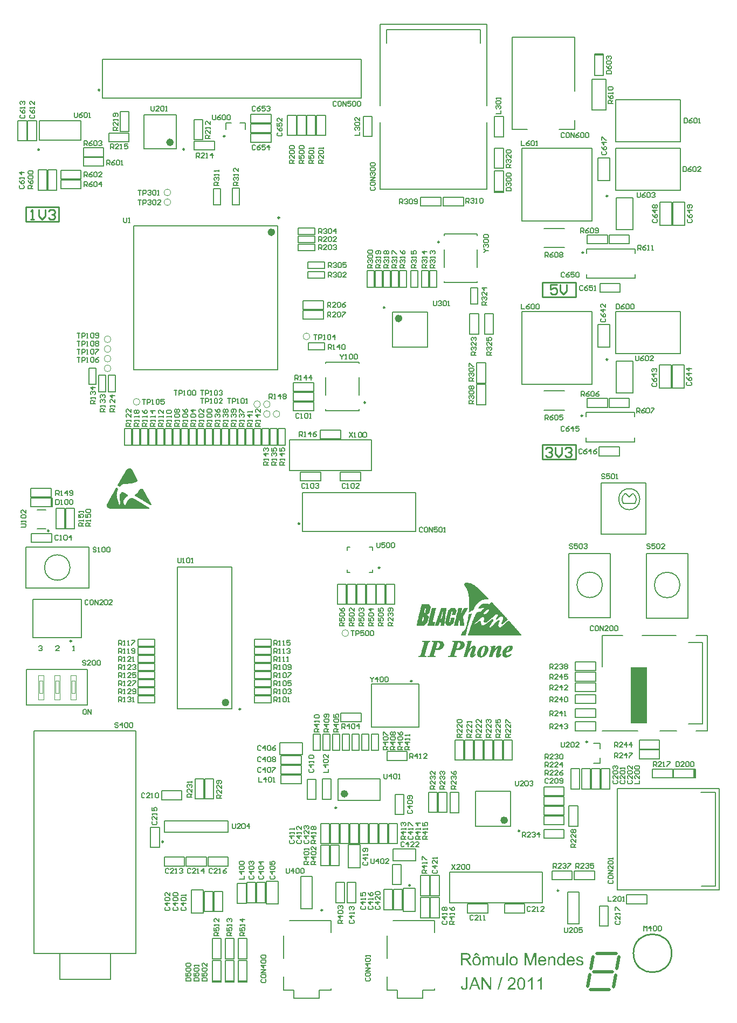
<source format=gto>
%FSLAX42Y42*%
%MOMM*%
G71*
G01*
G75*
G04 Layer_Color=65535*
%ADD10C,1.00*%
%ADD11C,0.25*%
%ADD12R,1.00X1.10*%
%ADD13R,0.60X2.20*%
%ADD14R,1.10X1.00*%
%ADD15C,0.90*%
%ADD16R,2.00X1.80*%
%ADD17R,4.10X4.10*%
%ADD18R,1.55X1.30*%
%ADD19R,1.50X2.15*%
%ADD20R,2.30X2.30*%
%ADD21R,0.25X1.00*%
%ADD22R,1.00X0.25*%
%ADD23R,2.20X0.60*%
%ADD24R,0.30X1.75*%
%ADD25R,1.75X0.30*%
%ADD26R,6.20X6.20*%
%ADD27R,1.35X0.60*%
%ADD28R,1.35X1.00*%
%ADD29R,1.40X0.60*%
%ADD30R,1.50X0.60*%
%ADD31R,1.85X0.35*%
%ADD32R,0.35X1.55*%
%ADD33R,1.80X0.30*%
%ADD34R,0.30X1.80*%
%ADD35R,2.03X0.66*%
%ADD36R,2.75X1.00*%
%ADD37R,1.02X1.91*%
%ADD38R,2.45X2.40*%
%ADD39R,1.80X2.40*%
%ADD40R,1.70X0.50*%
%ADD41R,2.79X3.81*%
%ADD42R,4.60X1.80*%
%ADD43R,1.80X1.60*%
%ADD44R,2.55X2.45*%
%ADD45R,1.50X1.30*%
%ADD46R,1.80X3.20*%
%ADD47R,3.30X2.20*%
%ADD48R,0.65X2.20*%
%ADD49R,5.50X1.50*%
%ADD50R,1.80X2.00*%
%ADD51R,1.30X1.50*%
%ADD52R,0.70X0.90*%
%ADD53R,0.90X0.70*%
%ADD54R,1.00X1.40*%
%ADD55R,1.30X1.55*%
%ADD56R,0.60X1.40*%
%ADD57R,2.50X1.30*%
%ADD58R,1.00X1.70*%
%ADD59R,1.70X1.30*%
%ADD60R,1.20X0.80*%
%ADD61C,0.51*%
%ADD62C,0.64*%
%ADD63C,1.02*%
%ADD64C,2.50*%
%ADD65R,2.50X2.50*%
%ADD66C,3.30*%
%ADD67C,1.80*%
%ADD68R,1.80X1.80*%
%ADD69R,4.00X2.00*%
%ADD70R,2.00X4.00*%
%ADD71R,4.50X2.00*%
%ADD72C,3.50*%
%ADD73C,1.60*%
%ADD74C,1.90*%
%ADD75C,1.40*%
%ADD76C,2.40*%
%ADD77C,1.52*%
%ADD78C,0.60*%
%ADD79C,0.66*%
%ADD80C,4.00*%
%ADD81C,0.76*%
%ADD82C,2.52*%
%ADD83C,4.32*%
%ADD84C,2.12*%
%ADD85O,4.52X2.02*%
%ADD86C,2.02*%
%ADD87C,2.92*%
%ADD88C,2.42*%
%ADD89C,1.92*%
%ADD90C,1.32*%
%ADD91C,1.82*%
%ADD92C,3.52*%
%ADD93C,3.32*%
%ADD94O,4.02X2.02*%
%ADD95O,2.02X4.02*%
%ADD96C,2.73*%
%ADD97C,1.35*%
%ADD98R,1.80X1.25*%
%ADD99C,0.10*%
%ADD100C,0.25*%
%ADD101C,0.20*%
%ADD102C,0.60*%
%ADD103C,0.13*%
%ADD104C,0.03*%
%ADD105C,0.10*%
%ADD106C,0.55*%
%ADD107C,0.15*%
%ADD108R,1.42X0.36*%
%ADD109R,0.36X1.42*%
%ADD110R,2.51X8.92*%
G36*
X8381Y663D02*
X8384Y663D01*
X8387Y662D01*
X8390Y662D01*
X8393Y661D01*
X8400Y659D01*
X8404Y657D01*
X8408Y655D01*
X8412Y653D01*
X8415Y650D01*
X8419Y648D01*
X8422Y644D01*
X8423Y644D01*
X8423Y643D01*
X8424Y642D01*
X8425Y640D01*
X8427Y638D01*
X8428Y636D01*
X8430Y633D01*
X8432Y630D01*
X8433Y626D01*
X8435Y623D01*
X8436Y618D01*
X8438Y613D01*
X8439Y608D01*
X8439Y603D01*
X8440Y597D01*
X8440Y590D01*
Y590D01*
Y589D01*
Y587D01*
X8440Y584D01*
X8336D01*
Y584D01*
Y583D01*
X8337Y582D01*
Y580D01*
X8337Y578D01*
X8337Y576D01*
X8338Y571D01*
X8340Y566D01*
X8342Y560D01*
X8345Y554D01*
X8349Y549D01*
X8350Y548D01*
X8351Y547D01*
X8354Y545D01*
X8357Y543D01*
X8362Y541D01*
X8367Y539D01*
X8372Y537D01*
X8378Y537D01*
X8381D01*
X8383Y537D01*
X8386Y538D01*
X8389Y539D01*
X8393Y540D01*
X8397Y541D01*
X8400Y544D01*
X8401Y544D01*
X8402Y545D01*
X8404Y546D01*
X8406Y549D01*
X8408Y552D01*
X8410Y556D01*
X8413Y561D01*
X8415Y566D01*
X8439Y563D01*
Y562D01*
X8439Y562D01*
X8439Y561D01*
X8438Y559D01*
X8438Y557D01*
X8437Y555D01*
X8434Y550D01*
X8432Y545D01*
X8428Y539D01*
X8423Y534D01*
X8418Y529D01*
X8418D01*
X8417Y529D01*
X8417Y528D01*
X8415Y527D01*
X8414Y527D01*
X8412Y525D01*
X8410Y525D01*
X8407Y523D01*
X8402Y521D01*
X8395Y519D01*
X8387Y518D01*
X8378Y517D01*
X8375D01*
X8373Y518D01*
X8371Y518D01*
X8368Y518D01*
X8364Y519D01*
X8361Y520D01*
X8353Y522D01*
X8349Y524D01*
X8345Y525D01*
X8341Y527D01*
X8337Y530D01*
X8333Y533D01*
X8330Y536D01*
X8330Y537D01*
X8329Y537D01*
X8328Y538D01*
X8327Y540D01*
X8326Y541D01*
X8324Y544D01*
X8323Y547D01*
X8321Y550D01*
X8319Y554D01*
X8318Y557D01*
X8316Y562D01*
X8315Y566D01*
X8314Y571D01*
X8313Y577D01*
X8312Y583D01*
X8312Y589D01*
Y589D01*
Y590D01*
Y592D01*
X8312Y595D01*
X8313Y598D01*
X8313Y601D01*
X8314Y605D01*
X8314Y609D01*
X8316Y618D01*
X8318Y622D01*
X8320Y627D01*
X8322Y631D01*
X8324Y636D01*
X8327Y640D01*
X8330Y644D01*
X8330Y644D01*
X8331Y645D01*
X8332Y645D01*
X8333Y647D01*
X8335Y648D01*
X8337Y650D01*
X8340Y652D01*
X8342Y654D01*
X8346Y655D01*
X8349Y657D01*
X8353Y659D01*
X8357Y660D01*
X8362Y662D01*
X8367Y662D01*
X8371Y663D01*
X8377Y663D01*
X8379D01*
X8381Y663D01*
D02*
G37*
G36*
X8969D02*
X8972Y663D01*
X8977Y662D01*
X8982Y661D01*
X8987Y660D01*
X8991Y658D01*
X8992D01*
X8992Y658D01*
X8994Y657D01*
X8996Y656D01*
X8999Y655D01*
X9001Y653D01*
X9005Y651D01*
X9008Y648D01*
X9010Y645D01*
X9010Y645D01*
X9011Y644D01*
X9012Y642D01*
X9013Y640D01*
X9015Y637D01*
X9016Y633D01*
X9017Y629D01*
X9018Y624D01*
X8995Y621D01*
Y622D01*
X8995Y623D01*
X8994Y625D01*
X8994Y627D01*
X8992Y630D01*
X8991Y633D01*
X8989Y636D01*
X8986Y638D01*
X8986Y638D01*
X8984Y639D01*
X8983Y640D01*
X8980Y641D01*
X8977Y642D01*
X8974Y643D01*
X8970Y644D01*
X8965Y644D01*
X8962D01*
X8959Y644D01*
X8955Y643D01*
X8952Y643D01*
X8948Y642D01*
X8944Y640D01*
X8941Y638D01*
X8941Y638D01*
X8940Y638D01*
X8939Y636D01*
X8938Y635D01*
X8936Y633D01*
X8936Y631D01*
X8935Y628D01*
X8934Y626D01*
Y626D01*
Y625D01*
X8935Y624D01*
Y623D01*
X8936Y620D01*
X8937Y617D01*
X8937Y617D01*
X8938Y617D01*
X8939Y615D01*
X8941Y614D01*
X8942Y613D01*
X8944Y612D01*
X8946Y611D01*
X8946D01*
X8947Y611D01*
X8948Y611D01*
X8950Y610D01*
X8953Y609D01*
X8957Y608D01*
X8961Y607D01*
X8964Y606D01*
X8967Y605D01*
X8967D01*
X8968Y605D01*
X8970Y604D01*
X8971Y604D01*
X8973Y603D01*
X8976Y603D01*
X8981Y601D01*
X8987Y599D01*
X8993Y597D01*
X8998Y596D01*
X9000Y595D01*
X9002Y594D01*
X9003Y594D01*
X9004Y593D01*
X9006Y592D01*
X9008Y591D01*
X9011Y589D01*
X9013Y587D01*
X9015Y585D01*
X9018Y582D01*
X9018Y581D01*
X9019Y580D01*
X9020Y578D01*
X9021Y576D01*
X9022Y573D01*
X9023Y570D01*
X9023Y566D01*
X9024Y561D01*
Y561D01*
Y559D01*
X9023Y557D01*
X9023Y554D01*
X9022Y551D01*
X9021Y547D01*
X9019Y543D01*
X9017Y539D01*
X9016Y539D01*
X9015Y537D01*
X9014Y536D01*
X9011Y533D01*
X9009Y531D01*
X9005Y528D01*
X9001Y525D01*
X8996Y523D01*
X8996Y523D01*
X8994Y522D01*
X8991Y521D01*
X8988Y520D01*
X8984Y519D01*
X8979Y518D01*
X8973Y518D01*
X8967Y517D01*
X8965D01*
X8963Y518D01*
X8960D01*
X8958Y518D01*
X8952Y519D01*
X8945Y520D01*
X8938Y522D01*
X8931Y525D01*
X8929Y527D01*
X8926Y529D01*
X8925D01*
X8925Y529D01*
X8923Y531D01*
X8921Y533D01*
X8918Y537D01*
X8915Y542D01*
X8912Y548D01*
X8909Y554D01*
X8908Y562D01*
X8931Y566D01*
Y566D01*
Y566D01*
X8931Y564D01*
X8932Y561D01*
X8933Y558D01*
X8935Y554D01*
X8936Y551D01*
X8939Y547D01*
X8942Y544D01*
X8942Y544D01*
X8944Y543D01*
X8946Y542D01*
X8948Y541D01*
X8952Y539D01*
X8956Y538D01*
X8962Y537D01*
X8967Y537D01*
X8970D01*
X8973Y537D01*
X8976Y538D01*
X8980Y538D01*
X8984Y539D01*
X8988Y541D01*
X8991Y543D01*
X8992Y544D01*
X8993Y544D01*
X8994Y546D01*
X8996Y548D01*
X8997Y550D01*
X8998Y553D01*
X8999Y556D01*
X8999Y559D01*
Y559D01*
Y561D01*
X8999Y562D01*
X8999Y564D01*
X8998Y566D01*
X8996Y568D01*
X8995Y570D01*
X8992Y572D01*
X8992Y572D01*
X8991Y572D01*
X8990Y573D01*
X8987Y574D01*
X8984Y575D01*
X8980Y576D01*
X8977Y577D01*
X8975Y578D01*
X8972Y579D01*
X8968Y580D01*
X8968D01*
X8967Y580D01*
X8966Y580D01*
X8964Y581D01*
X8962Y581D01*
X8959Y582D01*
X8954Y584D01*
X8948Y585D01*
X8942Y587D01*
X8936Y589D01*
X8934Y590D01*
X8932Y591D01*
X8931Y591D01*
X8930Y592D01*
X8928Y593D01*
X8926Y595D01*
X8924Y596D01*
X8921Y599D01*
X8919Y601D01*
X8917Y604D01*
X8916Y604D01*
X8916Y606D01*
X8915Y607D01*
X8914Y610D01*
X8913Y612D01*
X8912Y616D01*
X8912Y619D01*
X8912Y623D01*
Y623D01*
Y624D01*
X8912Y626D01*
X8912Y628D01*
X8912Y631D01*
X8913Y634D01*
X8914Y637D01*
X8916Y640D01*
X8916Y640D01*
X8917Y642D01*
X8917Y643D01*
X8919Y645D01*
X8920Y647D01*
X8922Y649D01*
X8925Y651D01*
X8927Y653D01*
X8928Y654D01*
X8929Y654D01*
X8930Y655D01*
X8931Y656D01*
X8933Y657D01*
X8936Y658D01*
X8939Y659D01*
X8942Y660D01*
X8943D01*
X8944Y661D01*
X8946Y661D01*
X8948Y662D01*
X8952Y662D01*
X8955Y663D01*
X8959Y663D01*
X8965D01*
X8969Y663D01*
D02*
G37*
G36*
X7589D02*
X7590D01*
X7592Y663D01*
X7597Y662D01*
X7602Y660D01*
X7607Y658D01*
X7612Y655D01*
X7617Y652D01*
X7618Y651D01*
X7619Y650D01*
X7621Y647D01*
X7623Y643D01*
X7625Y638D01*
X7627Y632D01*
X7628Y625D01*
X7629Y621D01*
Y616D01*
Y521D01*
X7605D01*
Y608D01*
Y609D01*
Y609D01*
Y611D01*
Y613D01*
X7604Y616D01*
X7604Y623D01*
X7603Y626D01*
X7602Y629D01*
Y629D01*
X7602Y630D01*
X7601Y631D01*
X7600Y633D01*
X7599Y634D01*
X7598Y636D01*
X7596Y638D01*
X7594Y639D01*
X7594Y639D01*
X7593Y640D01*
X7592Y640D01*
X7590Y641D01*
X7588Y642D01*
X7585Y642D01*
X7583Y643D01*
X7580Y643D01*
X7578D01*
X7575Y642D01*
X7571Y642D01*
X7568Y640D01*
X7563Y639D01*
X7559Y636D01*
X7555Y633D01*
X7555Y632D01*
X7554Y631D01*
X7552Y629D01*
X7551Y625D01*
X7549Y621D01*
X7547Y616D01*
X7546Y609D01*
X7546Y602D01*
Y521D01*
X7522D01*
Y611D01*
Y611D01*
Y612D01*
Y613D01*
Y614D01*
X7522Y617D01*
X7521Y620D01*
X7520Y624D01*
X7520Y628D01*
X7518Y632D01*
X7516Y635D01*
X7516Y635D01*
X7515Y636D01*
X7514Y638D01*
X7512Y639D01*
X7509Y640D01*
X7506Y642D01*
X7502Y643D01*
X7497Y643D01*
X7496D01*
X7494Y643D01*
X7491Y642D01*
X7489Y642D01*
X7485Y640D01*
X7482Y639D01*
X7479Y638D01*
X7479Y637D01*
X7477Y637D01*
X7476Y635D01*
X7474Y634D01*
X7472Y631D01*
X7470Y629D01*
X7468Y626D01*
X7467Y622D01*
X7466Y621D01*
X7466Y620D01*
X7465Y618D01*
X7465Y615D01*
X7464Y611D01*
X7463Y606D01*
X7463Y600D01*
X7463Y593D01*
Y521D01*
X7439D01*
Y660D01*
X7460D01*
Y640D01*
X7460Y641D01*
X7461Y642D01*
X7463Y644D01*
X7465Y646D01*
X7467Y649D01*
X7470Y652D01*
X7474Y655D01*
X7477Y657D01*
X7478Y657D01*
X7479Y658D01*
X7482Y659D01*
X7485Y660D01*
X7489Y661D01*
X7493Y662D01*
X7498Y663D01*
X7503Y663D01*
X7505D01*
X7508Y663D01*
X7512Y662D01*
X7515Y662D01*
X7520Y661D01*
X7524Y659D01*
X7528Y657D01*
X7528Y657D01*
X7530Y656D01*
X7531Y654D01*
X7533Y652D01*
X7536Y650D01*
X7538Y647D01*
X7540Y643D01*
X7542Y639D01*
X7542Y639D01*
X7543Y640D01*
X7544Y641D01*
X7545Y643D01*
X7546Y645D01*
X7549Y647D01*
X7551Y649D01*
X7554Y651D01*
X7556Y653D01*
X7560Y655D01*
X7567Y660D01*
X7571Y661D01*
X7576Y662D01*
X7580Y663D01*
X7585Y663D01*
X7587D01*
X7589Y663D01*
D02*
G37*
G36*
X8731Y521D02*
X8709D01*
Y538D01*
X8708Y538D01*
X8708Y537D01*
X8707Y536D01*
X8706Y535D01*
X8705Y533D01*
X8703Y532D01*
X8701Y530D01*
X8699Y528D01*
X8696Y526D01*
X8693Y524D01*
X8690Y522D01*
X8687Y521D01*
X8683Y519D01*
X8679Y518D01*
X8674Y518D01*
X8670Y517D01*
X8668D01*
X8667Y518D01*
X8663Y518D01*
X8660Y519D01*
X8655Y520D01*
X8650Y521D01*
X8644Y524D01*
X8639Y527D01*
X8639D01*
X8638Y527D01*
X8637Y528D01*
X8634Y530D01*
X8631Y533D01*
X8628Y537D01*
X8624Y541D01*
X8621Y546D01*
X8617Y552D01*
Y552D01*
X8617Y553D01*
X8617Y554D01*
X8616Y555D01*
X8616Y556D01*
X8615Y558D01*
X8614Y563D01*
X8612Y569D01*
X8611Y575D01*
X8610Y582D01*
X8610Y590D01*
Y590D01*
Y591D01*
Y592D01*
Y594D01*
X8610Y595D01*
Y598D01*
X8611Y603D01*
X8612Y609D01*
X8613Y615D01*
X8614Y621D01*
X8617Y628D01*
Y628D01*
X8617Y629D01*
X8617Y630D01*
X8618Y631D01*
X8620Y634D01*
X8622Y638D01*
X8625Y642D01*
X8628Y646D01*
X8632Y650D01*
X8637Y654D01*
X8638D01*
X8638Y655D01*
X8640Y656D01*
X8643Y657D01*
X8646Y659D01*
X8651Y660D01*
X8656Y662D01*
X8662Y663D01*
X8668Y663D01*
X8671D01*
X8673Y663D01*
X8676Y663D01*
X8679Y662D01*
X8683Y661D01*
X8687Y660D01*
X8691Y658D01*
X8691Y657D01*
X8692Y657D01*
X8694Y656D01*
X8697Y654D01*
X8699Y652D01*
X8702Y650D01*
X8704Y647D01*
X8707Y644D01*
Y713D01*
X8731D01*
Y521D01*
D02*
G37*
G36*
X8539Y663D02*
X8542Y663D01*
X8546Y662D01*
X8550Y661D01*
X8554Y660D01*
X8558Y659D01*
X8558Y658D01*
X8560Y658D01*
X8561Y657D01*
X8564Y655D01*
X8566Y654D01*
X8569Y652D01*
X8572Y649D01*
X8574Y647D01*
X8574Y646D01*
X8574Y645D01*
X8575Y644D01*
X8576Y642D01*
X8578Y639D01*
X8579Y636D01*
X8580Y633D01*
X8581Y629D01*
Y629D01*
X8581Y628D01*
X8581Y626D01*
X8582Y624D01*
Y621D01*
X8582Y617D01*
X8582Y612D01*
Y606D01*
Y521D01*
X8559D01*
Y605D01*
Y606D01*
Y606D01*
Y608D01*
Y610D01*
X8558Y614D01*
X8558Y617D01*
X8557Y621D01*
X8557Y624D01*
X8556Y627D01*
Y627D01*
X8555Y628D01*
X8555Y629D01*
X8554Y631D01*
X8552Y633D01*
X8550Y635D01*
X8548Y637D01*
X8546Y638D01*
X8546Y639D01*
X8545Y639D01*
X8543Y640D01*
X8541Y641D01*
X8539Y641D01*
X8536Y642D01*
X8533Y643D01*
X8530Y643D01*
X8527D01*
X8524Y642D01*
X8521Y642D01*
X8516Y640D01*
X8512Y639D01*
X8508Y636D01*
X8504Y633D01*
X8503Y633D01*
X8502Y631D01*
X8500Y629D01*
X8499Y627D01*
X8498Y625D01*
X8497Y623D01*
X8496Y620D01*
X8495Y617D01*
X8494Y614D01*
X8494Y610D01*
X8493Y606D01*
X8493Y602D01*
Y597D01*
Y521D01*
X8469D01*
Y660D01*
X8490D01*
Y640D01*
X8491Y640D01*
X8491Y641D01*
X8492Y642D01*
X8493Y644D01*
X8495Y645D01*
X8497Y648D01*
X8499Y650D01*
X8502Y652D01*
X8505Y654D01*
X8508Y656D01*
X8511Y658D01*
X8516Y660D01*
X8520Y661D01*
X8524Y662D01*
X8529Y663D01*
X8535Y663D01*
X8537D01*
X8539Y663D01*
D02*
G37*
G36*
X7775Y521D02*
X7754D01*
Y541D01*
X7754Y541D01*
X7753Y540D01*
X7752Y539D01*
X7751Y537D01*
X7749Y535D01*
X7747Y534D01*
X7745Y531D01*
X7742Y529D01*
X7739Y527D01*
X7736Y525D01*
X7732Y523D01*
X7729Y521D01*
X7724Y520D01*
X7720Y518D01*
X7715Y518D01*
X7710Y517D01*
X7708D01*
X7706Y518D01*
X7702Y518D01*
X7699Y519D01*
X7695Y520D01*
X7691Y521D01*
X7687Y522D01*
X7686Y522D01*
X7685Y523D01*
X7683Y524D01*
X7681Y525D01*
X7678Y527D01*
X7676Y529D01*
X7673Y531D01*
X7671Y534D01*
X7671Y534D01*
X7670Y535D01*
X7669Y537D01*
X7668Y539D01*
X7667Y541D01*
X7666Y544D01*
X7665Y548D01*
X7664Y551D01*
Y552D01*
X7663Y553D01*
Y554D01*
X7663Y557D01*
X7663Y560D01*
Y564D01*
X7662Y568D01*
Y573D01*
Y660D01*
X7686D01*
Y582D01*
Y582D01*
Y582D01*
Y581D01*
Y580D01*
Y576D01*
X7686Y573D01*
Y568D01*
X7687Y564D01*
X7687Y561D01*
X7687Y558D01*
Y557D01*
X7688Y556D01*
X7689Y554D01*
X7689Y552D01*
X7691Y550D01*
X7692Y547D01*
X7694Y545D01*
X7697Y543D01*
X7697Y543D01*
X7698Y542D01*
X7700Y541D01*
X7702Y540D01*
X7704Y539D01*
X7707Y539D01*
X7711Y538D01*
X7715Y538D01*
X7716D01*
X7718Y538D01*
X7721Y538D01*
X7724Y539D01*
X7727Y540D01*
X7731Y541D01*
X7734Y543D01*
X7735Y543D01*
X7736Y544D01*
X7737Y545D01*
X7739Y547D01*
X7742Y549D01*
X7744Y552D01*
X7746Y555D01*
X7747Y558D01*
X7748Y558D01*
X7748Y560D01*
X7749Y562D01*
X7749Y565D01*
X7750Y569D01*
X7751Y573D01*
X7751Y579D01*
X7752Y585D01*
Y660D01*
X7775D01*
Y521D01*
D02*
G37*
G36*
X7836D02*
X7812D01*
Y713D01*
X7836D01*
Y521D01*
D02*
G37*
G36*
X8282D02*
X8257D01*
Y682D01*
X8201Y521D01*
X8178D01*
X8123Y684D01*
Y521D01*
X8098D01*
Y713D01*
X8136D01*
X8182Y577D01*
Y577D01*
X8182Y576D01*
X8183Y575D01*
X8183Y574D01*
X8184Y570D01*
X8186Y566D01*
X8187Y562D01*
X8188Y557D01*
X8190Y552D01*
X8191Y549D01*
X8191Y549D01*
X8192Y551D01*
X8193Y553D01*
X8194Y556D01*
X8195Y561D01*
X8197Y566D01*
X8199Y572D01*
X8201Y579D01*
X8247Y713D01*
X8282D01*
Y521D01*
D02*
G37*
G36*
X8830Y663D02*
X8832Y663D01*
X8835Y662D01*
X8838Y662D01*
X8841Y661D01*
X8848Y659D01*
X8852Y657D01*
X8856Y655D01*
X8860Y653D01*
X8864Y650D01*
X8867Y648D01*
X8871Y644D01*
X8871Y644D01*
X8871Y643D01*
X8872Y642D01*
X8873Y640D01*
X8875Y638D01*
X8876Y636D01*
X8878Y633D01*
X8880Y630D01*
X8881Y626D01*
X8883Y623D01*
X8884Y618D01*
X8886Y613D01*
X8887Y608D01*
X8888Y603D01*
X8888Y597D01*
X8888Y590D01*
Y590D01*
Y589D01*
Y587D01*
X8888Y584D01*
X8784D01*
Y584D01*
Y583D01*
X8785Y582D01*
Y580D01*
X8785Y578D01*
X8785Y576D01*
X8786Y571D01*
X8788Y566D01*
X8790Y560D01*
X8794Y554D01*
X8797Y549D01*
X8798Y548D01*
X8799Y547D01*
X8802Y545D01*
X8805Y543D01*
X8810Y541D01*
X8815Y539D01*
X8820Y537D01*
X8826Y537D01*
X8829D01*
X8831Y537D01*
X8834Y538D01*
X8837Y539D01*
X8841Y540D01*
X8845Y541D01*
X8849Y544D01*
X8849Y544D01*
X8850Y545D01*
X8852Y546D01*
X8854Y549D01*
X8856Y552D01*
X8859Y556D01*
X8861Y561D01*
X8863Y566D01*
X8888Y563D01*
Y562D01*
X8887Y562D01*
X8887Y561D01*
X8886Y559D01*
X8886Y557D01*
X8885Y555D01*
X8883Y550D01*
X8880Y545D01*
X8876Y539D01*
X8871Y534D01*
X8866Y529D01*
X8866D01*
X8866Y529D01*
X8865Y528D01*
X8863Y527D01*
X8862Y527D01*
X8860Y525D01*
X8858Y525D01*
X8855Y523D01*
X8850Y521D01*
X8843Y519D01*
X8835Y518D01*
X8826Y517D01*
X8823D01*
X8821Y518D01*
X8819Y518D01*
X8816Y518D01*
X8813Y519D01*
X8809Y520D01*
X8801Y522D01*
X8797Y524D01*
X8793Y525D01*
X8789Y527D01*
X8785Y530D01*
X8781Y533D01*
X8778Y536D01*
X8778Y537D01*
X8777Y537D01*
X8776Y538D01*
X8775Y540D01*
X8774Y541D01*
X8772Y544D01*
X8771Y547D01*
X8769Y550D01*
X8767Y554D01*
X8766Y557D01*
X8764Y562D01*
X8763Y566D01*
X8762Y571D01*
X8761Y577D01*
X8760Y583D01*
X8760Y589D01*
Y589D01*
Y590D01*
Y592D01*
X8760Y595D01*
X8761Y598D01*
X8761Y601D01*
X8762Y605D01*
X8762Y609D01*
X8765Y618D01*
X8766Y622D01*
X8768Y627D01*
X8770Y631D01*
X8772Y636D01*
X8775Y640D01*
X8778Y644D01*
X8778Y644D01*
X8779Y645D01*
X8780Y645D01*
X8781Y647D01*
X8783Y648D01*
X8785Y650D01*
X8788Y652D01*
X8791Y654D01*
X8794Y655D01*
X8797Y657D01*
X8801Y659D01*
X8806Y660D01*
X8810Y662D01*
X8815Y662D01*
X8820Y663D01*
X8825Y663D01*
X8827D01*
X8830Y663D01*
D02*
G37*
G36*
X7191Y713D02*
X7193D01*
X7199Y713D01*
X7205Y712D01*
X7212Y711D01*
X7218Y710D01*
X7221Y709D01*
X7223Y708D01*
X7224D01*
X7224Y708D01*
X7226Y707D01*
X7228Y705D01*
X7231Y703D01*
X7235Y701D01*
X7238Y698D01*
X7242Y694D01*
X7245Y689D01*
X7245Y689D01*
X7246Y687D01*
X7247Y684D01*
X7249Y681D01*
X7250Y677D01*
X7252Y672D01*
X7253Y666D01*
X7253Y660D01*
Y660D01*
Y660D01*
Y658D01*
X7253Y657D01*
Y655D01*
X7252Y653D01*
X7251Y648D01*
X7250Y643D01*
X7247Y637D01*
X7244Y631D01*
X7242Y628D01*
X7240Y626D01*
X7239Y625D01*
X7238Y625D01*
X7237Y623D01*
X7236Y623D01*
X7234Y621D01*
X7232Y620D01*
X7230Y619D01*
X7227Y617D01*
X7224Y616D01*
X7221Y614D01*
X7217Y613D01*
X7213Y611D01*
X7209Y610D01*
X7204Y609D01*
X7199Y608D01*
X7199Y608D01*
X7201Y607D01*
X7202Y607D01*
X7204Y605D01*
X7209Y602D01*
X7212Y600D01*
X7214Y599D01*
X7215Y598D01*
X7216Y597D01*
X7218Y595D01*
X7221Y592D01*
X7224Y588D01*
X7228Y583D01*
X7231Y578D01*
X7235Y573D01*
X7269Y521D01*
X7237D01*
X7211Y561D01*
Y561D01*
X7211Y561D01*
X7210Y562D01*
X7209Y563D01*
X7207Y566D01*
X7205Y570D01*
X7202Y575D01*
X7199Y579D01*
X7196Y583D01*
X7193Y587D01*
X7192Y587D01*
X7192Y588D01*
X7190Y590D01*
X7189Y592D01*
X7184Y596D01*
X7182Y598D01*
X7180Y600D01*
X7180Y600D01*
X7179Y600D01*
X7178Y601D01*
X7176Y602D01*
X7173Y604D01*
X7168Y605D01*
X7168D01*
X7168Y605D01*
X7166D01*
X7165Y606D01*
X7163Y606D01*
X7161D01*
X7158Y606D01*
X7125D01*
Y521D01*
X7099D01*
Y713D01*
X7189D01*
X7191Y713D01*
D02*
G37*
G36*
X7388Y677D02*
X7361D01*
X7346Y700D01*
X7331Y677D01*
X7304D01*
X7333Y714D01*
X7358D01*
X7388Y677D01*
D02*
G37*
G36*
X7933Y663D02*
X7936Y663D01*
X7938Y662D01*
X7942Y662D01*
X7945Y661D01*
X7952Y659D01*
X7956Y657D01*
X7960Y655D01*
X7964Y653D01*
X7968Y650D01*
X7972Y648D01*
X7975Y644D01*
X7976Y644D01*
X7976Y643D01*
X7977Y642D01*
X7978Y641D01*
X7980Y639D01*
X7981Y637D01*
X7983Y634D01*
X7985Y631D01*
X7986Y627D01*
X7988Y623D01*
X7989Y619D01*
X7991Y614D01*
X7992Y609D01*
X7993Y604D01*
X7993Y598D01*
X7994Y592D01*
Y592D01*
Y591D01*
Y590D01*
Y588D01*
X7993Y585D01*
Y583D01*
X7993Y580D01*
X7993Y577D01*
X7992Y570D01*
X7990Y563D01*
X7988Y556D01*
X7986Y550D01*
Y549D01*
X7985Y549D01*
X7984Y547D01*
X7982Y544D01*
X7979Y541D01*
X7976Y537D01*
X7972Y533D01*
X7967Y529D01*
X7962Y526D01*
X7961D01*
X7961Y526D01*
X7960Y525D01*
X7959Y525D01*
X7956Y523D01*
X7952Y522D01*
X7947Y520D01*
X7941Y519D01*
X7935Y518D01*
X7928Y517D01*
X7925D01*
X7923Y518D01*
X7921Y518D01*
X7918Y518D01*
X7915Y519D01*
X7911Y520D01*
X7904Y522D01*
X7900Y524D01*
X7896Y525D01*
X7892Y527D01*
X7888Y530D01*
X7884Y533D01*
X7881Y536D01*
X7881Y537D01*
X7880Y537D01*
X7879Y538D01*
X7878Y540D01*
X7877Y542D01*
X7875Y544D01*
X7874Y547D01*
X7872Y550D01*
X7870Y554D01*
X7869Y558D01*
X7867Y562D01*
X7866Y567D01*
X7865Y572D01*
X7864Y578D01*
X7863Y584D01*
X7863Y590D01*
Y591D01*
Y592D01*
X7863Y594D01*
Y597D01*
X7864Y600D01*
X7864Y604D01*
X7865Y608D01*
X7866Y612D01*
X7867Y617D01*
X7868Y621D01*
X7870Y626D01*
X7872Y631D01*
X7875Y636D01*
X7877Y640D01*
X7881Y644D01*
X7884Y648D01*
X7885Y648D01*
X7885Y648D01*
X7886Y649D01*
X7888Y650D01*
X7889Y651D01*
X7891Y653D01*
X7894Y654D01*
X7897Y656D01*
X7900Y657D01*
X7903Y658D01*
X7911Y661D01*
X7919Y663D01*
X7924Y663D01*
X7928Y663D01*
X7931D01*
X7933Y663D01*
D02*
G37*
G36*
X8372Y140D02*
X8348D01*
Y290D01*
X8348Y290D01*
X8347Y289D01*
X8345Y287D01*
X8342Y285D01*
X8339Y283D01*
X8335Y280D01*
X8331Y277D01*
X8326Y274D01*
X8326D01*
X8325Y274D01*
X8323Y272D01*
X8321Y271D01*
X8318Y269D01*
X8314Y267D01*
X8310Y265D01*
X8305Y263D01*
X8301Y262D01*
Y285D01*
X8301D01*
X8302Y285D01*
X8303Y286D01*
X8304Y286D01*
X8306Y287D01*
X8308Y288D01*
X8313Y291D01*
X8318Y294D01*
X8324Y298D01*
X8330Y302D01*
X8335Y307D01*
X8336Y307D01*
X8336Y308D01*
X8338Y309D01*
X8340Y312D01*
X8344Y315D01*
X8347Y319D01*
X8351Y324D01*
X8354Y328D01*
X8357Y333D01*
X8372D01*
Y140D01*
D02*
G37*
G36*
X7206Y201D02*
Y201D01*
Y200D01*
Y199D01*
Y197D01*
X7206Y195D01*
Y192D01*
X7205Y187D01*
X7204Y181D01*
X7204Y175D01*
X7202Y169D01*
X7200Y163D01*
X7200Y163D01*
X7199Y161D01*
X7197Y159D01*
X7196Y156D01*
X7193Y153D01*
X7190Y149D01*
X7186Y146D01*
X7181Y143D01*
X7181Y143D01*
X7179Y142D01*
X7176Y141D01*
X7173Y140D01*
X7168Y139D01*
X7163Y138D01*
X7158Y137D01*
X7151Y136D01*
X7149D01*
X7147Y137D01*
X7145Y137D01*
X7143Y137D01*
X7137Y138D01*
X7131Y140D01*
X7124Y143D01*
X7121Y144D01*
X7118Y146D01*
X7115Y148D01*
X7113Y151D01*
Y151D01*
X7112Y151D01*
X7112Y152D01*
X7111Y153D01*
X7110Y155D01*
X7109Y157D01*
X7107Y159D01*
X7106Y162D01*
X7105Y165D01*
X7104Y168D01*
X7103Y171D01*
X7102Y175D01*
X7101Y180D01*
X7100Y184D01*
X7100Y189D01*
Y194D01*
X7123Y197D01*
Y197D01*
Y197D01*
Y195D01*
X7123Y194D01*
Y192D01*
X7123Y190D01*
X7124Y185D01*
X7125Y180D01*
X7127Y175D01*
X7129Y171D01*
X7130Y169D01*
X7131Y167D01*
X7131Y167D01*
X7132Y166D01*
X7134Y164D01*
X7136Y163D01*
X7139Y162D01*
X7143Y160D01*
X7147Y159D01*
X7151Y159D01*
X7153D01*
X7155Y159D01*
X7157Y160D01*
X7160Y160D01*
X7163Y161D01*
X7165Y162D01*
X7168Y163D01*
X7168Y164D01*
X7169Y164D01*
X7170Y165D01*
X7172Y167D01*
X7173Y168D01*
X7175Y170D01*
X7176Y173D01*
X7177Y175D01*
Y175D01*
X7178Y177D01*
X7178Y178D01*
X7179Y181D01*
X7180Y185D01*
X7180Y189D01*
X7180Y194D01*
Y199D01*
Y332D01*
X7206D01*
Y201D01*
D02*
G37*
G36*
X7351Y663D02*
X7354Y663D01*
X7356Y662D01*
X7359Y662D01*
X7363Y661D01*
X7370Y659D01*
X7374Y657D01*
X7378Y655D01*
X7382Y653D01*
X7386Y650D01*
X7390Y648D01*
X7393Y644D01*
X7393Y644D01*
X7394Y643D01*
X7395Y642D01*
X7396Y641D01*
X7397Y639D01*
X7399Y637D01*
X7401Y634D01*
X7402Y631D01*
X7404Y627D01*
X7406Y623D01*
X7407Y619D01*
X7409Y614D01*
X7410Y609D01*
X7411Y604D01*
X7411Y598D01*
X7411Y592D01*
Y592D01*
Y591D01*
Y590D01*
Y588D01*
X7411Y585D01*
Y583D01*
X7411Y580D01*
X7411Y577D01*
X7409Y570D01*
X7408Y563D01*
X7406Y556D01*
X7403Y550D01*
Y549D01*
X7403Y549D01*
X7402Y547D01*
X7400Y544D01*
X7397Y541D01*
X7394Y537D01*
X7390Y533D01*
X7385Y529D01*
X7380Y526D01*
X7379D01*
X7379Y526D01*
X7378Y525D01*
X7377Y525D01*
X7374Y523D01*
X7370Y522D01*
X7365Y520D01*
X7359Y519D01*
X7353Y518D01*
X7346Y517D01*
X7343D01*
X7341Y518D01*
X7339Y518D01*
X7336Y518D01*
X7333Y519D01*
X7329Y520D01*
X7322Y522D01*
X7318Y524D01*
X7314Y525D01*
X7310Y527D01*
X7306Y530D01*
X7302Y533D01*
X7299Y536D01*
X7298Y537D01*
X7298Y537D01*
X7297Y538D01*
X7296Y540D01*
X7295Y542D01*
X7293Y544D01*
X7291Y547D01*
X7290Y550D01*
X7288Y554D01*
X7286Y558D01*
X7285Y562D01*
X7284Y567D01*
X7283Y572D01*
X7282Y578D01*
X7281Y584D01*
X7281Y590D01*
Y591D01*
Y592D01*
X7281Y594D01*
Y597D01*
X7281Y600D01*
X7282Y604D01*
X7283Y608D01*
X7284Y612D01*
X7285Y617D01*
X7286Y621D01*
X7288Y626D01*
X7290Y631D01*
X7292Y636D01*
X7295Y640D01*
X7298Y644D01*
X7302Y648D01*
X7303Y648D01*
X7303Y648D01*
X7304Y649D01*
X7305Y650D01*
X7307Y651D01*
X7309Y653D01*
X7312Y654D01*
X7315Y656D01*
X7317Y657D01*
X7321Y658D01*
X7328Y661D01*
X7337Y663D01*
X7341Y663D01*
X7346Y663D01*
X7349D01*
X7351Y663D01*
D02*
G37*
G36*
X7578Y140D02*
X7552D01*
X7451Y291D01*
Y140D01*
X7426D01*
Y332D01*
X7452D01*
X7554Y181D01*
Y332D01*
X7578D01*
Y140D01*
D02*
G37*
G36*
X8053Y333D02*
X8056Y332D01*
X8060Y332D01*
X8065Y330D01*
X8070Y329D01*
X8074Y327D01*
X8075Y326D01*
X8076Y325D01*
X8078Y324D01*
X8081Y322D01*
X8084Y320D01*
X8087Y316D01*
X8090Y313D01*
X8093Y309D01*
X8094Y308D01*
X8094Y307D01*
X8096Y304D01*
X8098Y301D01*
X8099Y297D01*
X8101Y292D01*
X8104Y286D01*
X8105Y280D01*
Y280D01*
X8106Y279D01*
Y278D01*
X8106Y277D01*
X8106Y275D01*
X8107Y273D01*
X8107Y271D01*
X8108Y268D01*
X8108Y265D01*
X8108Y262D01*
X8109Y258D01*
X8109Y254D01*
X8109Y249D01*
Y245D01*
X8110Y235D01*
Y234D01*
Y233D01*
Y231D01*
Y229D01*
X8109Y226D01*
Y223D01*
X8109Y219D01*
X8109Y215D01*
X8108Y206D01*
X8107Y197D01*
X8105Y188D01*
X8104Y184D01*
X8103Y180D01*
Y180D01*
X8102Y179D01*
X8102Y178D01*
X8101Y176D01*
X8101Y175D01*
X8100Y173D01*
X8097Y168D01*
X8094Y163D01*
X8091Y158D01*
X8087Y152D01*
X8082Y148D01*
X8082D01*
X8081Y147D01*
X8080Y147D01*
X8080Y146D01*
X8076Y144D01*
X8072Y142D01*
X8067Y140D01*
X8061Y138D01*
X8055Y137D01*
X8047Y136D01*
X8044D01*
X8042Y137D01*
X8040Y137D01*
X8037Y138D01*
X8034Y138D01*
X8031Y139D01*
X8024Y141D01*
X8020Y143D01*
X8017Y145D01*
X8013Y147D01*
X8010Y150D01*
X8006Y153D01*
X8003Y156D01*
X8003Y156D01*
X8002Y157D01*
X8001Y159D01*
X8000Y161D01*
X7999Y163D01*
X7997Y167D01*
X7995Y170D01*
X7994Y175D01*
X7992Y180D01*
X7990Y186D01*
X7989Y192D01*
X7987Y199D01*
X7986Y207D01*
X7985Y216D01*
X7985Y225D01*
X7984Y235D01*
Y235D01*
Y236D01*
Y238D01*
Y240D01*
X7985Y243D01*
Y246D01*
X7985Y250D01*
X7985Y254D01*
X7986Y263D01*
X7987Y272D01*
X7989Y281D01*
X7990Y285D01*
X7991Y289D01*
Y290D01*
X7991Y290D01*
X7992Y291D01*
X7993Y293D01*
X7993Y295D01*
X7994Y297D01*
X7996Y301D01*
X7999Y307D01*
X8003Y312D01*
X8007Y317D01*
X8012Y322D01*
X8012D01*
X8012Y322D01*
X8013Y323D01*
X8014Y323D01*
X8017Y325D01*
X8022Y327D01*
X8027Y329D01*
X8033Y331D01*
X8039Y332D01*
X8047Y333D01*
X8050D01*
X8053Y333D01*
D02*
G37*
G36*
X7693Y136D02*
X7674D01*
X7730Y335D01*
X7749D01*
X7693Y136D01*
D02*
G37*
G36*
X7406Y140D02*
X7377D01*
X7355Y198D01*
X7274D01*
X7253Y140D01*
X7226D01*
X7300Y332D01*
X7328D01*
X7406Y140D01*
D02*
G37*
G36*
X8223D02*
X8199D01*
Y290D01*
X8199Y290D01*
X8198Y289D01*
X8195Y287D01*
X8193Y285D01*
X8190Y283D01*
X8186Y280D01*
X8181Y277D01*
X8176Y274D01*
X8176D01*
X8176Y274D01*
X8174Y272D01*
X8171Y271D01*
X8168Y269D01*
X8164Y267D01*
X8160Y265D01*
X8156Y263D01*
X8152Y262D01*
Y285D01*
X8152D01*
X8153Y285D01*
X8154Y286D01*
X8155Y286D01*
X8157Y287D01*
X8159Y288D01*
X8164Y291D01*
X8169Y294D01*
X8175Y298D01*
X8181Y302D01*
X8186Y307D01*
X8186Y307D01*
X8187Y308D01*
X8188Y309D01*
X8191Y312D01*
X8194Y315D01*
X8198Y319D01*
X8201Y324D01*
X8205Y328D01*
X8207Y333D01*
X8223D01*
Y140D01*
D02*
G37*
G36*
X7903Y333D02*
X7906Y332D01*
X7908Y332D01*
X7911Y332D01*
X7914Y331D01*
X7921Y329D01*
X7929Y327D01*
X7932Y325D01*
X7936Y323D01*
X7939Y320D01*
X7942Y317D01*
X7943Y317D01*
X7943Y317D01*
X7944Y316D01*
X7945Y315D01*
X7946Y313D01*
X7948Y311D01*
X7951Y307D01*
X7954Y301D01*
X7956Y295D01*
X7958Y288D01*
X7959Y283D01*
X7959Y279D01*
Y279D01*
Y277D01*
X7959Y275D01*
X7958Y272D01*
X7958Y269D01*
X7957Y265D01*
X7956Y261D01*
X7954Y257D01*
X7954Y256D01*
X7953Y255D01*
X7952Y252D01*
X7950Y250D01*
X7948Y246D01*
X7945Y242D01*
X7942Y238D01*
X7938Y233D01*
X7937Y233D01*
X7936Y231D01*
X7933Y228D01*
X7932Y226D01*
X7930Y224D01*
X7927Y222D01*
X7924Y219D01*
X7921Y217D01*
X7918Y214D01*
X7915Y210D01*
X7911Y207D01*
X7906Y203D01*
X7902Y199D01*
X7901Y199D01*
X7901Y198D01*
X7900Y197D01*
X7898Y196D01*
X7895Y193D01*
X7890Y189D01*
X7886Y185D01*
X7881Y181D01*
X7877Y178D01*
X7876Y176D01*
X7875Y175D01*
X7874Y175D01*
X7874Y174D01*
X7872Y173D01*
X7871Y171D01*
X7868Y167D01*
X7865Y162D01*
X7959D01*
Y140D01*
X7832D01*
Y140D01*
Y141D01*
Y143D01*
X7832Y145D01*
X7832Y147D01*
X7833Y150D01*
X7834Y153D01*
X7834Y156D01*
Y156D01*
X7835Y156D01*
X7835Y158D01*
X7836Y160D01*
X7838Y164D01*
X7840Y168D01*
X7843Y172D01*
X7846Y177D01*
X7850Y181D01*
Y182D01*
X7850Y182D01*
X7852Y184D01*
X7854Y186D01*
X7858Y190D01*
X7862Y194D01*
X7867Y199D01*
X7874Y204D01*
X7881Y211D01*
X7881Y211D01*
X7882Y212D01*
X7884Y213D01*
X7886Y215D01*
X7889Y217D01*
X7891Y220D01*
X7898Y225D01*
X7905Y232D01*
X7912Y239D01*
X7916Y242D01*
X7918Y245D01*
X7921Y248D01*
X7923Y251D01*
Y252D01*
X7924Y252D01*
X7925Y253D01*
X7925Y254D01*
X7927Y257D01*
X7929Y261D01*
X7931Y265D01*
X7933Y270D01*
X7934Y275D01*
X7935Y280D01*
Y280D01*
Y281D01*
X7934Y282D01*
X7934Y285D01*
X7933Y288D01*
X7932Y292D01*
X7930Y296D01*
X7928Y300D01*
X7924Y304D01*
X7924Y304D01*
X7923Y305D01*
X7920Y307D01*
X7917Y309D01*
X7913Y310D01*
X7909Y312D01*
X7904Y313D01*
X7898Y313D01*
X7896D01*
X7895Y313D01*
X7892Y313D01*
X7888Y312D01*
X7884Y311D01*
X7879Y309D01*
X7875Y306D01*
X7871Y303D01*
X7870Y302D01*
X7869Y301D01*
X7867Y299D01*
X7866Y296D01*
X7864Y291D01*
X7862Y287D01*
X7861Y281D01*
X7860Y275D01*
X7836Y277D01*
Y278D01*
Y279D01*
X7836Y280D01*
X7837Y282D01*
X7837Y284D01*
X7838Y287D01*
X7839Y293D01*
X7842Y299D01*
X7845Y306D01*
X7849Y313D01*
X7852Y316D01*
X7855Y319D01*
X7855Y319D01*
X7855Y319D01*
X7856Y320D01*
X7858Y321D01*
X7859Y322D01*
X7861Y323D01*
X7864Y324D01*
X7866Y326D01*
X7869Y327D01*
X7872Y329D01*
X7876Y330D01*
X7880Y331D01*
X7889Y332D01*
X7894Y333D01*
X7899Y333D01*
X7901D01*
X7903Y333D01*
D02*
G37*
%LPC*%
G36*
X7349Y644D02*
X7344D01*
X7343Y643D01*
X7340Y643D01*
X7336Y642D01*
X7331Y640D01*
X7326Y638D01*
X7321Y635D01*
X7319Y633D01*
X7317Y630D01*
X7316Y630D01*
X7315Y629D01*
X7315Y628D01*
X7314Y626D01*
X7313Y625D01*
X7312Y623D01*
X7311Y620D01*
X7310Y618D01*
X7309Y615D01*
X7308Y611D01*
X7307Y608D01*
X7306Y604D01*
X7306Y599D01*
X7305Y595D01*
Y590D01*
Y590D01*
Y589D01*
Y587D01*
X7305Y586D01*
Y584D01*
X7306Y581D01*
X7307Y575D01*
X7308Y569D01*
X7310Y562D01*
X7313Y556D01*
X7315Y553D01*
X7317Y550D01*
X7317Y549D01*
X7319Y548D01*
X7321Y546D01*
X7325Y544D01*
X7329Y541D01*
X7334Y539D01*
X7340Y537D01*
X7343Y537D01*
X7346Y537D01*
X7348D01*
X7349Y537D01*
X7352Y537D01*
X7356Y539D01*
X7361Y540D01*
X7366Y542D01*
X7371Y546D01*
X7373Y548D01*
X7375Y550D01*
Y550D01*
X7376Y551D01*
X7377Y551D01*
X7377Y553D01*
X7378Y554D01*
X7379Y556D01*
X7380Y558D01*
X7381Y560D01*
X7382Y563D01*
X7383Y566D01*
X7385Y569D01*
X7385Y573D01*
X7386Y577D01*
X7387Y581D01*
X7387Y586D01*
Y591D01*
Y591D01*
Y592D01*
Y593D01*
X7387Y595D01*
Y597D01*
X7387Y600D01*
X7386Y606D01*
X7384Y612D01*
X7382Y619D01*
X7379Y625D01*
X7375Y630D01*
Y631D01*
X7375Y631D01*
X7373Y632D01*
X7370Y635D01*
X7367Y637D01*
X7363Y639D01*
X7358Y642D01*
X7352Y643D01*
X7349Y644D01*
D02*
G37*
G36*
X7185Y692D02*
X7125D01*
Y628D01*
X7182D01*
X7185Y628D01*
X7189Y629D01*
X7194Y629D01*
X7198Y630D01*
X7203Y631D01*
X7206Y632D01*
X7207Y632D01*
X7208Y632D01*
X7210Y633D01*
X7212Y634D01*
X7214Y636D01*
X7217Y638D01*
X7219Y640D01*
X7221Y643D01*
X7222Y643D01*
X7222Y645D01*
X7223Y646D01*
X7224Y648D01*
X7225Y651D01*
X7226Y654D01*
X7226Y657D01*
X7227Y660D01*
Y661D01*
Y661D01*
Y663D01*
X7226Y665D01*
X7226Y668D01*
X7224Y672D01*
X7223Y676D01*
X7220Y679D01*
X7217Y683D01*
X7216Y683D01*
X7215Y684D01*
X7212Y686D01*
X7209Y687D01*
X7205Y689D01*
X7199Y690D01*
X7193Y691D01*
X7185Y692D01*
D02*
G37*
G36*
X8047Y313D02*
X8045D01*
X8044Y313D01*
X8041Y313D01*
X8037Y312D01*
X8033Y310D01*
X8029Y308D01*
X8024Y304D01*
X8022Y302D01*
X8021Y299D01*
Y299D01*
X8020Y298D01*
X8019Y297D01*
X8019Y296D01*
X8018Y294D01*
X8017Y291D01*
X8016Y288D01*
X8015Y285D01*
X8014Y281D01*
X8012Y276D01*
X8012Y271D01*
X8010Y264D01*
X8010Y258D01*
X8009Y251D01*
X8009Y243D01*
Y235D01*
Y234D01*
Y233D01*
Y230D01*
X8009Y227D01*
Y223D01*
X8009Y219D01*
X8010Y214D01*
X8010Y209D01*
X8011Y198D01*
X8013Y188D01*
X8014Y183D01*
X8016Y179D01*
X8018Y175D01*
X8019Y171D01*
Y171D01*
X8020Y171D01*
X8022Y169D01*
X8024Y166D01*
X8027Y164D01*
X8031Y161D01*
X8036Y158D01*
X8041Y156D01*
X8044Y156D01*
X8047Y156D01*
X8048D01*
X8050Y156D01*
X8053Y157D01*
X8056Y158D01*
X8061Y160D01*
X8065Y162D01*
X8068Y164D01*
X8070Y166D01*
X8072Y169D01*
X8074Y171D01*
Y172D01*
X8075Y172D01*
X8075Y173D01*
X8076Y175D01*
X8077Y176D01*
X8078Y179D01*
X8079Y182D01*
X8080Y185D01*
X8081Y189D01*
X8082Y194D01*
X8083Y199D01*
X8084Y205D01*
X8084Y211D01*
X8085Y218D01*
X8085Y226D01*
Y235D01*
Y235D01*
Y237D01*
Y239D01*
X8085Y242D01*
Y246D01*
X8085Y250D01*
X8084Y255D01*
X8084Y260D01*
X8083Y271D01*
X8081Y281D01*
X8080Y286D01*
X8078Y291D01*
X8076Y294D01*
X8074Y298D01*
Y298D01*
X8074Y298D01*
X8072Y300D01*
X8070Y303D01*
X8067Y305D01*
X8063Y308D01*
X8058Y311D01*
X8053Y313D01*
X8050Y313D01*
X8047Y313D01*
D02*
G37*
G36*
X7313Y312D02*
Y312D01*
X7313Y311D01*
Y310D01*
X7313Y309D01*
X7312Y307D01*
X7311Y305D01*
X7310Y300D01*
X7309Y295D01*
X7307Y288D01*
X7305Y282D01*
X7303Y275D01*
X7281Y219D01*
X7347D01*
X7327Y272D01*
Y272D01*
X7327Y273D01*
X7326Y274D01*
X7325Y276D01*
X7325Y278D01*
X7324Y280D01*
X7322Y286D01*
X7320Y292D01*
X7317Y299D01*
X7315Y306D01*
X7313Y312D01*
D02*
G37*
G36*
X8825Y644D02*
X8824D01*
X8822Y644D01*
X8819Y643D01*
X8815Y643D01*
X8811Y641D01*
X8807Y639D01*
X8802Y637D01*
X8798Y633D01*
X8797Y632D01*
X8796Y631D01*
X8794Y628D01*
X8792Y625D01*
X8790Y621D01*
X8788Y616D01*
X8786Y610D01*
X8786Y604D01*
X8864D01*
Y604D01*
Y604D01*
X8863Y605D01*
Y607D01*
X8863Y610D01*
X8862Y614D01*
X8861Y618D01*
X8859Y622D01*
X8857Y626D01*
X8854Y630D01*
Y630D01*
X8854Y631D01*
X8852Y632D01*
X8850Y634D01*
X8847Y637D01*
X8842Y640D01*
X8837Y642D01*
X8832Y643D01*
X8828Y644D01*
X8825Y644D01*
D02*
G37*
G36*
X7932Y644D02*
X7927D01*
X7925Y643D01*
X7922Y643D01*
X7918Y642D01*
X7913Y640D01*
X7908Y638D01*
X7903Y635D01*
X7901Y633D01*
X7899Y630D01*
X7898Y630D01*
X7898Y629D01*
X7897Y628D01*
X7896Y626D01*
X7895Y625D01*
X7894Y623D01*
X7893Y620D01*
X7892Y618D01*
X7891Y615D01*
X7890Y611D01*
X7889Y608D01*
X7889Y604D01*
X7888Y599D01*
X7887Y595D01*
Y590D01*
Y590D01*
Y589D01*
Y587D01*
X7888Y586D01*
Y584D01*
X7888Y581D01*
X7889Y575D01*
X7890Y569D01*
X7892Y562D01*
X7895Y556D01*
X7897Y553D01*
X7899Y550D01*
X7899Y549D01*
X7901Y548D01*
X7903Y546D01*
X7907Y544D01*
X7911Y541D01*
X7916Y539D01*
X7922Y537D01*
X7925Y537D01*
X7928Y537D01*
X7930D01*
X7931Y537D01*
X7935Y537D01*
X7939Y539D01*
X7943Y540D01*
X7948Y542D01*
X7953Y546D01*
X7955Y548D01*
X7958Y550D01*
Y550D01*
X7958Y551D01*
X7959Y551D01*
X7959Y553D01*
X7960Y554D01*
X7961Y556D01*
X7962Y558D01*
X7964Y560D01*
X7965Y563D01*
X7966Y566D01*
X7967Y569D01*
X7968Y573D01*
X7968Y577D01*
X7969Y581D01*
X7969Y586D01*
Y591D01*
Y591D01*
Y592D01*
Y593D01*
X7969Y595D01*
Y597D01*
X7969Y600D01*
X7968Y606D01*
X7966Y612D01*
X7964Y619D01*
X7961Y625D01*
X7957Y630D01*
Y631D01*
X7957Y631D01*
X7955Y632D01*
X7953Y635D01*
X7949Y637D01*
X7945Y639D01*
X7940Y642D01*
X7935Y643D01*
X7932Y644D01*
D02*
G37*
G36*
X8674D02*
X8669D01*
X8668Y643D01*
X8665Y643D01*
X8662Y642D01*
X8658Y640D01*
X8653Y638D01*
X8649Y635D01*
X8647Y633D01*
X8645Y631D01*
X8644Y630D01*
X8644Y629D01*
X8643Y628D01*
X8642Y627D01*
X8642Y625D01*
X8640Y623D01*
X8639Y621D01*
X8639Y618D01*
X8637Y615D01*
X8637Y612D01*
X8636Y608D01*
X8635Y604D01*
X8635Y600D01*
X8634Y595D01*
Y590D01*
Y590D01*
Y589D01*
Y587D01*
X8634Y586D01*
Y583D01*
X8635Y581D01*
X8636Y575D01*
X8637Y568D01*
X8639Y562D01*
X8642Y556D01*
X8643Y553D01*
X8645Y550D01*
X8646Y549D01*
X8647Y548D01*
X8650Y546D01*
X8653Y544D01*
X8657Y541D01*
X8661Y539D01*
X8666Y537D01*
X8669Y537D01*
X8672Y537D01*
X8673D01*
X8675Y537D01*
X8678Y537D01*
X8681Y538D01*
X8685Y540D01*
X8690Y542D01*
X8694Y545D01*
X8696Y547D01*
X8698Y549D01*
Y550D01*
X8699Y550D01*
X8699Y551D01*
X8700Y552D01*
X8701Y553D01*
X8702Y555D01*
X8703Y557D01*
X8704Y559D01*
X8705Y561D01*
X8706Y564D01*
X8707Y568D01*
X8707Y571D01*
X8708Y575D01*
X8709Y579D01*
X8709Y583D01*
Y588D01*
Y588D01*
Y589D01*
Y591D01*
X8709Y593D01*
Y595D01*
X8709Y598D01*
X8708Y604D01*
X8707Y611D01*
X8704Y618D01*
X8702Y625D01*
X8700Y628D01*
X8698Y630D01*
Y631D01*
X8697Y631D01*
X8696Y632D01*
X8694Y635D01*
X8690Y637D01*
X8687Y639D01*
X8682Y642D01*
X8677Y643D01*
X8674Y644D01*
D02*
G37*
G36*
X8377Y644D02*
X8376D01*
X8374Y644D01*
X8371Y643D01*
X8367Y643D01*
X8363Y641D01*
X8359Y639D01*
X8354Y637D01*
X8350Y633D01*
X8349Y632D01*
X8348Y631D01*
X8346Y628D01*
X8344Y625D01*
X8342Y621D01*
X8340Y616D01*
X8338Y610D01*
X8338Y604D01*
X8415D01*
Y604D01*
Y604D01*
X8415Y605D01*
Y607D01*
X8415Y610D01*
X8414Y614D01*
X8412Y618D01*
X8411Y622D01*
X8409Y626D01*
X8406Y630D01*
Y630D01*
X8406Y631D01*
X8404Y632D01*
X8402Y634D01*
X8398Y637D01*
X8394Y640D01*
X8389Y642D01*
X8383Y643D01*
X8380Y644D01*
X8377Y644D01*
D02*
G37*
%LPD*%
D11*
X10409Y711D02*
G03*
X10409Y711I-300J0D01*
G01*
X8382Y8471D02*
Y8700D01*
Y8471D02*
X8903D01*
X8382Y8700D02*
X8903D01*
Y8471D02*
Y8700D01*
X8382Y11024D02*
Y11252D01*
Y11024D02*
X8903D01*
X8382Y11252D02*
X8903D01*
Y11024D02*
Y11252D01*
X787Y12205D02*
Y12433D01*
X267D02*
X787D01*
X267Y12205D02*
X787D01*
X267D02*
Y12433D01*
X8433Y8636D02*
X8458Y8661D01*
X8509D01*
X8534Y8636D01*
Y8611D01*
X8509Y8585D01*
X8484D01*
X8509D01*
X8534Y8560D01*
Y8534D01*
X8509Y8509D01*
X8458D01*
X8433Y8534D01*
X8585Y8661D02*
Y8560D01*
X8636Y8509D01*
X8687Y8560D01*
Y8661D01*
X8738Y8636D02*
X8763Y8661D01*
X8814D01*
X8839Y8636D01*
Y8611D01*
X8814Y8585D01*
X8788D01*
X8814D01*
X8839Y8560D01*
Y8534D01*
X8814Y8509D01*
X8763D01*
X8738Y8534D01*
X8611Y11214D02*
X8509D01*
Y11138D01*
X8560Y11163D01*
X8585D01*
X8611Y11138D01*
Y11087D01*
X8585Y11062D01*
X8534D01*
X8509Y11087D01*
X8661Y11214D02*
Y11112D01*
X8712Y11062D01*
X8763Y11112D01*
Y11214D01*
X343Y12243D02*
X394D01*
X368D01*
Y12395D01*
X343Y12370D01*
X470Y12395D02*
Y12294D01*
X521Y12243D01*
X571Y12294D01*
Y12395D01*
X622Y12370D02*
X648Y12395D01*
X698D01*
X724Y12370D01*
Y12344D01*
X698Y12319D01*
X673D01*
X698D01*
X724Y12294D01*
Y12268D01*
X698Y12243D01*
X648D01*
X622Y12268D01*
D99*
X2543Y12662D02*
G03*
X2543Y12662I-53J0D01*
G01*
Y12510D02*
G03*
X2543Y12510I-53J0D01*
G01*
X4727Y10401D02*
G03*
X4727Y10401I-53J0D01*
G01*
X4105Y9335D02*
G03*
X4105Y9335I-53J0D01*
G01*
Y9182D02*
G03*
X4105Y9182I-53J0D01*
G01*
X4257D02*
G03*
X4257Y9182I-53J0D01*
G01*
X3952Y9335D02*
G03*
X3952Y9335I-53J0D01*
G01*
X1604Y10356D02*
G03*
X1604Y10356I-53J0D01*
G01*
Y10203D02*
G03*
X1604Y10203I-53J0D01*
G01*
Y10051D02*
G03*
X1604Y10051I-53J0D01*
G01*
Y9899D02*
G03*
X1604Y9899I-53J0D01*
G01*
X2060Y9373D02*
G03*
X2060Y9373I-53J0D01*
G01*
X5337Y5740D02*
G03*
X5337Y5740I-53J0D01*
G01*
D100*
X6761Y11882D02*
G03*
X6761Y11882I-12J0D01*
G01*
X5600Y9362D02*
G03*
X5600Y9362I-12J0D01*
G01*
X5827Y6766D02*
G03*
X5827Y6766I-12J0D01*
G01*
X8636Y1697D02*
G03*
X8636Y1697I-12J0D01*
G01*
X2427Y2463D02*
G03*
X2427Y2463I-12J0D01*
G01*
X4251Y12266D02*
G03*
X4251Y12266I-12J0D01*
G01*
X630Y7347D02*
G03*
X630Y7347I-12J0D01*
G01*
X9088Y4032D02*
G03*
X9088Y4032I-12J0D01*
G01*
X2759Y13340D02*
G03*
X2759Y13340I-12J0D01*
G01*
X6304Y1778D02*
G03*
X6304Y1778I-12J0D01*
G01*
X5147Y2997D02*
G03*
X5147Y2997I-12J0D01*
G01*
X4927Y1388D02*
G03*
X4927Y1388I-12J0D01*
G01*
X8022Y2632D02*
G03*
X8022Y2632I-12J0D01*
G01*
X5904Y10853D02*
G03*
X5904Y10853I-12J0D01*
G01*
X9406Y10039D02*
G03*
X9406Y10039I-12J0D01*
G01*
Y12605D02*
G03*
X9406Y12605I-12J0D01*
G01*
X985Y5614D02*
G03*
X985Y5614I-12J0D01*
G01*
X1430Y14272D02*
G03*
X1430Y14272I-12J0D01*
G01*
X4568Y7460D02*
G03*
X4568Y7460I-12J0D01*
G01*
X3640Y4545D02*
G03*
X3640Y4545I-12J0D01*
G01*
X9024Y11719D02*
G03*
X9024Y11719I-12J0D01*
G01*
X9011Y9154D02*
G03*
X9011Y9154I-12J0D01*
G01*
X479Y13335D02*
G03*
X479Y13335I-12J0D01*
G01*
X6332Y4986D02*
G03*
X6332Y4986I-12J0D01*
G01*
X3395Y13545D02*
G03*
X3395Y13545I-12J0D01*
G01*
D101*
X961Y6770D02*
G03*
X961Y6770I-200J0D01*
G01*
X9909Y7844D02*
G03*
X9909Y7844I-166J0D01*
G01*
X9833Y7780D02*
G03*
X9807Y7928I-92J61D01*
G01*
X9675Y7928D02*
G03*
X9649Y7779I66J-88D01*
G01*
X9322Y6498D02*
G03*
X9322Y6498I-200J0D01*
G01*
X10539Y6496D02*
G03*
X10539Y6496I-200J0D01*
G01*
X6839Y11488D02*
Y11768D01*
Y11248D02*
X7359D01*
Y11488D02*
Y11768D01*
X6839Y12008D02*
X7359D01*
Y11988D02*
Y12008D01*
X6839Y11988D02*
Y12008D01*
X7359Y11248D02*
Y11268D01*
X6839Y11248D02*
Y11268D01*
X5497Y9476D02*
Y9756D01*
X4977Y9996D02*
X5497D01*
X4977Y9476D02*
Y9756D01*
Y9236D02*
X5497D01*
X4977D02*
Y9256D01*
X5497Y9236D02*
Y9256D01*
X4977Y9976D02*
Y9996D01*
X5497Y9976D02*
Y9996D01*
X1255Y6446D02*
Y7094D01*
X267Y6446D02*
X1255D01*
X267Y7094D02*
X1255D01*
X267Y6446D02*
Y7094D01*
X277Y4611D02*
Y5166D01*
X1237Y4611D02*
Y5166D01*
X277D02*
X1237D01*
X277Y4611D02*
X1237D01*
X5712Y7043D02*
Y7091D01*
X5664D02*
X5712D01*
X5312D02*
X5359D01*
X5312Y7043D02*
Y7091D01*
Y6691D02*
Y6738D01*
Y6691D02*
X5359D01*
X5664D02*
X5712D01*
Y6738D01*
X8774Y1171D02*
X8954D01*
X8774Y1671D02*
X8954D01*
Y1171D02*
Y1671D01*
X8774Y1171D02*
Y1671D01*
X2444Y2613D02*
X3444D01*
X2444Y2793D02*
X3444D01*
X2444Y2613D02*
Y2793D01*
X3444Y2613D02*
Y2793D01*
X1964Y12138D02*
X4224D01*
X1964Y9878D02*
X4224D01*
Y12138D01*
X1964Y9878D02*
Y12138D01*
X398Y4205D02*
X1998D01*
Y705D02*
Y4205D01*
X398Y705D02*
X1998D01*
X398D02*
Y4205D01*
X1598Y305D02*
Y705D01*
X798Y305D02*
Y705D01*
Y305D02*
X1598D01*
X445Y7678D02*
X585D01*
X445Y7378D02*
X585D01*
X9286Y3697D02*
Y3782D01*
X9186Y3697D02*
X9286D01*
Y3922D02*
Y4007D01*
X9186D02*
X9286D01*
X2126Y13880D02*
X2631D01*
X2126Y13350D02*
X2631D01*
X2126D02*
Y13880D01*
X2631Y13350D02*
Y13880D01*
X6024Y2105D02*
X6160D01*
X6024Y1795D02*
X6160D01*
X6024D02*
Y2105D01*
X6160Y1795D02*
Y2105D01*
X5170Y3115D02*
X5830D01*
X5170Y3450D02*
X5830D01*
X5170Y3115D02*
Y3450D01*
X5830Y3115D02*
Y3450D01*
X4585Y1914D02*
X4765D01*
X4585Y1414D02*
X4765D01*
X4585D02*
Y1914D01*
X4765Y1414D02*
Y1914D01*
X7879Y2702D02*
Y3252D01*
X7329Y2702D02*
Y3252D01*
Y2702D02*
X7879D01*
X7329Y3252D02*
X7879D01*
X6022Y10233D02*
Y10783D01*
X6572Y10233D02*
Y10783D01*
X6022D02*
X6572D01*
X6022Y10233D02*
X6572D01*
X9543Y9514D02*
X9802D01*
X9543Y10014D02*
X9802D01*
X9543Y9514D02*
Y10014D01*
X9802Y9514D02*
Y10014D01*
X9543Y12079D02*
X9802D01*
X9543Y12579D02*
X9802D01*
X9543Y12079D02*
Y12579D01*
X9802Y12079D02*
Y12579D01*
X378Y5666D02*
X1143D01*
X378D02*
Y6266D01*
X1143Y5666D02*
Y6266D01*
X378D02*
X1143D01*
X1473Y14145D02*
Y14755D01*
X5537D01*
X1473Y14145D02*
X5537D01*
Y14755D01*
X8884Y13650D02*
Y13800D01*
Y14250D02*
Y15100D01*
X7904Y13650D02*
Y15100D01*
X8884D01*
X7904Y13650D02*
X8144D01*
X8644D02*
X8884D01*
X4878Y8D02*
Y128D01*
X4478Y8D02*
Y128D01*
Y8D02*
X4878D01*
Y128D02*
X5058D01*
X4317D02*
X4478D01*
X4317Y632D02*
Y983D01*
Y128D02*
Y340D01*
X4408Y1222D02*
X5058D01*
Y128D02*
Y153D01*
Y1039D02*
Y1222D01*
X6503Y8D02*
Y128D01*
X6103Y8D02*
Y128D01*
Y8D02*
X6503D01*
Y128D02*
X6682D01*
X5942D02*
X6103D01*
X5942Y632D02*
Y983D01*
Y128D02*
Y340D01*
X6033Y1222D02*
X6682D01*
Y128D02*
Y153D01*
Y1039D02*
Y1222D01*
X4611Y7333D02*
Y7943D01*
X6389D01*
X4611Y7333D02*
X6389D01*
Y7943D01*
X2648Y6780D02*
X3503D01*
X2648Y4550D02*
X3503D01*
X2648D02*
Y6780D01*
X3503Y4550D02*
Y6780D01*
X9077Y11772D02*
X9837D01*
X9077Y11312D02*
X9837D01*
X9077Y11704D02*
Y11772D01*
X9837Y11704D02*
Y11772D01*
X9077Y11312D02*
Y11379D01*
X9837Y11312D02*
Y11379D01*
X8408Y12098D02*
X8728D01*
X8408Y11798D02*
X8728D01*
X9064Y9206D02*
X9824D01*
X9064Y8746D02*
X9824D01*
X9064Y9139D02*
Y9206D01*
X9824Y9139D02*
Y9206D01*
X9064Y8746D02*
Y8814D01*
X9824Y8746D02*
Y8814D01*
X8408Y9545D02*
X8728D01*
X8408Y9245D02*
X8728D01*
X1135Y13485D02*
Y13785D01*
X480Y13485D02*
Y13785D01*
X1135D01*
X480Y13485D02*
X1135D01*
X5692Y4260D02*
Y4940D01*
X6440D01*
X5692Y4260D02*
X6440D01*
Y4940D01*
X9741Y7878D02*
X9791Y7928D01*
X9807D01*
X9691Y7928D02*
X9741Y7878D01*
X9675Y7928D02*
X9691D01*
X9299Y8096D02*
X10005D01*
X9299Y7296D02*
X10005D01*
X9299D02*
Y8096D01*
X10005Y7296D02*
Y8096D01*
X9649Y7779D02*
X9833D01*
X8798Y6992D02*
X9446D01*
Y5979D02*
Y6992D01*
X8798Y5979D02*
X9446D01*
X8798D02*
Y6992D01*
X10015Y6990D02*
X10663D01*
Y5977D02*
Y6990D01*
X10015Y5977D02*
X10663D01*
X10015D02*
Y6990D01*
X3407Y13655D02*
Y13755D01*
X3492D01*
X3717Y13655D02*
Y13755D01*
X3632D02*
X3717D01*
X9944Y5703D02*
X10482D01*
X10792D02*
X10970D01*
X10792Y4203D02*
X10970D01*
X10221D02*
X10487D01*
X9320D02*
X9875D01*
X10970D02*
Y5703D01*
X9320Y5214D02*
Y5703D01*
X9644D01*
D102*
X4154Y12038D02*
G03*
X4154Y12038I-30J0D01*
G01*
X2561Y13450D02*
G03*
X2561Y13450I-30J0D01*
G01*
X5300Y3215D02*
G03*
X5300Y3215I-30J0D01*
G01*
X7809Y2802D02*
G03*
X7809Y2802I-30J0D01*
G01*
X6152Y10683D02*
G03*
X6152Y10683I-30J0D01*
G01*
X3433Y4650D02*
G03*
X3433Y4650I-30J0D01*
G01*
D103*
X5828Y14029D02*
Y15300D01*
Y12709D02*
Y13763D01*
X7505Y12709D02*
Y13763D01*
Y14029D02*
Y15300D01*
X5828Y12709D02*
X7505D01*
X5828Y15300D02*
X7505D01*
X5929Y15221D02*
X7405D01*
Y15009D02*
Y15221D01*
X5929Y15004D02*
Y15221D01*
X3601Y624D02*
X3739D01*
X3601D02*
Y943D01*
X3739Y624D02*
Y943D01*
X3601D02*
X3739D01*
X3398Y624D02*
X3536D01*
X3398D02*
Y943D01*
X3536Y624D02*
Y943D01*
X3398D02*
X3536D01*
X3195Y624D02*
X3333D01*
X3195D02*
Y943D01*
X3333Y624D02*
Y943D01*
X3195D02*
X3333D01*
X3195Y256D02*
X3333D01*
X3195D02*
Y600D01*
X3333Y256D02*
Y600D01*
X3195D02*
X3333D01*
X3398Y256D02*
X3536D01*
X3398D02*
Y600D01*
X3536Y256D02*
Y600D01*
X3398D02*
X3536D01*
X3601Y256D02*
X3739D01*
X3601D02*
Y600D01*
X3739Y256D02*
Y600D01*
X3601D02*
X3739D01*
X7475Y10757D02*
X7613D01*
Y10439D02*
Y10757D01*
X7475Y10439D02*
Y10757D01*
Y10439D02*
X7613D01*
X7627Y13040D02*
X7766D01*
X7627D02*
Y13358D01*
X7766Y13040D02*
Y13358D01*
X7627D02*
X7766D01*
X7627Y13002D02*
X7766D01*
Y12659D02*
Y13002D01*
X7627Y12659D02*
Y13002D01*
Y12659D02*
X7766D01*
X6824Y12448D02*
Y12586D01*
X7142D01*
X6824Y12448D02*
X7142D01*
Y12586D01*
X6786Y12448D02*
Y12586D01*
X6468Y12448D02*
X6786D01*
X6468Y12586D02*
X6786D01*
X6468Y12448D02*
Y12586D01*
X7350Y9644D02*
X7488D01*
Y9326D02*
Y9644D01*
X7350Y9326D02*
Y9644D01*
Y9326D02*
X7488D01*
X7350Y9669D02*
X7488D01*
X7350D02*
Y9987D01*
X7488Y9669D02*
Y9987D01*
X7350D02*
X7488D01*
X7627Y13855D02*
X7766D01*
Y13537D02*
Y13855D01*
X7627Y13537D02*
Y13855D01*
Y13537D02*
X7766D01*
X5565Y13860D02*
X5703D01*
Y13542D02*
Y13860D01*
X5565Y13542D02*
Y13860D01*
Y13542D02*
X5703D01*
X7239Y10439D02*
X7378D01*
X7239D02*
Y10757D01*
X7378Y10439D02*
Y10757D01*
X7239D02*
X7378D01*
X9704Y1490D02*
Y1629D01*
X10022D01*
X9704Y1490D02*
X10022D01*
Y1629D01*
X2719Y3123D02*
Y3262D01*
X2401Y3123D02*
X2719D01*
X2401Y3262D02*
X2719D01*
X2401Y3123D02*
Y3262D01*
X3078Y3453D02*
X3216D01*
Y3135D02*
Y3453D01*
X3078Y3135D02*
Y3453D01*
Y3135D02*
X3216D01*
X2926Y3453D02*
X3064D01*
Y3135D02*
Y3453D01*
X2926Y3135D02*
Y3453D01*
Y3135D02*
X3064D01*
X3103Y2082D02*
Y2220D01*
X2785Y2082D02*
X3103D01*
X2785Y2220D02*
X3103D01*
X2785Y2082D02*
Y2220D01*
X2760Y2082D02*
Y2220D01*
X2442Y2082D02*
X2760D01*
X2442Y2220D02*
X2760D01*
X2442Y2082D02*
Y2220D01*
X3446Y2082D02*
Y2220D01*
X3128Y2082D02*
X3446D01*
X3128Y2220D02*
X3446D01*
X3128Y2082D02*
Y2220D01*
X2227Y2373D02*
X2365D01*
X2227D02*
Y2691D01*
X2365Y2373D02*
Y2691D01*
X2227D02*
X2365D01*
X9299Y3611D02*
X9437D01*
Y3293D02*
Y3611D01*
X9299Y3293D02*
Y3611D01*
Y3293D02*
X9437D01*
X8829D02*
X8967D01*
X8829D02*
Y3611D01*
X8967Y3293D02*
Y3611D01*
X8829D02*
X8967D01*
X9146Y3293D02*
X9284D01*
X9146D02*
Y3611D01*
X9284Y3293D02*
Y3611D01*
X9146D02*
X9284D01*
X8994Y3293D02*
X9132D01*
X8994D02*
Y3611D01*
X9132Y3293D02*
Y3611D01*
X8994D02*
X9132D01*
X10425Y3468D02*
Y3606D01*
X10106Y3468D02*
X10425D01*
X10106Y3606D02*
X10425D01*
X10106Y3468D02*
Y3606D01*
X10438Y3468D02*
Y3606D01*
X10781D01*
X10438Y3468D02*
X10781D01*
Y3606D01*
X2911Y13490D02*
X3049D01*
X2911D02*
Y13808D01*
X3049Y13490D02*
Y13808D01*
X2911D02*
X3049D01*
X1886Y13456D02*
Y13595D01*
X1568Y13456D02*
X1886D01*
X1568Y13595D02*
X1886D01*
X1568Y13456D02*
Y13595D01*
X2914Y13329D02*
Y13468D01*
X3232D01*
X2914Y13329D02*
X3232D01*
Y13468D01*
X1747Y13935D02*
X1885D01*
Y13617D02*
Y13935D01*
X1747Y13617D02*
Y13935D01*
Y13617D02*
X1885D01*
X4834Y13557D02*
X4972D01*
X4834D02*
Y13875D01*
X4972Y13557D02*
Y13875D01*
X4834D02*
X4972D01*
X4376Y13557D02*
X4515D01*
X4376D02*
Y13875D01*
X4515Y13557D02*
Y13875D01*
X4376D02*
X4515D01*
X4942Y10825D02*
Y10963D01*
X4624Y10825D02*
X4942D01*
X4624Y10963D02*
X4942D01*
X4624Y10825D02*
Y10963D01*
X4624Y10673D02*
Y10811D01*
X4942D01*
X4624Y10673D02*
X4942D01*
Y10811D01*
X4529Y13875D02*
X4667D01*
Y13557D02*
Y13875D01*
X4529Y13557D02*
Y13875D01*
Y13557D02*
X4667D01*
X4681Y13875D02*
X4819D01*
Y13557D02*
Y13875D01*
X4681Y13557D02*
Y13875D01*
Y13557D02*
X4819D01*
X5316Y6509D02*
X5454D01*
Y6191D02*
Y6509D01*
X5316Y6191D02*
Y6509D01*
Y6191D02*
X5454D01*
X5468Y6509D02*
X5606D01*
Y6191D02*
Y6509D01*
X5468Y6191D02*
Y6509D01*
Y6191D02*
X5606D01*
X5621Y6509D02*
X5759D01*
Y6191D02*
Y6509D01*
X5621Y6191D02*
Y6509D01*
Y6191D02*
X5759D01*
X5773Y6509D02*
X5911D01*
Y6191D02*
Y6509D01*
X5773Y6191D02*
Y6509D01*
Y6191D02*
X5911D01*
X5163Y6509D02*
X5301D01*
Y6191D02*
Y6509D01*
X5163Y6191D02*
Y6509D01*
Y6191D02*
X5301D01*
X344Y7726D02*
Y7864D01*
X687D01*
X344Y7726D02*
X687D01*
Y7864D01*
X4786Y9539D02*
Y9677D01*
X4468Y9539D02*
X4786D01*
X4468Y9677D02*
X4786D01*
X4468Y9539D02*
Y9677D01*
X5211Y8793D02*
Y8931D01*
X4893Y8793D02*
X5211D01*
X4893Y8931D02*
X5211D01*
X4893Y8793D02*
Y8931D01*
X4468Y9234D02*
Y9372D01*
X4786D01*
X4468Y9234D02*
X4786D01*
Y9372D01*
X4468Y9386D02*
Y9524D01*
X4786D01*
X4468Y9386D02*
X4786D01*
Y9524D01*
X5692Y8292D02*
Y8772D01*
X4412Y8292D02*
X5692D01*
X4412D02*
Y8772D01*
X5692D01*
X344Y7879D02*
Y8017D01*
X662D01*
X344Y7879D02*
X662D01*
Y8017D01*
X4896Y8133D02*
Y8271D01*
X4578Y8133D02*
X4896D01*
X4578Y8271D02*
X4896D01*
X4578Y8133D02*
Y8271D01*
X5208Y8133D02*
Y8271D01*
X5526D01*
X5208Y8133D02*
X5526D01*
Y8271D01*
X891Y7382D02*
X1029D01*
X891D02*
Y7700D01*
X1029Y7382D02*
Y7700D01*
X891D02*
X1029D01*
X675Y7167D02*
Y7305D01*
X357Y7167D02*
X675D01*
X357Y7305D02*
X675D01*
X357Y7167D02*
Y7305D01*
X739Y7382D02*
X877D01*
X739D02*
Y7700D01*
X877Y7382D02*
Y7700D01*
X739D02*
X877D01*
X9554Y1704D02*
X11154D01*
Y3298D01*
X9554Y1704D02*
Y3298D01*
X11154D01*
X10869Y3238D02*
X11094D01*
X10874Y1764D02*
X11094D01*
Y3238D01*
X9202Y14840D02*
X9340D01*
Y14497D02*
Y14840D01*
X9202Y14497D02*
Y14840D01*
Y14497D02*
X9340D01*
X9533Y12697D02*
Y13358D01*
X10551D01*
Y12697D02*
Y13358D01*
X9533Y12697D02*
X10551D01*
X9533Y13459D02*
Y14120D01*
X10551D01*
Y13459D02*
Y14120D01*
X9533Y13459D02*
X10551D01*
X8056Y13356D02*
X9156D01*
Y12216D02*
Y13356D01*
X8056Y12216D02*
X9156D01*
X8056D02*
Y13356D01*
X9533Y10132D02*
Y10792D01*
X10551D01*
Y10132D02*
Y10792D01*
X9533Y10132D02*
X10551D01*
X8056Y10791D02*
X9156D01*
Y9651D02*
Y10791D01*
X8056Y9651D02*
X9156D01*
X8056D02*
Y10791D01*
X9425Y11854D02*
Y11992D01*
X9743D01*
X9425Y11854D02*
X9743D01*
Y11992D01*
X9162Y13960D02*
Y14438D01*
X9380Y13960D02*
Y14438D01*
X9162D02*
X9380D01*
X9162Y13960D02*
X9380D01*
X9283Y11092D02*
Y11230D01*
X9601D01*
X9283Y11092D02*
X9601D01*
Y11230D01*
X10226Y12150D02*
X10414D01*
X10226D02*
Y12508D01*
X10414Y12150D02*
Y12508D01*
X10226D02*
X10414D01*
X10429Y12150D02*
X10618D01*
X10429D02*
Y12508D01*
X10618Y12150D02*
Y12508D01*
X10429D02*
X10618D01*
X9082Y11854D02*
Y11992D01*
X9400D01*
X9082Y11854D02*
X9400D01*
Y11992D01*
X9248Y12849D02*
X9436D01*
X9248D02*
Y13207D01*
X9436Y12849D02*
Y13207D01*
X9248D02*
X9436D01*
X9425Y9288D02*
Y9426D01*
X9743D01*
X9425Y9288D02*
X9743D01*
Y9426D01*
X9270Y8526D02*
Y8664D01*
X9588D01*
X9270Y8526D02*
X9588D01*
Y8664D01*
X10214Y9591D02*
X10402D01*
X10214D02*
Y9949D01*
X10402Y9591D02*
Y9949D01*
X10214D02*
X10402D01*
X10420Y9591D02*
X10608D01*
X10420D02*
Y9949D01*
X10608Y9591D02*
Y9949D01*
X10420D02*
X10608D01*
X9082Y9288D02*
Y9426D01*
X9400D01*
X9082Y9288D02*
X9400D01*
Y9426D01*
X9248Y10232D02*
X9436D01*
X9248D02*
Y10590D01*
X9436Y10232D02*
Y10590D01*
X9248D02*
X9436D01*
X1133Y12720D02*
Y12858D01*
X815Y12720D02*
X1133D01*
X815Y12858D02*
X1133D01*
X815Y12720D02*
Y12858D01*
X1170Y13225D02*
Y13363D01*
X1488D01*
X1170Y13225D02*
X1488D01*
Y13363D01*
X1488Y13073D02*
Y13211D01*
X1170Y13073D02*
X1488D01*
X1170Y13211D02*
X1488D01*
X1170Y13073D02*
Y13211D01*
X815Y12872D02*
Y13010D01*
X1133D01*
X815Y12872D02*
X1133D01*
Y13010D01*
X612Y12696D02*
X750D01*
X612D02*
Y13014D01*
X750Y12696D02*
Y13014D01*
X612D02*
X750D01*
X297Y13473D02*
X435D01*
X297D02*
Y13791D01*
X435Y13473D02*
Y13791D01*
X297D02*
X435D01*
X144Y13473D02*
X282D01*
X144D02*
Y13791D01*
X282Y13473D02*
Y13791D01*
X144D02*
X282D01*
X460Y12696D02*
X598D01*
X460D02*
Y13014D01*
X598Y12696D02*
Y13014D01*
X460D02*
X598D01*
X8796Y2708D02*
X8934D01*
X8796D02*
Y3026D01*
X8934Y2708D02*
Y3026D01*
X8796D02*
X8934D01*
X8403Y2883D02*
Y3021D01*
X8721D01*
X8403Y2883D02*
X8721D01*
Y3021D01*
X7769Y4063D02*
X7908D01*
Y3745D02*
Y4063D01*
X7769Y3745D02*
Y4063D01*
Y3745D02*
X7908D01*
X8403Y3035D02*
Y3173D01*
X8721D01*
X8403Y3035D02*
X8721D01*
Y3173D01*
X7617Y4063D02*
X7755D01*
Y3745D02*
Y4063D01*
X7617Y3745D02*
Y4063D01*
Y3745D02*
X7755D01*
X7465Y4063D02*
X7603D01*
Y3745D02*
Y4063D01*
X7465Y3745D02*
Y4063D01*
Y3745D02*
X7603D01*
X7312Y4063D02*
X7450D01*
Y3745D02*
Y4063D01*
X7312Y3745D02*
Y4063D01*
Y3745D02*
X7450D01*
X7160Y4063D02*
X7298D01*
Y3745D02*
Y4063D01*
X7160Y3745D02*
Y4063D01*
Y3745D02*
X7298D01*
X7007Y4063D02*
X7146D01*
Y3745D02*
Y4063D01*
X7007Y3745D02*
Y4063D01*
Y3745D02*
X7146D01*
X8846Y1869D02*
Y2007D01*
X8528Y1869D02*
X8846D01*
X8528Y2007D02*
X8846D01*
X8528Y1869D02*
Y2007D01*
X9277Y1453D02*
X9415D01*
Y1135D02*
Y1453D01*
X9277Y1135D02*
Y1453D01*
Y1135D02*
X9415D01*
X6929Y3235D02*
X7067D01*
Y2917D02*
Y3235D01*
X6929Y2917D02*
Y3235D01*
Y2917D02*
X7067D01*
X9201Y1869D02*
Y2007D01*
X8883Y1869D02*
X9201D01*
X8883Y2007D02*
X9201D01*
X8883Y1869D02*
Y2007D01*
X8403Y2517D02*
Y2655D01*
X8721D01*
X8403Y2517D02*
X8721D01*
Y2655D01*
X7784Y1346D02*
Y1484D01*
X8102D01*
X7784Y1346D02*
X8102D01*
Y1484D01*
X6744Y3240D02*
X6882D01*
Y2922D02*
Y3240D01*
X6744Y2922D02*
Y3240D01*
Y2922D02*
X6882D01*
X6591Y3240D02*
X6729D01*
Y2922D02*
Y3240D01*
X6591Y2922D02*
Y3240D01*
Y2922D02*
X6729D01*
X8376Y1504D02*
Y1987D01*
X6926Y1504D02*
X8376D01*
X6926D02*
Y1987D01*
X8376D01*
X7523Y1346D02*
Y1484D01*
X7204Y1346D02*
X7523D01*
X7204Y1484D02*
X7523D01*
X7204Y1346D02*
Y1484D01*
X8403Y3188D02*
Y3326D01*
X8721D01*
X8403Y3188D02*
X8721D01*
Y3326D01*
X8721Y2730D02*
Y2868D01*
X8403Y2730D02*
X8721D01*
X8403Y2868D02*
X8721D01*
X8403Y2730D02*
Y2868D01*
X5937Y3741D02*
Y3879D01*
X6255D01*
X5937Y3741D02*
X6255D01*
Y3879D01*
X5213Y4348D02*
Y4486D01*
X5531Y4486D01*
X5213Y4348D02*
X5531D01*
X5531Y4486D01*
X5138Y1823D02*
X5276D01*
Y1505D02*
Y1823D01*
X5138Y1505D02*
Y1823D01*
Y1505D02*
X5276D01*
X5049Y2750D02*
X5187D01*
Y2432D02*
Y2750D01*
X5049Y2432D02*
Y2750D01*
Y2432D02*
X5187D01*
X5049Y2407D02*
X5187D01*
Y2089D02*
Y2407D01*
X5049Y2089D02*
Y2407D01*
Y2089D02*
X5187D01*
X4897Y2750D02*
X5035D01*
Y2432D02*
Y2750D01*
X4897Y2432D02*
Y2750D01*
Y2432D02*
X5035D01*
X4897Y2407D02*
X5035D01*
Y2089D02*
Y2407D01*
X4897Y2089D02*
Y2407D01*
Y2089D02*
X5035D01*
X3068Y1365D02*
X3206D01*
X3068D02*
Y1683D01*
X3206Y1365D02*
Y1683D01*
X3068D02*
X3206D01*
X3220Y1365D02*
X3358D01*
X3220D02*
Y1683D01*
X3358Y1365D02*
Y1683D01*
X3220D02*
X3358D01*
X2865Y1703D02*
X3053D01*
Y1345D02*
Y1703D01*
X2865Y1345D02*
Y1703D01*
Y1345D02*
X3053D01*
X3589Y1492D02*
X3727D01*
X3589D02*
Y1810D01*
X3727Y1492D02*
Y1810D01*
X3589D02*
X3727D01*
X4046Y1485D02*
X4234D01*
X4046D02*
Y1843D01*
X4234Y1485D02*
Y1843D01*
X4046D02*
X4234D01*
X3893Y1823D02*
X4031D01*
Y1505D02*
Y1823D01*
X3893Y1505D02*
Y1823D01*
Y1505D02*
X4031D01*
X3741Y1823D02*
X3879D01*
Y1505D02*
Y1823D01*
X3741Y1505D02*
Y1823D01*
Y1505D02*
X3879D01*
X5201Y2750D02*
X5340D01*
Y2432D02*
Y2750D01*
X5201Y2432D02*
Y2750D01*
Y2432D02*
X5340D01*
X6032Y2163D02*
Y2351D01*
X6390D01*
X6032Y2163D02*
X6390D01*
Y2351D01*
X6620Y1931D02*
X6758D01*
Y1613D02*
Y1931D01*
X6620Y1613D02*
Y1931D01*
Y1613D02*
X6758D01*
X5354Y2750D02*
X5492D01*
Y2432D02*
Y2750D01*
X5354Y2432D02*
Y2750D01*
Y2432D02*
X5492D01*
X5329Y2056D02*
X5517D01*
X5329D02*
Y2414D01*
X5517Y2056D02*
Y2414D01*
X5329D02*
X5517D01*
X6468Y1931D02*
X6606D01*
Y1613D02*
Y1931D01*
X6468Y1613D02*
Y1931D01*
Y1613D02*
X6606D01*
X6468Y1588D02*
X6606D01*
Y1270D02*
Y1588D01*
X6468Y1270D02*
Y1588D01*
Y1270D02*
X6606D01*
X6620Y1270D02*
X6758D01*
X6620D02*
Y1588D01*
X6758Y1270D02*
Y1588D01*
X6620D02*
X6758D01*
X5506Y2750D02*
X5644D01*
Y2432D02*
Y2750D01*
X5506Y2432D02*
Y2750D01*
Y2432D02*
X5644D01*
X6192Y1728D02*
X6381D01*
Y1370D02*
Y1728D01*
X6192Y1370D02*
Y1728D01*
Y1370D02*
X6381D01*
X5963Y2432D02*
X6102D01*
X5963D02*
Y2750D01*
X6102Y2432D02*
Y2750D01*
X5963D02*
X6102D01*
X5811Y2432D02*
X5949D01*
X5811D02*
Y2750D01*
X5949Y2432D02*
Y2750D01*
X5811D02*
X5949D01*
X5659Y2432D02*
X5797D01*
X5659D02*
Y2750D01*
X5797Y2432D02*
Y2750D01*
X5659D02*
X5797D01*
X6039Y1394D02*
X6177D01*
X6039D02*
Y1712D01*
X6177Y1394D02*
Y1712D01*
X6039D02*
X6177D01*
X5887Y1394D02*
X6025D01*
X5887D02*
Y1712D01*
X6025Y1394D02*
Y1712D01*
X5887D02*
X6025D01*
X4688Y3128D02*
X4826D01*
X4688D02*
Y3446D01*
X4826Y3128D02*
Y3446D01*
X4688D02*
X4826D01*
X6065Y2889D02*
X6203D01*
X6065D02*
Y3207D01*
X6203Y2889D02*
Y3207D01*
X6065D02*
X6203D01*
X4595Y3373D02*
Y3511D01*
X4277Y3373D02*
X4595D01*
X4277Y3511D02*
X4595D01*
X4277Y3373D02*
Y3511D01*
X4595Y3677D02*
Y3816D01*
X4277Y3677D02*
X4595D01*
X4277Y3816D02*
X4595D01*
X4277Y3677D02*
Y3816D01*
X4595Y3525D02*
Y3663D01*
X4277Y3525D02*
X4595D01*
X4277Y3663D02*
X4595D01*
X4277Y3525D02*
Y3663D01*
X4257Y3830D02*
Y4018D01*
X4615D01*
X4257Y3830D02*
X4615D01*
Y4018D01*
X5925Y6191D02*
X6063D01*
X5925D02*
Y6509D01*
X6063Y6191D02*
Y6509D01*
X5925D02*
X6063D01*
X9214Y5151D02*
Y5289D01*
X8896Y5151D02*
X9214D01*
X8896Y5289D02*
X9214D01*
X8896Y5151D02*
Y5289D01*
X3091Y8695D02*
X3199D01*
X3091D02*
Y8953D01*
X3199D01*
Y8695D02*
Y8953D01*
X4117Y4645D02*
Y4753D01*
X3859Y4645D02*
X4117D01*
X3859D02*
Y4753D01*
X4117D01*
X2964Y8695D02*
X3072D01*
X2964D02*
Y8953D01*
X3072D01*
Y8695D02*
Y8953D01*
X4117Y4772D02*
Y4880D01*
X3859Y4772D02*
X4117D01*
X3859D02*
Y4880D01*
X4117D01*
X2837Y8695D02*
X2945D01*
X2837D02*
Y8953D01*
X2945D01*
Y8695D02*
Y8953D01*
X4117Y4899D02*
Y5007D01*
X3859Y4899D02*
X4117D01*
X3859D02*
Y5007D01*
X4117D01*
X2710Y8695D02*
X2818D01*
X2710D02*
Y8953D01*
X2818D01*
Y8695D02*
Y8953D01*
X4117Y5026D02*
Y5134D01*
X3859Y5026D02*
X4117D01*
X3859D02*
Y5134D01*
X4117D01*
X2583Y8695D02*
X2691D01*
X2583D02*
Y8953D01*
X2691D01*
Y8695D02*
Y8953D01*
X4117Y5153D02*
Y5261D01*
X3859Y5153D02*
X4117D01*
X3859D02*
Y5261D01*
X4117D01*
X2456Y8695D02*
X2564D01*
X2456D02*
Y8953D01*
X2564D01*
Y8695D02*
Y8953D01*
X4117Y5280D02*
Y5388D01*
X3859Y5280D02*
X4117D01*
X3859D02*
Y5388D01*
X4117D01*
X2329Y8695D02*
X2437D01*
X2329D02*
Y8953D01*
X2437D01*
Y8695D02*
Y8953D01*
X4117Y5407D02*
Y5515D01*
X3859Y5407D02*
X4117D01*
X3859D02*
Y5515D01*
X4117D01*
X2202Y8695D02*
X2310D01*
X2202D02*
Y8953D01*
X2310D01*
Y8695D02*
Y8953D01*
X4117Y5534D02*
Y5642D01*
X3859Y5534D02*
X4117D01*
X3859D02*
Y5642D01*
X4117D01*
X2075Y8695D02*
X2183D01*
X2075D02*
Y8953D01*
X2183D01*
Y8695D02*
Y8953D01*
X2030Y5534D02*
Y5642D01*
X2288D01*
Y5534D02*
Y5642D01*
X2030Y5534D02*
X2288D01*
X1948Y8695D02*
X2056D01*
X1948D02*
Y8953D01*
X2056D01*
Y8695D02*
Y8953D01*
X2030Y5407D02*
Y5515D01*
X2288D01*
Y5407D02*
Y5515D01*
X2030Y5407D02*
X2288D01*
X2030Y5280D02*
Y5388D01*
X2288D01*
Y5280D02*
Y5388D01*
X2030Y5280D02*
X2288D01*
X1821Y8695D02*
X1929D01*
X1821D02*
Y8953D01*
X1929D01*
Y8695D02*
Y8953D01*
X2030Y5153D02*
Y5261D01*
X2288D01*
Y5153D02*
Y5261D01*
X2030Y5153D02*
X2288D01*
X1567Y9533D02*
X1675D01*
X1567D02*
Y9791D01*
X1675D01*
Y9533D02*
Y9791D01*
X2030Y5026D02*
Y5134D01*
X2288D01*
Y5026D02*
Y5134D01*
X2030Y5026D02*
X2288D01*
X2030Y4899D02*
Y5007D01*
X2288D01*
Y4899D02*
Y5007D01*
X2030Y4899D02*
X2288D01*
X2030Y4772D02*
Y4880D01*
X2288D01*
Y4772D02*
Y4880D01*
X2030Y4772D02*
X2288D01*
X2030Y4645D02*
Y4753D01*
X2288D01*
Y4645D02*
Y4753D01*
X2030Y4645D02*
X2288D01*
X1414Y9533D02*
X1522D01*
X1414D02*
Y9791D01*
X1522D01*
Y9533D02*
Y9791D01*
X1262Y9647D02*
X1370D01*
X1262D02*
Y9905D01*
X1370D01*
Y9647D02*
Y9905D01*
X4107Y8695D02*
X4215D01*
X4107D02*
Y8953D01*
X4215D01*
Y8695D02*
Y8953D01*
X3218Y8953D02*
X3326D01*
Y8695D02*
Y8953D01*
X3218Y8695D02*
X3326D01*
X3218D02*
Y8953D01*
X3599Y8695D02*
X3707D01*
X3599D02*
Y8953D01*
X3707D01*
Y8695D02*
Y8953D01*
X3345Y8953D02*
X3453D01*
Y8695D02*
Y8953D01*
X3345Y8695D02*
X3453D01*
X3345D02*
Y8953D01*
X3472Y8695D02*
X3580D01*
X3472D02*
Y8953D01*
X3580D01*
Y8695D02*
Y8953D01*
X4961Y10189D02*
Y10298D01*
X4703Y10189D02*
X4961D01*
X4703D02*
Y10298D01*
X4961D01*
X3726Y8695D02*
X3834D01*
X3726D02*
Y8953D01*
X3834D01*
Y8695D02*
Y8953D01*
X3853Y8695D02*
X3961D01*
X3853D02*
Y8953D01*
X3961D01*
Y8695D02*
Y8953D01*
X3980Y8695D02*
X4088D01*
X3980D02*
Y8953D01*
X4088D01*
Y8695D02*
Y8953D01*
X4234Y8953D02*
X4342D01*
Y8695D02*
Y8953D01*
X4234Y8695D02*
X4342D01*
X4234D02*
Y8953D01*
X4803Y11871D02*
Y11979D01*
X4545Y11871D02*
X4803D01*
X4545D02*
Y11979D01*
X4803D01*
Y11744D02*
Y11852D01*
X4545Y11744D02*
X4803D01*
X4545D02*
Y11852D01*
X4803D01*
X5630Y11432D02*
X5739D01*
Y11174D02*
Y11432D01*
X5630Y11174D02*
X5739D01*
X5630D02*
Y11432D01*
X4697Y11312D02*
Y11421D01*
X4955D01*
Y11312D02*
Y11421D01*
X4697Y11312D02*
X4955D01*
X4545Y11998D02*
Y12106D01*
X4803D01*
Y11998D02*
Y12106D01*
X4545Y11998D02*
X4803D01*
X4697Y11465D02*
Y11573D01*
X4955D01*
Y11465D02*
Y11573D01*
X4697Y11465D02*
X4955D01*
X3215Y12467D02*
X3323D01*
X3215D02*
Y12725D01*
X3323D01*
Y12467D02*
Y12725D01*
X3515Y12471D02*
X3623D01*
X3515D02*
Y12729D01*
X3623D01*
Y12471D02*
Y12729D01*
X6608Y11432D02*
X6716D01*
Y11174D02*
Y11432D01*
X6608Y11174D02*
X6716D01*
X6608D02*
Y11432D01*
X6481D02*
X6589D01*
Y11174D02*
Y11432D01*
X6481Y11174D02*
X6589D01*
X6481D02*
Y11432D01*
X6316D02*
X6424D01*
Y11174D02*
Y11432D01*
X6316Y11174D02*
X6424D01*
X6316D02*
Y11432D01*
X6138D02*
X6247D01*
Y11174D02*
Y11432D01*
X6138Y11174D02*
X6247D01*
X6138D02*
Y11432D01*
X6011D02*
X6120D01*
Y11174D02*
Y11432D01*
X6011Y11174D02*
X6120D01*
X6011D02*
Y11432D01*
X5884D02*
X5993D01*
Y11174D02*
Y11432D01*
X5884Y11174D02*
X5993D01*
X5884D02*
Y11432D01*
X5757D02*
X5866D01*
Y11174D02*
Y11432D01*
X5757Y11174D02*
X5866D01*
X5757D02*
Y11432D01*
X7254Y11165D02*
X7363D01*
Y10907D02*
Y11165D01*
X7254Y10907D02*
X7363D01*
X7254D02*
Y11165D01*
X5089Y4155D02*
X5198D01*
Y3897D02*
Y4155D01*
X5089Y3897D02*
X5198D01*
X5089D02*
Y4155D01*
X5547D02*
X5655D01*
Y3897D02*
Y4155D01*
X5547Y3897D02*
X5655D01*
X5547D02*
Y4155D01*
X5242D02*
X5350D01*
Y3897D02*
Y4155D01*
X5242Y3897D02*
X5350D01*
X5242D02*
Y4155D01*
X5394D02*
X5502D01*
Y3897D02*
Y4155D01*
X5394Y3897D02*
X5502D01*
X5394D02*
Y4155D01*
X4937D02*
X5045D01*
Y3897D02*
Y4155D01*
X4937Y3897D02*
X5045D01*
X4937D02*
Y4155D01*
X4785D02*
X4893D01*
Y3897D02*
Y4155D01*
X4785Y3897D02*
X4893D01*
X4785D02*
Y4155D01*
X5699D02*
X5807D01*
Y3897D02*
Y4155D01*
X5699Y3897D02*
X5807D01*
X5699D02*
Y4155D01*
X4922Y3130D02*
X5060D01*
X4922D02*
Y3448D01*
X5060Y3130D02*
Y3448D01*
X4922D02*
X5060D01*
X3803Y13756D02*
Y13894D01*
X4121D01*
X3803Y13756D02*
X4121D01*
Y13894D01*
X3803Y13451D02*
Y13589D01*
X4121D01*
X3803Y13451D02*
X4121D01*
Y13589D01*
X3803Y13603D02*
Y13741D01*
X4121D01*
X3803Y13603D02*
X4121D01*
Y13741D01*
X5316Y1505D02*
X5454D01*
X5316D02*
Y1823D01*
X5454Y1505D02*
Y1823D01*
X5316D02*
X5454D01*
X10675Y5594D02*
X10892D01*
Y4312D02*
Y5594D01*
X10675Y4312D02*
X10892D01*
X9214Y4986D02*
Y5124D01*
X8896Y4986D02*
X9214D01*
X8896Y5124D02*
X9214D01*
X8896Y4986D02*
Y5124D01*
X10219Y3919D02*
Y4057D01*
X9901Y3919D02*
X10219D01*
X9901Y4057D02*
X10219D01*
X9901Y3919D02*
Y4057D01*
Y3766D02*
Y3904D01*
X10219D01*
X9901Y3766D02*
X10219D01*
Y3904D01*
X8896Y4820D02*
Y4959D01*
X9214D01*
X8896Y4820D02*
X9214D01*
Y4959D01*
X8896Y4636D02*
Y4774D01*
X9214D01*
X8896Y4636D02*
X9214D01*
Y4774D01*
X8896Y4416D02*
Y4554D01*
X9214D01*
X8896Y4416D02*
X9214D01*
Y4554D01*
X8896Y4206D02*
Y4344D01*
X9214D01*
X8896Y4206D02*
X9214D01*
Y4344D01*
D104*
X1773Y8179D02*
X1994D01*
X1588Y7701D02*
X2195D01*
X1582Y7704D02*
X2195D01*
X1575Y7706D02*
X2195D01*
X1567Y7709D02*
X2192D01*
X1562Y7711D02*
X2189D01*
X1560Y7714D02*
X2187D01*
X1552Y7717D02*
X2184D01*
X1549Y7719D02*
X2177D01*
X1547Y7722D02*
X2174D01*
X1547Y7724D02*
X2172D01*
X1544Y7727D02*
X2167D01*
X1544Y7729D02*
X2162D01*
X1542Y7732D02*
X2159D01*
X1542Y7734D02*
X2154D01*
X1542Y7737D02*
X2151D01*
X1542Y7739D02*
X2144D01*
X1542Y7742D02*
X2141D01*
X1542Y7744D02*
X2139D01*
X1542Y7747D02*
X2134D01*
X1542Y7750D02*
X2129D01*
X1542Y7752D02*
X1816D01*
X1826D02*
X2126D01*
X1542Y7755D02*
X1808D01*
X1829D02*
X2121D01*
X1542Y7757D02*
X1727D01*
X1742D02*
X1806D01*
X1831D02*
X2116D01*
X1542Y7760D02*
X1725D01*
X1742D02*
X1803D01*
X1834D02*
X2113D01*
X2223D02*
X2225D01*
X1542Y7762D02*
X1722D01*
X1745D02*
X1803D01*
X1834D02*
X2108D01*
X2215D02*
X2230D01*
X1542Y7765D02*
X1722D01*
X1745D02*
X1801D01*
X1836D02*
X2106D01*
X2212D02*
X2230D01*
X1544Y7767D02*
X1722D01*
X1745D02*
X1801D01*
X1836D02*
X2101D01*
X2210D02*
X2230D01*
X1544Y7770D02*
X1722D01*
X1745D02*
X1801D01*
X1839D02*
X2098D01*
X2205D02*
X2230D01*
X1547Y7772D02*
X1720D01*
X1748D02*
X1798D01*
X1842D02*
X2093D01*
X2200D02*
X2228D01*
X1547Y7775D02*
X1720D01*
X1748D02*
X1798D01*
X1842D02*
X2088D01*
X2197D02*
X2225D01*
X1547Y7777D02*
X1720D01*
X1748D02*
X1798D01*
X1844D02*
X2083D01*
X2192D02*
X2223D01*
X1549Y7780D02*
X1720D01*
X1748D02*
X1796D01*
X1844D02*
X2080D01*
X2187D02*
X2223D01*
X1552Y7783D02*
X1717D01*
X1748D02*
X1796D01*
X1847D02*
X2078D01*
X2184D02*
X2223D01*
X1552Y7785D02*
X1717D01*
X1748D02*
X1796D01*
X1847D02*
X2070D01*
X2179D02*
X2220D01*
X1554Y7788D02*
X1715D01*
X1748D02*
X1796D01*
X1847D02*
X2068D01*
X2174D02*
X2220D01*
X1554Y7790D02*
X1715D01*
X1748D02*
X1796D01*
X1849D02*
X2062D01*
X2169D02*
X2217D01*
X1557Y7793D02*
X1715D01*
X1748D02*
X1796D01*
X1849D02*
X2057D01*
X2167D02*
X2215D01*
X1557Y7795D02*
X1712D01*
X1748D02*
X1796D01*
X1852D02*
X2055D01*
X2162D02*
X2215D01*
X1560Y7798D02*
X1712D01*
X1748D02*
X1793D01*
X1852D02*
X2052D01*
X2159D02*
X2212D01*
X1562Y7800D02*
X1712D01*
X1750D02*
X1793D01*
X1854D02*
X2047D01*
X2154D02*
X2212D01*
X1562Y7803D02*
X1712D01*
X1750D02*
X1793D01*
X1854D02*
X2042D01*
X2151D02*
X2210D01*
X1565Y7805D02*
X1709D01*
X1750D02*
X1793D01*
X1857D02*
X2040D01*
X2144D02*
X2210D01*
X1565Y7808D02*
X1709D01*
X1750D02*
X1793D01*
X1859D02*
X2035D01*
X2141D02*
X2207D01*
X1565Y7811D02*
X1709D01*
X1750D02*
X1793D01*
X1859D02*
X2029D01*
X2136D02*
X2205D01*
X1567Y7813D02*
X1707D01*
X1750D02*
X1793D01*
X1862D02*
X2027D01*
X2134D02*
X2205D01*
X1570Y7816D02*
X1707D01*
X1750D02*
X1793D01*
X1862D02*
X2024D01*
X2129D02*
X2202D01*
X1572Y7818D02*
X1707D01*
X1748D02*
X1793D01*
X1864D02*
X2017D01*
X2123D02*
X2202D01*
X1572Y7821D02*
X1704D01*
X1748D02*
X1793D01*
X1864D02*
X2014D01*
X2121D02*
X2200D01*
X1575Y7823D02*
X1704D01*
X1748D02*
X1793D01*
X1867D02*
X2012D01*
X2116D02*
X2200D01*
X1575Y7826D02*
X1704D01*
X1748D02*
X1793D01*
X1869D02*
X2007D01*
X2111D02*
X2197D01*
X1575Y7828D02*
X1704D01*
X1748D02*
X1796D01*
X1872D02*
X2002D01*
X2108D02*
X2195D01*
X1577Y7831D02*
X1704D01*
X1745D02*
X1796D01*
X1875D02*
X1996D01*
X2103D02*
X2195D01*
X1580Y7833D02*
X1702D01*
X1745D02*
X1796D01*
X1877D02*
X1994D01*
X2098D02*
X2195D01*
X1580Y7836D02*
X1702D01*
X1745D02*
X1798D01*
X1880D02*
X1989D01*
X2095D02*
X2192D01*
X1582Y7838D02*
X1702D01*
X1745D02*
X1798D01*
X1882D02*
X1986D01*
X2093D02*
X2192D01*
X1582Y7841D02*
X1702D01*
X1745D02*
X1801D01*
X1885D02*
X1981D01*
X2088D02*
X2189D01*
X1585Y7844D02*
X1699D01*
X1745D02*
X1803D01*
X1887D02*
X1979D01*
X2080D02*
X2187D01*
X1585Y7846D02*
X1699D01*
X1745D02*
X1803D01*
X1890D02*
X1971D01*
X2078D02*
X2187D01*
X1588Y7849D02*
X1697D01*
X1745D02*
X1806D01*
X1895D02*
X1966D01*
X2073D02*
X2184D01*
X1590Y7851D02*
X1697D01*
X1742D02*
X1806D01*
X1897D02*
X1963D01*
X2070D02*
X2184D01*
X1590Y7854D02*
X1697D01*
X1742D02*
X1808D01*
X1900D02*
X1958D01*
X2065D02*
X2182D01*
X1593Y7856D02*
X1697D01*
X1742D02*
X1811D01*
X1908D02*
X1951D01*
X2062D02*
X2179D01*
X1593Y7859D02*
X1694D01*
X1742D02*
X1814D01*
X1910D02*
X1948D01*
X2057D02*
X2179D01*
X1595Y7861D02*
X1694D01*
X1742D02*
X1816D01*
X1915D02*
X1943D01*
X2052D02*
X2177D01*
X1595Y7864D02*
X1694D01*
X1742D02*
X1819D01*
X2047D02*
X2177D01*
X1598Y7866D02*
X1694D01*
X1742D02*
X1821D01*
X2045D02*
X2174D01*
X1600Y7869D02*
X1694D01*
X1742D02*
X1821D01*
X2040D02*
X2174D01*
X1600Y7871D02*
X1694D01*
X1742D02*
X1824D01*
X2035D02*
X2172D01*
X1600Y7874D02*
X1692D01*
X1742D02*
X1826D01*
X2032D02*
X2169D01*
X1603Y7877D02*
X1692D01*
X1742D02*
X1829D01*
X2027D02*
X2169D01*
X1603Y7879D02*
X1692D01*
X1745D02*
X1834D01*
X2022D02*
X2167D01*
X1605Y7882D02*
X1689D01*
X1745D02*
X1836D01*
X2017D02*
X2167D01*
X1608Y7884D02*
X1689D01*
X1745D02*
X1839D01*
X2014D02*
X2167D01*
X1608Y7887D02*
X1689D01*
X1745D02*
X1842D01*
X2009D02*
X2164D01*
X1610Y7889D02*
X1689D01*
X1745D02*
X1844D01*
X2007D02*
X2162D01*
X1610Y7892D02*
X1687D01*
X1745D02*
X1847D01*
X2004D02*
X2159D01*
X1613Y7894D02*
X1687D01*
X1745D02*
X1849D01*
X1999D02*
X2159D01*
X1613Y7897D02*
X1687D01*
X1745D02*
X1854D01*
X1994D02*
X2159D01*
X1615Y7899D02*
X1687D01*
X1745D02*
X1857D01*
X1989D02*
X2156D01*
X1618Y7902D02*
X1687D01*
X1745D02*
X1859D01*
X1986D02*
X2156D01*
X1618Y7904D02*
X1684D01*
X1742D02*
X1859D01*
X1984D02*
X2154D01*
X1621Y7907D02*
X1684D01*
X1742D02*
X1859D01*
X1981D02*
X2151D01*
X1621Y7910D02*
X1684D01*
X1740D02*
X1859D01*
X1979D02*
X2151D01*
X1621Y7912D02*
X1684D01*
X1740D02*
X1859D01*
X1979D02*
X2149D01*
X1623Y7915D02*
X1684D01*
X1742D02*
X1857D01*
X1981D02*
X2149D01*
X1626Y7917D02*
X1684D01*
X1742D02*
X1852D01*
X1984D02*
X2146D01*
X1628Y7920D02*
X1684D01*
X1742D02*
X1847D01*
X1989D02*
X2146D01*
X1628Y7922D02*
X1687D01*
X1745D02*
X1844D01*
X1991D02*
X2144D01*
X1628Y7925D02*
X1687D01*
X1745D02*
X1839D01*
X1994D02*
X2141D01*
X1631Y7927D02*
X1687D01*
X1748D02*
X1834D01*
X1999D02*
X2141D01*
X1631Y7930D02*
X1687D01*
X1750D02*
X1831D01*
X2004D02*
X2139D01*
X1633Y7932D02*
X1689D01*
X1753D02*
X1829D01*
X2007D02*
X2139D01*
X1636Y7935D02*
X1689D01*
X1755D02*
X1824D01*
X2009D02*
X2139D01*
X1636Y7938D02*
X1689D01*
X1758D02*
X1816D01*
X2014D02*
X2136D01*
X1638Y7940D02*
X1692D01*
X1760D02*
X1814D01*
X2017D02*
X2134D01*
X1638Y7943D02*
X1692D01*
X1763D02*
X1811D01*
X2019D02*
X2134D01*
X1641Y7945D02*
X1692D01*
X1763D02*
X1806D01*
X2019D02*
X2131D01*
X1643Y7948D02*
X1692D01*
X1765D02*
X1803D01*
X2024D02*
X2131D01*
X1643Y7950D02*
X1692D01*
X1768D02*
X1798D01*
X2024D02*
X2129D01*
X1646Y7953D02*
X1692D01*
X1770D02*
X1796D01*
X2027D02*
X2129D01*
X1646Y7955D02*
X1694D01*
X1773D02*
X1791D01*
X2029D02*
X2126D01*
X1648Y7958D02*
X1694D01*
X2029D02*
X2123D01*
X1648Y7960D02*
X1694D01*
X2032D02*
X2123D01*
X1651Y7963D02*
X1694D01*
X2035D02*
X2121D01*
X1654Y7965D02*
X1694D01*
X2035D02*
X2121D01*
X1654Y7968D02*
X1694D01*
X2037D02*
X2118D01*
X1654Y7971D02*
X1697D01*
X2037D02*
X2118D01*
X1656Y7973D02*
X1697D01*
X2040D02*
X2116D01*
X1656Y7976D02*
X1697D01*
X2042D02*
X2113D01*
X1659Y7978D02*
X1699D01*
X2042D02*
X2113D01*
X1661Y7981D02*
X1699D01*
X2045D02*
X2113D01*
X1661Y7983D02*
X1699D01*
X2045D02*
X2111D01*
X1664Y7986D02*
X1702D01*
X2047D02*
X2108D01*
X1664Y7988D02*
X1702D01*
X2050D02*
X2108D01*
X1666Y7991D02*
X1702D01*
X2052D02*
X2106D01*
X1666Y7993D02*
X1702D01*
X2055D02*
X2106D01*
X1669Y7996D02*
X1704D01*
X2055D02*
X2103D01*
X1671Y7998D02*
X1704D01*
X2057D02*
X2103D01*
X1671Y8001D02*
X1704D01*
X2060D02*
X2101D01*
X1674Y8004D02*
X1704D01*
X2062D02*
X2098D01*
X1674Y8006D02*
X1704D01*
X2070D02*
X2093D01*
X1674Y8009D02*
X1704D01*
X1676Y8011D02*
X1702D01*
X1679Y8014D02*
X1702D01*
X1681Y8016D02*
X1699D01*
X1684Y8019D02*
X1697D01*
X1735Y8052D02*
X1742D01*
X1727Y8054D02*
X1748D01*
X1722Y8057D02*
X1750D01*
X1715Y8059D02*
X1753D01*
X1709Y8062D02*
X1755D01*
X1709Y8064D02*
X1758D01*
X1709Y8067D02*
X1760D01*
X1709Y8070D02*
X1763D01*
X1709Y8072D02*
X1765D01*
X1712Y8075D02*
X1768D01*
X1715Y8077D02*
X1770D01*
X1715Y8080D02*
X1775D01*
X1717Y8082D02*
X1778D01*
X1717Y8085D02*
X1781D01*
X1720Y8087D02*
X1839D01*
X1722Y8090D02*
X1859D01*
X1722Y8092D02*
X1872D01*
X1725Y8095D02*
X1892D01*
X1725Y8098D02*
X1915D01*
X1727Y8100D02*
X1925D01*
X1727Y8103D02*
X1933D01*
X1730Y8105D02*
X1948D01*
X1732Y8108D02*
X1956D01*
X1735Y8110D02*
X1961D01*
X1735Y8113D02*
X1968D01*
X1735Y8115D02*
X1979D01*
X1737Y8118D02*
X1984D01*
X1740Y8120D02*
X1989D01*
X1740Y8123D02*
X1996D01*
X1742Y8125D02*
X1999D01*
X1742Y8128D02*
X2004D01*
X1745Y8131D02*
X2007D01*
X1745Y8133D02*
X2012D01*
X1748Y8136D02*
X2014D01*
X1750Y8138D02*
X2014D01*
X1750Y8141D02*
X2014D01*
X1753Y8143D02*
X2014D01*
X1753Y8146D02*
X2012D01*
X1755Y8148D02*
X2012D01*
X1758Y8151D02*
X2009D01*
X1758Y8153D02*
X2007D01*
X1760Y8156D02*
X2007D01*
X1760Y8158D02*
X2004D01*
X1763Y8161D02*
X2004D01*
X1763Y8164D02*
X2002D01*
X1765Y8166D02*
X2002D01*
X1768Y8169D02*
X1999D01*
X1768Y8171D02*
X1999D01*
X1770Y8174D02*
X1996D01*
X1773Y8176D02*
X1996D01*
X1773Y8181D02*
X1994D01*
X1775Y8184D02*
X1991D01*
X1778Y8186D02*
X1991D01*
X1778Y8189D02*
X1989D01*
X1781Y8192D02*
X1989D01*
X1781Y8194D02*
X1986D01*
X1783Y8197D02*
X1986D01*
X1786Y8199D02*
X1984D01*
X1786Y8202D02*
X1981D01*
X1788Y8204D02*
X1981D01*
X1788Y8207D02*
X1981D01*
X1791Y8209D02*
X1979D01*
X1791Y8212D02*
X1979D01*
X1793Y8214D02*
X1976D01*
X1796Y8217D02*
X1976D01*
X1796Y8219D02*
X1974D01*
X1798Y8222D02*
X1971D01*
X1798Y8225D02*
X1971D01*
X1801Y8227D02*
X1968D01*
X1803Y8230D02*
X1968D01*
X1803Y8232D02*
X1966D01*
X1806Y8235D02*
X1966D01*
X1806Y8237D02*
X1963D01*
X1808Y8240D02*
X1963D01*
X1808Y8242D02*
X1961D01*
X1811Y8245D02*
X1961D01*
X1814Y8247D02*
X1958D01*
X1814Y8250D02*
X1958D01*
X1816Y8252D02*
X1956D01*
X1816Y8255D02*
X1956D01*
X1819Y8258D02*
X1953D01*
X1819Y8260D02*
X1953D01*
X1821Y8263D02*
X1951D01*
X1824Y8265D02*
X1951D01*
X1824Y8268D02*
X1948D01*
X1826Y8270D02*
X1948D01*
X1826Y8273D02*
X1946D01*
X1829Y8275D02*
X1946D01*
X1831Y8278D02*
X1943D01*
X1831Y8280D02*
X1943D01*
X1834Y8283D02*
X1941D01*
X1834Y8285D02*
X1941D01*
X1836Y8288D02*
X1938D01*
X1836Y8291D02*
X1935D01*
X1839Y8293D02*
X1935D01*
X1842Y8296D02*
X1933D01*
X1842Y8298D02*
X1933D01*
X1844Y8301D02*
X1930D01*
X1847Y8303D02*
X1928D01*
X1847Y8306D02*
X1925D01*
X1852Y8308D02*
X1925D01*
X1854Y8311D02*
X1923D01*
X1857Y8313D02*
X1920D01*
X1862Y8316D02*
X1918D01*
X1867Y8318D02*
X1915D01*
X1872Y8321D02*
X1913D01*
X1877Y8324D02*
X1910D01*
X1882Y8326D02*
X1908D01*
X1890Y8329D02*
X1902D01*
X7788Y5367D02*
X7821D01*
X7663D02*
X7681D01*
X7394D02*
X7422D01*
X7259D02*
X7280D01*
X7777Y5370D02*
X7831D01*
X7656D02*
X7689D01*
X7384D02*
X7432D01*
X7254D02*
X7287D01*
X7772Y5372D02*
X7838D01*
X7653D02*
X7694D01*
X7539D02*
X7587D01*
X7379D02*
X7440D01*
X7252D02*
X7290D01*
X7142D02*
X7188D01*
X6899D02*
X7018D01*
X6576D02*
X6695D01*
X6429D02*
X6551D01*
X7767Y5375D02*
X7846D01*
X7650D02*
X7699D01*
X7539D02*
X7587D01*
X7376D02*
X7447D01*
X7249D02*
X7295D01*
X7142D02*
X7188D01*
X6899D02*
X7021D01*
X6576D02*
X6698D01*
X6429D02*
X6551D01*
X7765Y5377D02*
X7851D01*
X7650D02*
X7701D01*
X7541D02*
X7587D01*
X7424D02*
X7452D01*
X7371D02*
X7412D01*
X7249D02*
X7297D01*
X7145D02*
X7191D01*
X6899D02*
X7021D01*
X6576D02*
X6698D01*
X6429D02*
X6553D01*
X7762Y5380D02*
X7854D01*
X7648D02*
X7704D01*
X7541D02*
X7587D01*
X7429D02*
X7457D01*
X7369D02*
X7407D01*
X7247D02*
X7303D01*
X7145D02*
X7191D01*
X6916D02*
X7005D01*
X6594D02*
X6683D01*
X6444D02*
X6538D01*
X7760Y5382D02*
X7859D01*
X7648D02*
X7706D01*
X7541D02*
X7590D01*
X7432D02*
X7460D01*
X7369D02*
X7404D01*
X7247D02*
X7305D01*
X7145D02*
X7191D01*
X6924D02*
X6998D01*
X6601D02*
X6675D01*
X6452D02*
X6530D01*
X7760Y5385D02*
X7861D01*
X7648D02*
X7709D01*
X7541D02*
X7590D01*
X7435D02*
X7465D01*
X7366D02*
X7404D01*
X7247D02*
X7308D01*
X7145D02*
X7191D01*
X6927D02*
X6995D01*
X6604D02*
X6673D01*
X6457D02*
X6525D01*
X7757Y5387D02*
X7866D01*
X7648D02*
X7711D01*
X7544D02*
X7590D01*
X7437D02*
X7468D01*
X7363D02*
X7402D01*
X7244D02*
X7310D01*
X7148D02*
X7193D01*
X6929D02*
X6993D01*
X6607D02*
X6670D01*
X6459D02*
X6525D01*
X7755Y5390D02*
X7869D01*
X7648D02*
X7714D01*
X7544D02*
X7592D01*
X7437D02*
X7473D01*
X7361D02*
X7402D01*
X7244D02*
X7310D01*
X7148D02*
X7193D01*
X6932D02*
X6993D01*
X6609D02*
X6670D01*
X6462D02*
X6523D01*
X7841Y5392D02*
X7871D01*
X7755D02*
X7818D01*
X7704D02*
X7717D01*
X7648D02*
X7694D01*
X7544D02*
X7592D01*
X7440D02*
X7475D01*
X7361D02*
X7402D01*
X7300D02*
X7313D01*
X7244D02*
X7295D01*
X7148D02*
X7193D01*
X6934D02*
X6990D01*
X6612D02*
X6668D01*
X6462D02*
X6523D01*
X7849Y5395D02*
X7874D01*
X7755D02*
X7813D01*
X7706D02*
X7719D01*
X7648D02*
X7694D01*
X7546D02*
X7592D01*
X7442D02*
X7478D01*
X7358D02*
X7402D01*
X7303D02*
X7315D01*
X7247D02*
X7292D01*
X7150D02*
X7196D01*
X6934D02*
X6990D01*
X6612D02*
X6668D01*
X6464D02*
X6523D01*
X7856Y5397D02*
X7877D01*
X7752D02*
X7808D01*
X7709D02*
X7719D01*
X7648D02*
X7694D01*
X7546D02*
X7592D01*
X7442D02*
X7480D01*
X7358D02*
X7402D01*
X7305D02*
X7318D01*
X7247D02*
X7292D01*
X7150D02*
X7196D01*
X6934D02*
X6990D01*
X6612D02*
X6668D01*
X6464D02*
X6523D01*
X7861Y5400D02*
X7879D01*
X7752D02*
X7805D01*
X7711D02*
X7722D01*
X7648D02*
X7694D01*
X7546D02*
X7595D01*
X7445D02*
X7483D01*
X7358D02*
X7402D01*
X7308D02*
X7318D01*
X7247D02*
X7292D01*
X7150D02*
X7196D01*
X6937D02*
X6990D01*
X6614D02*
X6668D01*
X6467D02*
X6523D01*
X7866Y5403D02*
X7882D01*
X7752D02*
X7803D01*
X7711D02*
X7724D01*
X7648D02*
X7696D01*
X7549D02*
X7595D01*
X7445D02*
X7485D01*
X7356D02*
X7402D01*
X7310D02*
X7320D01*
X7247D02*
X7295D01*
X7150D02*
X7198D01*
X6937D02*
X6993D01*
X6614D02*
X6670D01*
X6467D02*
X6525D01*
X7869Y5405D02*
X7884D01*
X7750D02*
X7803D01*
X7714D02*
X7727D01*
X7650D02*
X7696D01*
X7549D02*
X7595D01*
X7447D02*
X7488D01*
X7356D02*
X7402D01*
X7310D02*
X7323D01*
X7247D02*
X7295D01*
X7153D02*
X7198D01*
X6937D02*
X6993D01*
X6614D02*
X6670D01*
X6469D02*
X6525D01*
X7874Y5408D02*
X7887D01*
X7750D02*
X7800D01*
X7717D02*
X7727D01*
X7650D02*
X7696D01*
X7549D02*
X7597D01*
X7450D02*
X7490D01*
X7356D02*
X7402D01*
X7313D02*
X7323D01*
X7249D02*
X7295D01*
X7153D02*
X7198D01*
X6939D02*
X6993D01*
X6617D02*
X6670D01*
X6469D02*
X6525D01*
X7877Y5410D02*
X7887D01*
X7750D02*
X7800D01*
X7719D02*
X7727D01*
X7650D02*
X7699D01*
X7549D02*
X7597D01*
X7450D02*
X7493D01*
X7356D02*
X7402D01*
X7315D02*
X7325D01*
X7249D02*
X7295D01*
X7153D02*
X7201D01*
X6939D02*
X6993D01*
X6617D02*
X6670D01*
X6469D02*
X6525D01*
X7882Y5413D02*
X7884D01*
X7750D02*
X7800D01*
X7719D02*
X7724D01*
X7650D02*
X7699D01*
X7551D02*
X7597D01*
X7452D02*
X7493D01*
X7356D02*
X7402D01*
X7315D02*
X7325D01*
X7249D02*
X7297D01*
X7155D02*
X7201D01*
X6939D02*
X6995D01*
X6617D02*
X6673D01*
X6472D02*
X6528D01*
X7750Y5415D02*
X7798D01*
X7653D02*
X7699D01*
X7551D02*
X7597D01*
X7452D02*
X7496D01*
X7356D02*
X7402D01*
X7318D02*
X7323D01*
X7252D02*
X7297D01*
X7155D02*
X7201D01*
X6942D02*
X6995D01*
X6619D02*
X6673D01*
X6472D02*
X6528D01*
X7750Y5418D02*
X7798D01*
X7653D02*
X7701D01*
X7551D02*
X7600D01*
X7452D02*
X7498D01*
X7356D02*
X7402D01*
X7252D02*
X7297D01*
X7155D02*
X7201D01*
X6942D02*
X6995D01*
X6619D02*
X6673D01*
X6472D02*
X6528D01*
X7750Y5420D02*
X7798D01*
X7653D02*
X7701D01*
X7554D02*
X7600D01*
X7455D02*
X7501D01*
X7356D02*
X7402D01*
X7252D02*
X7300D01*
X7158D02*
X7203D01*
X6942D02*
X6995D01*
X6619D02*
X6673D01*
X6474D02*
X6528D01*
X7750Y5423D02*
X7798D01*
X7656D02*
X7701D01*
X7554D02*
X7600D01*
X7455D02*
X7501D01*
X7356D02*
X7404D01*
X7254D02*
X7300D01*
X7158D02*
X7203D01*
X6944D02*
X6998D01*
X6622D02*
X6675D01*
X6474D02*
X6530D01*
X7750Y5425D02*
X7798D01*
X7656D02*
X7704D01*
X7554D02*
X7602D01*
X7457D02*
X7503D01*
X7356D02*
X7404D01*
X7254D02*
X7300D01*
X7158D02*
X7203D01*
X6944D02*
X6998D01*
X6622D02*
X6675D01*
X6474D02*
X6530D01*
X7750Y5428D02*
X7798D01*
X7656D02*
X7704D01*
X7557D02*
X7602D01*
X7457D02*
X7503D01*
X7356D02*
X7404D01*
X7254D02*
X7303D01*
X7158D02*
X7206D01*
X6944D02*
X6998D01*
X6622D02*
X6675D01*
X6477D02*
X6530D01*
X7752Y5431D02*
X7798D01*
X7658D02*
X7704D01*
X7557D02*
X7605D01*
X7460D02*
X7506D01*
X7356D02*
X7404D01*
X7254D02*
X7303D01*
X7160D02*
X7206D01*
X6944D02*
X7000D01*
X6622D02*
X6678D01*
X6477D02*
X6533D01*
X7752Y5433D02*
X7798D01*
X7658D02*
X7706D01*
X7557D02*
X7605D01*
X7460D02*
X7508D01*
X7356D02*
X7404D01*
X7257D02*
X7303D01*
X7160D02*
X7209D01*
X6947D02*
X7000D01*
X6624D02*
X6678D01*
X6477D02*
X6533D01*
X7752Y5436D02*
X7800D01*
X7658D02*
X7706D01*
X7559D02*
X7607D01*
X7460D02*
X7508D01*
X7356D02*
X7404D01*
X7257D02*
X7305D01*
X7160D02*
X7209D01*
X6947D02*
X7000D01*
X6624D02*
X6678D01*
X6477D02*
X6533D01*
X7752Y5438D02*
X7800D01*
X7661D02*
X7706D01*
X7559D02*
X7607D01*
X7463D02*
X7511D01*
X7356D02*
X7407D01*
X7257D02*
X7305D01*
X7163D02*
X7211D01*
X6947D02*
X7000D01*
X6624D02*
X6678D01*
X6480D02*
X6535D01*
X7752Y5441D02*
X7800D01*
X7661D02*
X7709D01*
X7559D02*
X7610D01*
X7463D02*
X7511D01*
X7356D02*
X7407D01*
X7259D02*
X7305D01*
X7163D02*
X7214D01*
X6949D02*
X7003D01*
X6627D02*
X6680D01*
X6480D02*
X6535D01*
X7755Y5443D02*
X7813D01*
X7661D02*
X7709D01*
X7559D02*
X7610D01*
X7463D02*
X7511D01*
X7358D02*
X7407D01*
X7259D02*
X7308D01*
X7163D02*
X7214D01*
X6949D02*
X7003D01*
X6627D02*
X6680D01*
X6480D02*
X6535D01*
X7755Y5446D02*
X7828D01*
X7661D02*
X7709D01*
X7562D02*
X7612D01*
X7465D02*
X7513D01*
X7358D02*
X7407D01*
X7259D02*
X7308D01*
X7165D02*
X7216D01*
X6949D02*
X7003D01*
X6627D02*
X6680D01*
X6482D02*
X6535D01*
X7755Y5448D02*
X7838D01*
X7663D02*
X7709D01*
X7562D02*
X7615D01*
X7465D02*
X7513D01*
X7358D02*
X7409D01*
X7262D02*
X7308D01*
X7165D02*
X7216D01*
X6949D02*
X7005D01*
X6627D02*
X6683D01*
X6482D02*
X6538D01*
X7755Y5451D02*
X7846D01*
X7663D02*
X7711D01*
X7562D02*
X7615D01*
X7465D02*
X7516D01*
X7358D02*
X7409D01*
X7262D02*
X7310D01*
X7165D02*
X7219D01*
X6952D02*
X7005D01*
X6629D02*
X6683D01*
X6482D02*
X6538D01*
X7808Y5453D02*
X7854D01*
X7757D02*
X7803D01*
X7663D02*
X7711D01*
X7564D02*
X7617D01*
X7468D02*
X7516D01*
X7361D02*
X7409D01*
X7262D02*
X7310D01*
X7165D02*
X7219D01*
X6952D02*
X7005D01*
X6629D02*
X6683D01*
X6482D02*
X6538D01*
X7818Y5456D02*
X7859D01*
X7757D02*
X7803D01*
X7666D02*
X7711D01*
X7564D02*
X7617D01*
X7468D02*
X7516D01*
X7361D02*
X7412D01*
X7264D02*
X7310D01*
X7168D02*
X7221D01*
X6952D02*
X7005D01*
X6629D02*
X6683D01*
X6485D02*
X6540D01*
X7826Y5458D02*
X7864D01*
X7760D02*
X7803D01*
X7666D02*
X7714D01*
X7564D02*
X7620D01*
X7468D02*
X7518D01*
X7361D02*
X7412D01*
X7264D02*
X7313D01*
X7168D02*
X7221D01*
X6955D02*
X7008D01*
X6632D02*
X6685D01*
X6485D02*
X6540D01*
X7831Y5461D02*
X7866D01*
X7760D02*
X7805D01*
X7666D02*
X7714D01*
X7567D02*
X7623D01*
X7470D02*
X7518D01*
X7363D02*
X7412D01*
X7264D02*
X7313D01*
X7168D02*
X7224D01*
X6955D02*
X7008D01*
X6632D02*
X6685D01*
X6485D02*
X6540D01*
X7833Y5464D02*
X7871D01*
X7760D02*
X7805D01*
X7668D02*
X7714D01*
X7567D02*
X7623D01*
X7470D02*
X7518D01*
X7363D02*
X7414D01*
X7267D02*
X7313D01*
X7170D02*
X7226D01*
X6955D02*
X7008D01*
X6632D02*
X6685D01*
X6487D02*
X6540D01*
X7838Y5466D02*
X7874D01*
X7762D02*
X7805D01*
X7668D02*
X7717D01*
X7567D02*
X7625D01*
X7470D02*
X7518D01*
X7366D02*
X7414D01*
X7267D02*
X7315D01*
X7219D02*
X7226D01*
X7170D02*
X7216D01*
X6955D02*
X7010D01*
X6632D02*
X6688D01*
X6487D02*
X6543D01*
X7841Y5469D02*
X7879D01*
X7762D02*
X7808D01*
X7668D02*
X7717D01*
X7567D02*
X7628D01*
X7470D02*
X7521D01*
X7366D02*
X7414D01*
X7267D02*
X7315D01*
X7219D02*
X7229D01*
X7170D02*
X7216D01*
X6957D02*
X7010D01*
X6634D02*
X6688D01*
X6487D02*
X6543D01*
X7844Y5471D02*
X7882D01*
X7765D02*
X7808D01*
X7671D02*
X7717D01*
X7617D02*
X7630D01*
X7569D02*
X7615D01*
X7473D02*
X7521D01*
X7369D02*
X7417D01*
X7267D02*
X7315D01*
X7221D02*
X7231D01*
X7170D02*
X7216D01*
X6957D02*
X7010D01*
X6634D02*
X6688D01*
X6487D02*
X6543D01*
X7846Y5474D02*
X7884D01*
X7765D02*
X7808D01*
X7671D02*
X7719D01*
X7620D02*
X7630D01*
X7569D02*
X7615D01*
X7473D02*
X7521D01*
X7369D02*
X7417D01*
X7269D02*
X7318D01*
X7224D02*
X7231D01*
X7173D02*
X7219D01*
X6957D02*
X7010D01*
X6634D02*
X6688D01*
X6490D02*
X6546D01*
X7846Y5476D02*
X7887D01*
X7767D02*
X7811D01*
X7671D02*
X7719D01*
X7623D02*
X7633D01*
X7569D02*
X7617D01*
X7473D02*
X7521D01*
X7371D02*
X7417D01*
X7269D02*
X7318D01*
X7224D02*
X7234D01*
X7173D02*
X7219D01*
X6960D02*
X7013D01*
X6637D02*
X6690D01*
X6490D02*
X6546D01*
X7849Y5479D02*
X7889D01*
X7770D02*
X7811D01*
X7671D02*
X7719D01*
X7623D02*
X7635D01*
X7572D02*
X7617D01*
X7473D02*
X7521D01*
X7371D02*
X7419D01*
X7269D02*
X7318D01*
X7226D02*
X7236D01*
X7173D02*
X7219D01*
X6960D02*
X7013D01*
X6637D02*
X6690D01*
X6490D02*
X6546D01*
X7851Y5481D02*
X7892D01*
X7770D02*
X7813D01*
X7673D02*
X7722D01*
X7625D02*
X7638D01*
X7572D02*
X7617D01*
X7473D02*
X7521D01*
X7374D02*
X7419D01*
X7272D02*
X7320D01*
X7229D02*
X7239D01*
X7175D02*
X7221D01*
X6960D02*
X7013D01*
X6637D02*
X6690D01*
X6492D02*
X6546D01*
X7854Y5484D02*
X7894D01*
X7772D02*
X7813D01*
X7673D02*
X7722D01*
X7628D02*
X7638D01*
X7572D02*
X7620D01*
X7475D02*
X7521D01*
X7374D02*
X7422D01*
X7272D02*
X7320D01*
X7231D02*
X7239D01*
X7175D02*
X7221D01*
X7028D02*
X7069D01*
X6962D02*
X7015D01*
X6706D02*
X6746D01*
X6640D02*
X6693D01*
X6492D02*
X6548D01*
X7854Y5486D02*
X7894D01*
X7772D02*
X7816D01*
X7673D02*
X7722D01*
X7628D02*
X7640D01*
X7574D02*
X7620D01*
X7475D02*
X7523D01*
X7376D02*
X7422D01*
X7272D02*
X7320D01*
X7231D02*
X7242D01*
X7175D02*
X7221D01*
X6962D02*
X7084D01*
X6640D02*
X6761D01*
X6492D02*
X6548D01*
X7856Y5489D02*
X7897D01*
X7775D02*
X7816D01*
X7676D02*
X7724D01*
X7630D02*
X7643D01*
X7574D02*
X7620D01*
X7475D02*
X7523D01*
X7379D02*
X7422D01*
X7275D02*
X7323D01*
X7234D02*
X7244D01*
X7178D02*
X7221D01*
X6962D02*
X7092D01*
X6640D02*
X6769D01*
X6495D02*
X6548D01*
X7856Y5491D02*
X7899D01*
X7777D02*
X7818D01*
X7676D02*
X7724D01*
X7633D02*
X7645D01*
X7574D02*
X7623D01*
X7475D02*
X7523D01*
X7379D02*
X7424D01*
X7275D02*
X7323D01*
X7236D02*
X7247D01*
X7178D02*
X7224D01*
X6962D02*
X7099D01*
X6640D02*
X6777D01*
X6495D02*
X6551D01*
X7859Y5494D02*
X7899D01*
X7780D02*
X7818D01*
X7676D02*
X7724D01*
X7635D02*
X7648D01*
X7574D02*
X7623D01*
X7475D02*
X7523D01*
X7381D02*
X7424D01*
X7275D02*
X7323D01*
X7236D02*
X7249D01*
X7178D02*
X7224D01*
X6965D02*
X7104D01*
X6642D02*
X6782D01*
X6495D02*
X6551D01*
X7859Y5497D02*
X7904D01*
X7783D02*
X7821D01*
X7678D02*
X7727D01*
X7635D02*
X7650D01*
X7577D02*
X7623D01*
X7475D02*
X7521D01*
X7384D02*
X7427D01*
X7277D02*
X7325D01*
X7239D02*
X7252D01*
X7178D02*
X7224D01*
X6965D02*
X7109D01*
X6642D02*
X6787D01*
X6495D02*
X6551D01*
X7859Y5499D02*
X7902D01*
X7783D02*
X7821D01*
X7678D02*
X7727D01*
X7638D02*
X7653D01*
X7577D02*
X7623D01*
X7475D02*
X7521D01*
X7386D02*
X7427D01*
X7277D02*
X7325D01*
X7242D02*
X7254D01*
X7181D02*
X7226D01*
X7049D02*
X7115D01*
X6965D02*
X7018D01*
X6726D02*
X6792D01*
X6642D02*
X6695D01*
X6497D02*
X6551D01*
X7861Y5502D02*
X7902D01*
X7785D02*
X7823D01*
X7678D02*
X7727D01*
X7640D02*
X7656D01*
X7577D02*
X7625D01*
X7475D02*
X7521D01*
X7386D02*
X7429D01*
X7277D02*
X7325D01*
X7244D02*
X7257D01*
X7181D02*
X7226D01*
X7056D02*
X7117D01*
X6967D02*
X7021D01*
X6734D02*
X6794D01*
X6645D02*
X6698D01*
X6497D02*
X6553D01*
X7861Y5504D02*
X7904D01*
X7788D02*
X7823D01*
X7678D02*
X7727D01*
X7643D02*
X7658D01*
X7577D02*
X7625D01*
X7478D02*
X7521D01*
X7389D02*
X7429D01*
X7277D02*
X7325D01*
X7244D02*
X7259D01*
X7181D02*
X7226D01*
X7061D02*
X7120D01*
X6967D02*
X7021D01*
X6739D02*
X6797D01*
X6645D02*
X6698D01*
X6497D02*
X6553D01*
X7861Y5507D02*
X7904D01*
X7790D02*
X7826D01*
X7678D02*
X7727D01*
X7645D02*
X7663D01*
X7579D02*
X7625D01*
X7478D02*
X7521D01*
X7391D02*
X7432D01*
X7277D02*
X7325D01*
X7247D02*
X7262D01*
X7183D02*
X7229D01*
X7066D02*
X7122D01*
X6967D02*
X7021D01*
X6744D02*
X6800D01*
X6645D02*
X6698D01*
X6500D02*
X6553D01*
X7864Y5509D02*
X7904D01*
X7793D02*
X7828D01*
X7676D02*
X7727D01*
X7645D02*
X7668D01*
X7579D02*
X7628D01*
X7478D02*
X7518D01*
X7394D02*
X7432D01*
X7275D02*
X7328D01*
X7249D02*
X7267D01*
X7183D02*
X7229D01*
X7069D02*
X7127D01*
X6967D02*
X7021D01*
X6746D02*
X6805D01*
X6645D02*
X6698D01*
X6500D02*
X6556D01*
X7864Y5512D02*
X7904D01*
X7795D02*
X7828D01*
X7648D02*
X7727D01*
X7579D02*
X7628D01*
X7478D02*
X7518D01*
X7396D02*
X7435D01*
X7252D02*
X7328D01*
X7183D02*
X7229D01*
X7071D02*
X7130D01*
X6970D02*
X7023D01*
X6749D02*
X6807D01*
X6647D02*
X6701D01*
X6500D02*
X6556D01*
X7864Y5514D02*
X7907D01*
X7800D02*
X7831D01*
X7650D02*
X7727D01*
X7579D02*
X7628D01*
X7478D02*
X7518D01*
X7399D02*
X7435D01*
X7254D02*
X7328D01*
X7186D02*
X7229D01*
X7074D02*
X7132D01*
X6970D02*
X7023D01*
X6751D02*
X6810D01*
X6647D02*
X6701D01*
X6500D02*
X6556D01*
X7864Y5517D02*
X7907D01*
X7803D02*
X7833D01*
X7653D02*
X7727D01*
X7579D02*
X7630D01*
X7478D02*
X7516D01*
X7402D02*
X7437D01*
X7257D02*
X7328D01*
X7186D02*
X7231D01*
X7076D02*
X7132D01*
X6970D02*
X7023D01*
X6754D02*
X6810D01*
X6647D02*
X6701D01*
X6502D02*
X6556D01*
X7864Y5519D02*
X7907D01*
X7805D02*
X7836D01*
X7656D02*
X7727D01*
X7579D02*
X7630D01*
X7475D02*
X7516D01*
X7407D02*
X7440D01*
X7259D02*
X7325D01*
X7186D02*
X7231D01*
X7076D02*
X7135D01*
X6972D02*
X7026D01*
X6754D02*
X6812D01*
X6650D02*
X6703D01*
X6502D02*
X6558D01*
X7864Y5522D02*
X7904D01*
X7811D02*
X7838D01*
X7658D02*
X7727D01*
X7577D02*
X7630D01*
X7475D02*
X7513D01*
X7409D02*
X7440D01*
X7262D02*
X7325D01*
X7186D02*
X7231D01*
X7079D02*
X7137D01*
X6972D02*
X7026D01*
X6756D02*
X6815D01*
X6650D02*
X6703D01*
X6502D02*
X6558D01*
X7864Y5524D02*
X7904D01*
X7813D02*
X7841D01*
X7663D02*
X7727D01*
X7577D02*
X7630D01*
X7475D02*
X7511D01*
X7412D02*
X7442D01*
X7264D02*
X7325D01*
X7188D02*
X7234D01*
X7082D02*
X7140D01*
X6972D02*
X7026D01*
X6759D02*
X6817D01*
X6650D02*
X6703D01*
X6505D02*
X6558D01*
X7861Y5527D02*
X7904D01*
X7818D02*
X7844D01*
X7666D02*
X7724D01*
X7572D02*
X7633D01*
X7473D02*
X7508D01*
X7417D02*
X7445D01*
X7267D02*
X7325D01*
X7188D02*
X7234D01*
X7082D02*
X7140D01*
X6972D02*
X7026D01*
X6759D02*
X6817D01*
X6650D02*
X6703D01*
X6505D02*
X6561D01*
X7859Y5530D02*
X7902D01*
X7823D02*
X7849D01*
X7668D02*
X7724D01*
X7559D02*
X7633D01*
X7470D02*
X7506D01*
X7419D02*
X7447D01*
X7269D02*
X7323D01*
X7188D02*
X7234D01*
X7084D02*
X7142D01*
X6975D02*
X7028D01*
X6761D02*
X6820D01*
X6652D02*
X6706D01*
X6505D02*
X6561D01*
X7828Y5532D02*
X7902D01*
X7671D02*
X7722D01*
X7559D02*
X7633D01*
X7468D02*
X7503D01*
X7424D02*
X7452D01*
X7272D02*
X7323D01*
X7191D02*
X7234D01*
X7084D02*
X7142D01*
X6975D02*
X7028D01*
X6761D02*
X6820D01*
X6652D02*
X6706D01*
X6505D02*
X6561D01*
X7833Y5535D02*
X7899D01*
X7676D02*
X7722D01*
X7569D02*
X7635D01*
X7429D02*
X7501D01*
X7277D02*
X7320D01*
X7191D02*
X7236D01*
X7087D02*
X7145D01*
X6975D02*
X7028D01*
X6764D02*
X6822D01*
X6652D02*
X6706D01*
X6507D02*
X6563D01*
X7838Y5537D02*
X7897D01*
X7681D02*
X7719D01*
X7584D02*
X7635D01*
X7437D02*
X7496D01*
X7280D02*
X7318D01*
X7191D02*
X7236D01*
X7087D02*
X7145D01*
X6977D02*
X7031D01*
X6764D02*
X6822D01*
X6655D02*
X6708D01*
X6507D02*
X6563D01*
X7846Y5540D02*
X7894D01*
X7686D02*
X7717D01*
X7600D02*
X7635D01*
X7445D02*
X7490D01*
X7285D02*
X7315D01*
X7191D02*
X7236D01*
X7087D02*
X7148D01*
X6977D02*
X7031D01*
X6764D02*
X6825D01*
X6655D02*
X6708D01*
X6507D02*
X6563D01*
X7859Y5542D02*
X7887D01*
X7694D02*
X7711D01*
X7617D02*
X7638D01*
X7455D02*
X7480D01*
X7292D02*
X7310D01*
X7193D02*
X7239D01*
X7089D02*
X7148D01*
X6977D02*
X7031D01*
X6767D02*
X6825D01*
X6655D02*
X6708D01*
X6510D02*
X6563D01*
X7193Y5545D02*
X7239D01*
X7089D02*
X7148D01*
X6977D02*
X7031D01*
X6767D02*
X6825D01*
X6655D02*
X6708D01*
X6510D02*
X6566D01*
X7193Y5547D02*
X7239D01*
X7089D02*
X7148D01*
X6980D02*
X7033D01*
X6767D02*
X6825D01*
X6657D02*
X6711D01*
X6510D02*
X6566D01*
X7196Y5550D02*
X7242D01*
X7092D02*
X7150D01*
X6980D02*
X7033D01*
X6769D02*
X6828D01*
X6657D02*
X6711D01*
X6513D02*
X6566D01*
X7196Y5552D02*
X7242D01*
X7092D02*
X7150D01*
X6980D02*
X7033D01*
X6769D02*
X6828D01*
X6657D02*
X6711D01*
X6513D02*
X6568D01*
X7196Y5555D02*
X7242D01*
X7092D02*
X7150D01*
X6982D02*
X7036D01*
X6769D02*
X6828D01*
X6660D02*
X6713D01*
X6513D02*
X6568D01*
X7198Y5558D02*
X7242D01*
X7092D02*
X7150D01*
X6982D02*
X7036D01*
X6769D02*
X6828D01*
X6660D02*
X6713D01*
X6513D02*
X6568D01*
X7198Y5560D02*
X7244D01*
X7092D02*
X7150D01*
X6982D02*
X7036D01*
X6769D02*
X6828D01*
X6660D02*
X6713D01*
X6515D02*
X6568D01*
X7198Y5563D02*
X7244D01*
X7092D02*
X7150D01*
X6982D02*
X7036D01*
X6769D02*
X6828D01*
X6660D02*
X6713D01*
X6515D02*
X6571D01*
X7198Y5565D02*
X7244D01*
X7092D02*
X7150D01*
X6985D02*
X7038D01*
X6769D02*
X6828D01*
X6662D02*
X6716D01*
X6515D02*
X6571D01*
X7201Y5568D02*
X7247D01*
X7092D02*
X7150D01*
X6985D02*
X7038D01*
X6769D02*
X6828D01*
X6662D02*
X6716D01*
X6518D02*
X6571D01*
X7201Y5570D02*
X7247D01*
X7092D02*
X7150D01*
X6985D02*
X7038D01*
X6769D02*
X6828D01*
X6662D02*
X6716D01*
X6518D02*
X6574D01*
X7201Y5573D02*
X7247D01*
X7092D02*
X7148D01*
X6988D02*
X7041D01*
X6769D02*
X6825D01*
X6665D02*
X6718D01*
X6518D02*
X6574D01*
X7203Y5575D02*
X7249D01*
X7092D02*
X7148D01*
X6988D02*
X7041D01*
X6769D02*
X6825D01*
X6665D02*
X6718D01*
X6518D02*
X6574D01*
X7203Y5578D02*
X7249D01*
X7092D02*
X7148D01*
X6988D02*
X7041D01*
X6769D02*
X6825D01*
X6665D02*
X6718D01*
X6520D02*
X6574D01*
X7203Y5580D02*
X7249D01*
X7092D02*
X7145D01*
X6988D02*
X7041D01*
X6769D02*
X6822D01*
X6665D02*
X6718D01*
X6520D02*
X6576D01*
X7203Y5583D02*
X7249D01*
X7089D02*
X7145D01*
X6990D02*
X7043D01*
X6767D02*
X6822D01*
X6668D02*
X6721D01*
X6520D02*
X6576D01*
X7206Y5585D02*
X7252D01*
X7089D02*
X7145D01*
X6990D02*
X7043D01*
X6767D02*
X6822D01*
X6668D02*
X6721D01*
X6520D02*
X6579D01*
X7206Y5588D02*
X7252D01*
X7087D02*
X7142D01*
X6990D02*
X7043D01*
X6764D02*
X6820D01*
X6668D02*
X6721D01*
X6523D02*
X6579D01*
X7206Y5591D02*
X7252D01*
X7084D02*
X7140D01*
X6990D02*
X7046D01*
X6761D02*
X6817D01*
X6668D02*
X6723D01*
X6523D02*
X6579D01*
X7206Y5593D02*
X7254D01*
X7082D02*
X7140D01*
X6990D02*
X7046D01*
X6759D02*
X6817D01*
X6668D02*
X6723D01*
X6523D02*
X6581D01*
X7206Y5596D02*
X7254D01*
X7079D02*
X7137D01*
X6990D02*
X7046D01*
X6756D02*
X6815D01*
X6668D02*
X6723D01*
X6523D02*
X6584D01*
X7206Y5598D02*
X7254D01*
X7074D02*
X7135D01*
X6990D02*
X7046D01*
X6751D02*
X6812D01*
X6668D02*
X6723D01*
X6523D02*
X6584D01*
X7206Y5601D02*
X7254D01*
X7069D02*
X7132D01*
X6988D02*
X7049D01*
X6746D02*
X6810D01*
X6665D02*
X6726D01*
X6520D02*
X6586D01*
X7203Y5603D02*
X7257D01*
X6988D02*
X7127D01*
X6665D02*
X6805D01*
X6518D02*
X6589D01*
X7198Y5606D02*
X7257D01*
X6982D02*
X7125D01*
X6660D02*
X6802D01*
X6515D02*
X6594D01*
X7188Y5608D02*
X7257D01*
X6975D02*
X7120D01*
X6652D02*
X6797D01*
X6505D02*
X6601D01*
X7191Y5611D02*
X7259D01*
X6962D02*
X7115D01*
X6640D02*
X6792D01*
X6492D02*
X6614D01*
X7198Y5613D02*
X7259D01*
X6965D02*
X7104D01*
X6642D02*
X6782D01*
X6492D02*
X6614D01*
X7214Y5616D02*
X7259D01*
X6965D02*
X7089D01*
X6642D02*
X6767D01*
X6495D02*
X6614D01*
X7229Y5618D02*
X7262D01*
X7244Y5621D02*
X7262D01*
X7211Y5715D02*
X8039D01*
X7104D02*
X7170D01*
X7211Y5718D02*
X8037D01*
X7104D02*
X7170D01*
X7214Y5720D02*
X8034D01*
X7107D02*
X7170D01*
X7214Y5723D02*
X8031D01*
X7107D02*
X7170D01*
X7214Y5725D02*
X8031D01*
X7107D02*
X7170D01*
X7214Y5728D02*
X8029D01*
X7107D02*
X7170D01*
X7216Y5730D02*
X8029D01*
X7109D02*
X7170D01*
X7216Y5733D02*
X8026D01*
X7109D02*
X7170D01*
X7216Y5735D02*
X8024D01*
X7112D02*
X7173D01*
X7219Y5738D02*
X8021D01*
X7112D02*
X7173D01*
X7219Y5740D02*
X8019D01*
X7112D02*
X7173D01*
X7219Y5743D02*
X8016D01*
X7115D02*
X7173D01*
X7221Y5745D02*
X8011D01*
X7115D02*
X7173D01*
X7221Y5748D02*
X8011D01*
X7117D02*
X7175D01*
X7224Y5751D02*
X8009D01*
X7117D02*
X7175D01*
X7224Y5753D02*
X8009D01*
X7117D02*
X7175D01*
X7224Y5756D02*
X8006D01*
X7120D02*
X7175D01*
X7224Y5758D02*
X8004D01*
X7120D02*
X7175D01*
X7224Y5761D02*
X8001D01*
X7122D02*
X7175D01*
X7226Y5763D02*
X7998D01*
X7127D02*
X7181D01*
X7226Y5766D02*
X7996D01*
X7130D02*
X7181D01*
X7229Y5768D02*
X7996D01*
X7132D02*
X7181D01*
X7229Y5771D02*
X7993D01*
X7135D02*
X7181D01*
X7229Y5773D02*
X7991D01*
X7137D02*
X7183D01*
X7234Y5776D02*
X7988D01*
X7142D02*
X7183D01*
X7234Y5778D02*
X7983D01*
X7148D02*
X7183D01*
X7234Y5781D02*
X7983D01*
X7148D02*
X7183D01*
X7234Y5784D02*
X7981D01*
X7153D02*
X7183D01*
X7236Y5786D02*
X7978D01*
X7155D02*
X7183D01*
X7236Y5789D02*
X7978D01*
X7158D02*
X7186D01*
X7236Y5791D02*
X7976D01*
X7160D02*
X7186D01*
X7239Y5794D02*
X7973D01*
X7163D02*
X7186D01*
X7239Y5796D02*
X7971D01*
X7163D02*
X7186D01*
X7239Y5799D02*
X7968D01*
X7165D02*
X7188D01*
X7242Y5801D02*
X7965D01*
X7165D02*
X7188D01*
X7242Y5804D02*
X7963D01*
X7168D02*
X7188D01*
X7242Y5806D02*
X7963D01*
X7168D02*
X7188D01*
X7242Y5809D02*
X7963D01*
X7168D02*
X7188D01*
X7244Y5812D02*
X7955D01*
X7170D02*
X7191D01*
X7244Y5814D02*
X7955D01*
X7170D02*
X7191D01*
X7244Y5817D02*
X7953D01*
X7173D02*
X7191D01*
X7247Y5819D02*
X7950D01*
X7173D02*
X7191D01*
X7247Y5822D02*
X7948D01*
X7173D02*
X7193D01*
X7247Y5824D02*
X7945D01*
X7175D02*
X7193D01*
X7249Y5827D02*
X7943D01*
X7175D02*
X7193D01*
X7562Y5829D02*
X7943D01*
X7249D02*
X7546D01*
X7181D02*
X7193D01*
X7722Y5832D02*
X7940D01*
X7567D02*
X7699D01*
X7252D02*
X7541D01*
X7181D02*
X7196D01*
X7727Y5834D02*
X7938D01*
X7572D02*
X7696D01*
X7252D02*
X7541D01*
X7181D02*
X7196D01*
X7727Y5837D02*
X7938D01*
X7572D02*
X7696D01*
X7252D02*
X7541D01*
X7181D02*
X7196D01*
X7732Y5839D02*
X7935D01*
X7574D02*
X7694D01*
X7252D02*
X7539D01*
X7183D02*
X7196D01*
X7734Y5842D02*
X7930D01*
X7577D02*
X7689D01*
X7254D02*
X7539D01*
X7183D02*
X7196D01*
X7737Y5845D02*
X7927D01*
X7579D02*
X7686D01*
X7254D02*
X7541D01*
X7183D02*
X7198D01*
X7739Y5847D02*
X7925D01*
X7584D02*
X7683D01*
X7254D02*
X7541D01*
X7183D02*
X7198D01*
X7747Y5850D02*
X7922D01*
X7587D02*
X7683D01*
X7257D02*
X7541D01*
X7186D02*
X7198D01*
X7750Y5852D02*
X7922D01*
X7592D02*
X7681D01*
X7257D02*
X7541D01*
X7186D02*
X7201D01*
X7752Y5855D02*
X7920D01*
X7595D02*
X7681D01*
X7257D02*
X7544D01*
X7186D02*
X7201D01*
X7755Y5857D02*
X7917D01*
X7597D02*
X7678D01*
X7262D02*
X7546D01*
X7188D02*
X7201D01*
X7757Y5860D02*
X7915D01*
X7600D02*
X7678D01*
X7442D02*
X7546D01*
X7262D02*
X7435D01*
X7188D02*
X7201D01*
X7760Y5862D02*
X7912D01*
X7602D02*
X7678D01*
X7457D02*
X7549D01*
X7262D02*
X7424D01*
X7188D02*
X7203D01*
X7760Y5865D02*
X7912D01*
X7602D02*
X7678D01*
X7457D02*
X7549D01*
X7262D02*
X7424D01*
X7188D02*
X7203D01*
X7765Y5867D02*
X7910D01*
X7602D02*
X7678D01*
X7463D02*
X7551D01*
X7264D02*
X7419D01*
X7191D02*
X7203D01*
X7087D02*
X7142D01*
X6995D02*
X7046D01*
X6878D02*
X6932D01*
X6782D02*
X6830D01*
X6695D02*
X6741D01*
X6576D02*
X6675D01*
X6403D02*
X6515D01*
X7767Y5870D02*
X7904D01*
X7605D02*
X7678D01*
X7465D02*
X7551D01*
X7264D02*
X7417D01*
X7191D02*
X7203D01*
X7087D02*
X7142D01*
X6995D02*
X7046D01*
X6876D02*
X6939D01*
X6782D02*
X6830D01*
X6695D02*
X6741D01*
X6579D02*
X6675D01*
X6403D02*
X6518D01*
X7770Y5872D02*
X7902D01*
X7607D02*
X7678D01*
X7470D02*
X7554D01*
X7264D02*
X7414D01*
X7191D02*
X7209D01*
X7087D02*
X7142D01*
X6995D02*
X7046D01*
X6873D02*
X6942D01*
X6782D02*
X6830D01*
X6698D02*
X6741D01*
X6579D02*
X6675D01*
X6406D02*
X6520D01*
X7775Y5875D02*
X7902D01*
X7612D02*
X7678D01*
X7478D02*
X7554D01*
X7267D02*
X7414D01*
X7191D02*
X7209D01*
X7087D02*
X7142D01*
X6995D02*
X7046D01*
X6873D02*
X6944D01*
X6784D02*
X6830D01*
X6698D02*
X6744D01*
X6579D02*
X6678D01*
X6406D02*
X6525D01*
X7777Y5878D02*
X7899D01*
X7615D02*
X7678D01*
X7480D02*
X7559D01*
X7308D02*
X7414D01*
X7267D02*
X7295D01*
X7193D02*
X7209D01*
X7087D02*
X7142D01*
X6998D02*
X7049D01*
X6871D02*
X6947D01*
X6784D02*
X6833D01*
X6698D02*
X6744D01*
X6579D02*
X6678D01*
X6406D02*
X6528D01*
X7780Y5880D02*
X7897D01*
X7617D02*
X7678D01*
X7485D02*
X7562D01*
X7315D02*
X7412D01*
X7267D02*
X7295D01*
X7193D02*
X7209D01*
X7087D02*
X7142D01*
X6998D02*
X7049D01*
X6868D02*
X6949D01*
X6784D02*
X6833D01*
X6701D02*
X6744D01*
X6581D02*
X6678D01*
X6406D02*
X6533D01*
X7783Y5883D02*
X7894D01*
X7620D02*
X7681D01*
X7488D02*
X7564D01*
X7320D02*
X7412D01*
X7269D02*
X7297D01*
X7193D02*
X7211D01*
X7087D02*
X7140D01*
X6998D02*
X7049D01*
X6866D02*
X6952D01*
X6784D02*
X6833D01*
X6701D02*
X6749D01*
X6581D02*
X6678D01*
X6408D02*
X6535D01*
X7788Y5885D02*
X7892D01*
X7623D02*
X7681D01*
X7493D02*
X7564D01*
X7323D02*
X7412D01*
X7269D02*
X7297D01*
X7193D02*
X7211D01*
X7087D02*
X7140D01*
X6998D02*
X7049D01*
X6863D02*
X6957D01*
X6784D02*
X6833D01*
X6701D02*
X6749D01*
X6581D02*
X6680D01*
X6408D02*
X6538D01*
X7790Y5888D02*
X7889D01*
X7737D02*
X7739D01*
X7625D02*
X7681D01*
X7496D02*
X7567D01*
X7328D02*
X7409D01*
X7269D02*
X7300D01*
X7193D02*
X7211D01*
X7084D02*
X7140D01*
X7000D02*
X7051D01*
X6863D02*
X6960D01*
X6784D02*
X6833D01*
X6703D02*
X6749D01*
X6581D02*
X6680D01*
X6408D02*
X6540D01*
X7793Y5890D02*
X7887D01*
X7737D02*
X7750D01*
X7625D02*
X7681D01*
X7503D02*
X7569D01*
X7330D02*
X7409D01*
X7272D02*
X7303D01*
X7196D02*
X7214D01*
X7084D02*
X7140D01*
X7000D02*
X7051D01*
X6861D02*
X6965D01*
X6787D02*
X6833D01*
X6703D02*
X6751D01*
X6584D02*
X6680D01*
X6408D02*
X6543D01*
X7793Y5893D02*
X7887D01*
X7737D02*
X7750D01*
X7625D02*
X7681D01*
X7503D02*
X7569D01*
X7330D02*
X7409D01*
X7272D02*
X7303D01*
X7196D02*
X7214D01*
X7084D02*
X7140D01*
X7000D02*
X7051D01*
X6861D02*
X6965D01*
X6787D02*
X6833D01*
X6703D02*
X6751D01*
X6584D02*
X6680D01*
X6408D02*
X6543D01*
X7795Y5895D02*
X7884D01*
X7737D02*
X7752D01*
X7628D02*
X7683D01*
X7506D02*
X7569D01*
X7336D02*
X7409D01*
X7272D02*
X7305D01*
X7196D02*
X7214D01*
X7084D02*
X7140D01*
X7000D02*
X7051D01*
X6858D02*
X6967D01*
X6787D02*
X6833D01*
X6703D02*
X6751D01*
X6584D02*
X6680D01*
X6411D02*
X6548D01*
X7800Y5898D02*
X7884D01*
X7737D02*
X7755D01*
X7630D02*
X7683D01*
X7511D02*
X7572D01*
X7338D02*
X7407D01*
X7275D02*
X7308D01*
X7196D02*
X7214D01*
X7084D02*
X7140D01*
X7000D02*
X7051D01*
X6858D02*
X6970D01*
X6787D02*
X6833D01*
X6706D02*
X6751D01*
X6584D02*
X6680D01*
X6411D02*
X6551D01*
X7803Y5900D02*
X7882D01*
X7739D02*
X7760D01*
X7633D02*
X7686D01*
X7513D02*
X7574D01*
X7346D02*
X7407D01*
X7275D02*
X7310D01*
X7196D02*
X7214D01*
X7084D02*
X7140D01*
X7003D02*
X7054D01*
X6853D02*
X6972D01*
X6787D02*
X6835D01*
X6706D02*
X6754D01*
X6584D02*
X6683D01*
X6411D02*
X6553D01*
X7805Y5903D02*
X7877D01*
X7739D02*
X7762D01*
X7640D02*
X7686D01*
X7516D02*
X7574D01*
X7351D02*
X7407D01*
X7275D02*
X7315D01*
X7198D02*
X7216D01*
X7084D02*
X7140D01*
X7003D02*
X7054D01*
X6850D02*
X6975D01*
X6787D02*
X6835D01*
X6706D02*
X6754D01*
X6589D02*
X6683D01*
X6411D02*
X6556D01*
X7811Y5906D02*
X7874D01*
X7739D02*
X7765D01*
X7640D02*
X7686D01*
X7521D02*
X7577D01*
X7356D02*
X7404D01*
X7277D02*
X7318D01*
X7198D02*
X7216D01*
X7084D02*
X7137D01*
X7003D02*
X7054D01*
X6850D02*
X6975D01*
X6787D02*
X6835D01*
X6708D02*
X6754D01*
X6589D02*
X6683D01*
X6414D02*
X6561D01*
X7813Y5908D02*
X7871D01*
X7742D02*
X7770D01*
X7643D02*
X7689D01*
X7523D02*
X7579D01*
X7358D02*
X7404D01*
X7277D02*
X7323D01*
X7198D02*
X7216D01*
X7084D02*
X7137D01*
X7003D02*
X7054D01*
X6853D02*
X6977D01*
X6789D02*
X6835D01*
X6708D02*
X6754D01*
X6589D02*
X6685D01*
X6414D02*
X6563D01*
X7816Y5911D02*
X7869D01*
X7742D02*
X7775D01*
X7645D02*
X7689D01*
X7526D02*
X7579D01*
X7465D02*
X7485D01*
X7363D02*
X7404D01*
X7277D02*
X7325D01*
X7198D02*
X7219D01*
X7084D02*
X7137D01*
X7003D02*
X7056D01*
X6853D02*
X6977D01*
X6789D02*
X6835D01*
X6708D02*
X6756D01*
X6589D02*
X6685D01*
X6414D02*
X6566D01*
X7818Y5913D02*
X7866D01*
X7742D02*
X7777D01*
X7650D02*
X7694D01*
X7534D02*
X7584D01*
X7463D02*
X7490D01*
X7369D02*
X7404D01*
X7277D02*
X7328D01*
X7198D02*
X7219D01*
X7084D02*
X7137D01*
X7005D02*
X7056D01*
X6853D02*
X6977D01*
X6761D02*
X6835D01*
X6711D02*
X6759D01*
X6591D02*
X6685D01*
X6414D02*
X6566D01*
X7821Y5916D02*
X7864D01*
X7747D02*
X7780D01*
X7653D02*
X7694D01*
X7536D02*
X7587D01*
X7463D02*
X7496D01*
X7371D02*
X7402D01*
X7280D02*
X7330D01*
X7201D02*
X7219D01*
X7082D02*
X7137D01*
X7005D02*
X7056D01*
X6929D02*
X6977D01*
X6858D02*
X6904D01*
X6711D02*
X6835D01*
X6591D02*
X6650D01*
X6416D02*
X6568D01*
X7823Y5918D02*
X7861D01*
X7747D02*
X7785D01*
X7656D02*
X7694D01*
X7539D02*
X7587D01*
X7463D02*
X7498D01*
X7376D02*
X7402D01*
X7280D02*
X7333D01*
X7201D02*
X7221D01*
X7082D02*
X7137D01*
X7005D02*
X7056D01*
X6932D02*
X6980D01*
X6858D02*
X6904D01*
X6713D02*
X6835D01*
X6591D02*
X6647D01*
X6416D02*
X6568D01*
X7823Y5921D02*
X7861D01*
X7747D02*
X7785D01*
X7656D02*
X7694D01*
X7539D02*
X7587D01*
X7463D02*
X7498D01*
X7376D02*
X7402D01*
X7280D02*
X7333D01*
X7201D02*
X7221D01*
X7082D02*
X7137D01*
X7005D02*
X7056D01*
X6932D02*
X6980D01*
X6858D02*
X6904D01*
X6713D02*
X6835D01*
X6591D02*
X6647D01*
X6416D02*
X6568D01*
X7831Y5923D02*
X7859D01*
X7750D02*
X7788D01*
X7658D02*
X7696D01*
X7544D02*
X7590D01*
X7460D02*
X7506D01*
X7379D02*
X7402D01*
X7282D02*
X7338D01*
X7201D02*
X7221D01*
X7082D02*
X7137D01*
X7008D02*
X7059D01*
X6932D02*
X6980D01*
X6858D02*
X6904D01*
X6713D02*
X6838D01*
X6591D02*
X6650D01*
X6416D02*
X6568D01*
X7833Y5926D02*
X7859D01*
X7750D02*
X7790D01*
X7661D02*
X7696D01*
X7546D02*
X7592D01*
X7460D02*
X7508D01*
X7384D02*
X7399D01*
X7282D02*
X7343D01*
X7201D02*
X7221D01*
X7082D02*
X7137D01*
X7008D02*
X7059D01*
X6932D02*
X6980D01*
X6858D02*
X6904D01*
X6713D02*
X6838D01*
X6591D02*
X6650D01*
X6416D02*
X6568D01*
X7836Y5928D02*
X7856D01*
X7750D02*
X7793D01*
X7666D02*
X7696D01*
X7549D02*
X7592D01*
X7460D02*
X7511D01*
X7386D02*
X7399D01*
X7282D02*
X7346D01*
X7201D02*
X7224D01*
X7082D02*
X7135D01*
X7008D02*
X7059D01*
X6932D02*
X6980D01*
X6858D02*
X6906D01*
X6716D02*
X6838D01*
X6594D02*
X6650D01*
X6502D02*
X6571D01*
X6419D02*
X6480D01*
X7838Y5931D02*
X7854D01*
X7752D02*
X7800D01*
X7668D02*
X7699D01*
X7551D02*
X7595D01*
X7460D02*
X7513D01*
X7285D02*
X7348D01*
X7203D02*
X7224D01*
X7082D02*
X7135D01*
X7008D02*
X7059D01*
X6934D02*
X6982D01*
X6861D02*
X6906D01*
X6716D02*
X6838D01*
X6594D02*
X6650D01*
X6507D02*
X6571D01*
X6419D02*
X6480D01*
X7841Y5933D02*
X7849D01*
X7752D02*
X7803D01*
X7671D02*
X7699D01*
X7554D02*
X7597D01*
X7460D02*
X7516D01*
X7285D02*
X7353D01*
X7203D02*
X7224D01*
X7082D02*
X7135D01*
X7008D02*
X7059D01*
X6934D02*
X6982D01*
X6861D02*
X6906D01*
X6716D02*
X6838D01*
X6594D02*
X6652D01*
X6507D02*
X6571D01*
X6419D02*
X6480D01*
X7755Y5936D02*
X7805D01*
X7676D02*
X7699D01*
X7559D02*
X7597D01*
X7460D02*
X7521D01*
X7285D02*
X7356D01*
X7203D02*
X7226D01*
X7082D02*
X7135D01*
X7010D02*
X7061D01*
X6934D02*
X6982D01*
X6861D02*
X6906D01*
X6718D02*
X6838D01*
X6594D02*
X6652D01*
X6507D02*
X6571D01*
X6419D02*
X6480D01*
X7755Y5939D02*
X7808D01*
X7678D02*
X7701D01*
X7564D02*
X7600D01*
X7460D02*
X7523D01*
X7290D02*
X7358D01*
X7203D02*
X7226D01*
X7082D02*
X7135D01*
X7010D02*
X7061D01*
X6934D02*
X6982D01*
X6861D02*
X6911D01*
X6718D02*
X6838D01*
X6596D02*
X6652D01*
X6507D02*
X6574D01*
X6421D02*
X6482D01*
X7755Y5941D02*
X7811D01*
X7683D02*
X7701D01*
X7567D02*
X7600D01*
X7460D02*
X7526D01*
X7290D02*
X7361D01*
X7203D02*
X7226D01*
X7079D02*
X7135D01*
X7010D02*
X7061D01*
X6939D02*
X6982D01*
X6863D02*
X6911D01*
X6718D02*
X6840D01*
X6596D02*
X6652D01*
X6510D02*
X6574D01*
X6421D02*
X6482D01*
X7757Y5944D02*
X7816D01*
X7686D02*
X7699D01*
X7569D02*
X7600D01*
X7463D02*
X7531D01*
X7292D02*
X7363D01*
X7209D02*
X7229D01*
X7079D02*
X7135D01*
X7010D02*
X7061D01*
X6939D02*
X6985D01*
X6863D02*
X6911D01*
X6723D02*
X6840D01*
X6596D02*
X6655D01*
X6510D02*
X6574D01*
X6421D02*
X6482D01*
X7757Y5946D02*
X7818D01*
X7572D02*
X7602D01*
X7463D02*
X7534D01*
X7292D02*
X7369D01*
X7209D02*
X7229D01*
X7079D02*
X7135D01*
X7013D02*
X7064D01*
X6939D02*
X6985D01*
X6863D02*
X6911D01*
X6723D02*
X6840D01*
X6596D02*
X6655D01*
X6510D02*
X6574D01*
X6421D02*
X6482D01*
X7757Y5949D02*
X7818D01*
X7572D02*
X7602D01*
X7463D02*
X7534D01*
X7292D02*
X7369D01*
X7209D02*
X7229D01*
X7079D02*
X7135D01*
X7013D02*
X7064D01*
X6939D02*
X6985D01*
X6863D02*
X6911D01*
X6723D02*
X6840D01*
X6596D02*
X6655D01*
X6510D02*
X6574D01*
X6421D02*
X6482D01*
X7760Y5951D02*
X7821D01*
X7574D02*
X7602D01*
X7463D02*
X7536D01*
X7292D02*
X7371D01*
X7209D02*
X7229D01*
X7079D02*
X7132D01*
X7013D02*
X7064D01*
X6939D02*
X6985D01*
X6863D02*
X6914D01*
X6723D02*
X6840D01*
X6599D02*
X6655D01*
X6510D02*
X6576D01*
X6426D02*
X6485D01*
X7760Y5954D02*
X7823D01*
X7577D02*
X7600D01*
X7463D02*
X7541D01*
X7295D02*
X7374D01*
X7209D02*
X7234D01*
X7079D02*
X7132D01*
X7013D02*
X7064D01*
X6942D02*
X6988D01*
X6866D02*
X6914D01*
X6726D02*
X6840D01*
X6599D02*
X6655D01*
X6513D02*
X6576D01*
X6426D02*
X6485D01*
X7760Y5956D02*
X7828D01*
X7584D02*
X7600D01*
X7463D02*
X7544D01*
X7295D02*
X7376D01*
X7209D02*
X7234D01*
X7079D02*
X7132D01*
X7013D02*
X7064D01*
X6942D02*
X6988D01*
X6866D02*
X6914D01*
X6726D02*
X6840D01*
X6599D02*
X6657D01*
X6513D02*
X6576D01*
X6426D02*
X6485D01*
X7762Y5959D02*
X7828D01*
X7648D02*
X7650D01*
X7463D02*
X7546D01*
X7297D02*
X7381D01*
X7209D02*
X7234D01*
X7079D02*
X7132D01*
X7018D02*
X7066D01*
X6942D02*
X6988D01*
X6866D02*
X6914D01*
X6728D02*
X6840D01*
X6599D02*
X6657D01*
X6513D02*
X6576D01*
X6426D02*
X6485D01*
X7762Y5961D02*
X7823D01*
X7648D02*
X7653D01*
X7463D02*
X7549D01*
X7297D02*
X7384D01*
X7211D02*
X7236D01*
X7079D02*
X7132D01*
X7018D02*
X7066D01*
X6942D02*
X6988D01*
X6866D02*
X6916D01*
X6728D02*
X6840D01*
X6601D02*
X6657D01*
X6513D02*
X6579D01*
X6429D02*
X6487D01*
X7762Y5964D02*
X7821D01*
X7650D02*
X7658D01*
X7463D02*
X7551D01*
X7300D02*
X7386D01*
X7211D02*
X7236D01*
X7079D02*
X7132D01*
X7018D02*
X7066D01*
X6944D02*
X6988D01*
X6868D02*
X6916D01*
X6794D02*
X6843D01*
X6779D02*
X6789D01*
X6728D02*
X6777D01*
X6601D02*
X6657D01*
X6515D02*
X6579D01*
X6429D02*
X6487D01*
X7762Y5966D02*
X7818D01*
X7650D02*
X7661D01*
X7463D02*
X7554D01*
X7300D02*
X7389D01*
X7211D02*
X7236D01*
X7076D02*
X7132D01*
X7018D02*
X7066D01*
X6944D02*
X6993D01*
X6868D02*
X6916D01*
X6797D02*
X6843D01*
X6731D02*
X6769D01*
X6601D02*
X6660D01*
X6515D02*
X6579D01*
X6429D02*
X6487D01*
X7765Y5969D02*
X7816D01*
X7653D02*
X7666D01*
X7463D02*
X7559D01*
X7303D02*
X7391D01*
X7211D02*
X7239D01*
X7076D02*
X7132D01*
X7021D02*
X7069D01*
X6944D02*
X6993D01*
X6868D02*
X6916D01*
X6797D02*
X6843D01*
X6731D02*
X6769D01*
X6601D02*
X6660D01*
X6515D02*
X6579D01*
X6429D02*
X6487D01*
X7765Y5972D02*
X7813D01*
X7653D02*
X7668D01*
X7463D02*
X7562D01*
X7303D02*
X7396D01*
X7211D02*
X7239D01*
X7076D02*
X7130D01*
X7021D02*
X7069D01*
X6944D02*
X6993D01*
X6868D02*
X6919D01*
X6800D02*
X6843D01*
X6731D02*
X6772D01*
X6604D02*
X6660D01*
X6515D02*
X6581D01*
X6429D02*
X6490D01*
X7762Y5974D02*
X7811D01*
X7656D02*
X7673D01*
X7465D02*
X7567D01*
X7303D02*
X7399D01*
X7211D02*
X7239D01*
X7021D02*
X7130D01*
X6947D02*
X6993D01*
X6871D02*
X6919D01*
X6800D02*
X6843D01*
X6734D02*
X6772D01*
X6604D02*
X6660D01*
X6518D02*
X6581D01*
X6431D02*
X6490D01*
X7762Y5977D02*
X7811D01*
X7656D02*
X7673D01*
X7465D02*
X7567D01*
X7303D02*
X7399D01*
X7211D02*
X7239D01*
X7021D02*
X7130D01*
X6947D02*
X6993D01*
X6871D02*
X6919D01*
X6800D02*
X6843D01*
X6734D02*
X6772D01*
X6604D02*
X6660D01*
X6518D02*
X6581D01*
X6431D02*
X6490D01*
X7762Y5979D02*
X7808D01*
X7658D02*
X7676D01*
X7465D02*
X7569D01*
X7305D02*
X7404D01*
X7211D02*
X7242D01*
X7021D02*
X7130D01*
X6947D02*
X6995D01*
X6871D02*
X6919D01*
X6800D02*
X6843D01*
X6734D02*
X6772D01*
X6604D02*
X6662D01*
X6518D02*
X6581D01*
X6431D02*
X6490D01*
X7762Y5982D02*
X7805D01*
X7658D02*
X7678D01*
X7465D02*
X7572D01*
X7305D02*
X7407D01*
X7214D02*
X7242D01*
X7023D02*
X7130D01*
X6871D02*
X6919D01*
X6800D02*
X6843D01*
X6734D02*
X6777D01*
X6604D02*
X6662D01*
X6518D02*
X6581D01*
X6431D02*
X6490D01*
X7762Y5984D02*
X7805D01*
X7661D02*
X7681D01*
X7465D02*
X7574D01*
X7308D02*
X7409D01*
X7214D02*
X7242D01*
X7023D02*
X7130D01*
X6871D02*
X6921D01*
X6805D02*
X6843D01*
X6736D02*
X6777D01*
X6607D02*
X6662D01*
X6518D02*
X6584D01*
X6431D02*
X6492D01*
X7762Y5987D02*
X7803D01*
X7661D02*
X7683D01*
X7465D02*
X7577D01*
X7308D02*
X7412D01*
X7214D02*
X7244D01*
X7023D02*
X7130D01*
X6871D02*
X6921D01*
X6805D02*
X6845D01*
X6736D02*
X6777D01*
X6607D02*
X6662D01*
X6518D02*
X6584D01*
X6434D02*
X6492D01*
X7762Y5989D02*
X7800D01*
X7666D02*
X7689D01*
X7465D02*
X7579D01*
X7310D02*
X7414D01*
X7214D02*
X7244D01*
X7023D02*
X7130D01*
X6873D02*
X6921D01*
X6805D02*
X6845D01*
X6736D02*
X6779D01*
X6607D02*
X6668D01*
X6520D02*
X6584D01*
X6434D02*
X6492D01*
X7760Y5992D02*
X7795D01*
X7668D02*
X7694D01*
X7463D02*
X7587D01*
X7310D02*
X7417D01*
X7214D02*
X7247D01*
X7023D02*
X7127D01*
X6873D02*
X6921D01*
X6805D02*
X6845D01*
X6739D02*
X6779D01*
X6607D02*
X6668D01*
X6520D02*
X6584D01*
X6434D02*
X6492D01*
X7760Y5994D02*
X7793D01*
X7668D02*
X7696D01*
X7460D02*
X7590D01*
X7315D02*
X7424D01*
X7214D02*
X7247D01*
X7026D02*
X7127D01*
X6873D02*
X6924D01*
X6805D02*
X6845D01*
X6739D02*
X6779D01*
X6609D02*
X6668D01*
X6520D02*
X6589D01*
X6434D02*
X6495D01*
X7757Y5997D02*
X7790D01*
X7671D02*
X7701D01*
X7455D02*
X7592D01*
X7315D02*
X7427D01*
X7214D02*
X7247D01*
X7026D02*
X7127D01*
X6873D02*
X6924D01*
X6807D02*
X6845D01*
X6739D02*
X6779D01*
X6609D02*
X6668D01*
X6520D02*
X6589D01*
X6436D02*
X6495D01*
X7757Y5999D02*
X7788D01*
X7673D02*
X7704D01*
X7450D02*
X7595D01*
X7318D02*
X7435D01*
X7216D02*
X7249D01*
X7026D02*
X7127D01*
X6876D02*
X6924D01*
X6807D02*
X6845D01*
X6741D02*
X6782D01*
X6609D02*
X6668D01*
X6520D02*
X6589D01*
X6436D02*
X6518D01*
X7755Y6002D02*
X7785D01*
X7673D02*
X7711D01*
X7318D02*
X7597D01*
X7216D02*
X7249D01*
X7026D02*
X7127D01*
X6876D02*
X6924D01*
X6807D02*
X6845D01*
X6741D02*
X6782D01*
X6609D02*
X6670D01*
X6436D02*
X6584D01*
X7755Y6005D02*
X7785D01*
X7673D02*
X7711D01*
X7318D02*
X7597D01*
X7216D02*
X7249D01*
X7026D02*
X7127D01*
X6876D02*
X6924D01*
X6807D02*
X6845D01*
X6741D02*
X6782D01*
X6609D02*
X6670D01*
X6436D02*
X6584D01*
X7747Y6007D02*
X7783D01*
X7676D02*
X7719D01*
X7320D02*
X7600D01*
X7216D02*
X7249D01*
X7028D02*
X7127D01*
X6876D02*
X6927D01*
X6807D02*
X6848D01*
X6741D02*
X6782D01*
X6614D02*
X6670D01*
X6436D02*
X6581D01*
X7676Y6010D02*
X7780D01*
X7320D02*
X7605D01*
X7216D02*
X7252D01*
X7028D02*
X7127D01*
X6876D02*
X6927D01*
X6807D02*
X6848D01*
X6744D02*
X6784D01*
X6614D02*
X6670D01*
X6439D02*
X6579D01*
X7678Y6012D02*
X7777D01*
X7323D02*
X7607D01*
X7216D02*
X7252D01*
X7028D02*
X7130D01*
X6878D02*
X6927D01*
X6810D02*
X6848D01*
X6744D02*
X6784D01*
X6614D02*
X6670D01*
X6439D02*
X6579D01*
X7678Y6015D02*
X7775D01*
X7323D02*
X7612D01*
X7216D02*
X7252D01*
X7028D02*
X7130D01*
X6878D02*
X6927D01*
X6810D02*
X6848D01*
X6749D02*
X6784D01*
X6614D02*
X6673D01*
X6439D02*
X6576D01*
X7678Y6017D02*
X7775D01*
X7323D02*
X7615D01*
X7216D02*
X7254D01*
X7031D02*
X7132D01*
X6878D02*
X6929D01*
X6810D02*
X6848D01*
X6749D02*
X6787D01*
X6617D02*
X6673D01*
X6439D02*
X6574D01*
X7678Y6020D02*
X7770D01*
X7325D02*
X7620D01*
X7216D02*
X7254D01*
X7031D02*
X7132D01*
X6878D02*
X6929D01*
X6810D02*
X6848D01*
X6749D02*
X6787D01*
X6617D02*
X6673D01*
X6441D02*
X6571D01*
X7681Y6022D02*
X7767D01*
X7325D02*
X7623D01*
X7219D02*
X7254D01*
X7031D02*
X7135D01*
X6883D02*
X6929D01*
X6810D02*
X6848D01*
X6751D02*
X6787D01*
X6617D02*
X6673D01*
X6441D02*
X6568D01*
X7681Y6025D02*
X7765D01*
X7328D02*
X7625D01*
X7219D02*
X7257D01*
X7031D02*
X7137D01*
X6883D02*
X6929D01*
X6810D02*
X6848D01*
X6751D02*
X6787D01*
X6617D02*
X6675D01*
X6441D02*
X6566D01*
X7681Y6027D02*
X7762D01*
X7328D02*
X7628D01*
X7219D02*
X7257D01*
X7033D02*
X7137D01*
X6883D02*
X6932D01*
X6812D02*
X6850D01*
X6751D02*
X6789D01*
X6619D02*
X6675D01*
X6441D02*
X6566D01*
X7678Y6030D02*
X7760D01*
X7330D02*
X7630D01*
X7219D02*
X7257D01*
X7089D02*
X7140D01*
X7033D02*
X7087D01*
X6957D02*
X7005D01*
X6883D02*
X6932D01*
X6812D02*
X6850D01*
X6754D02*
X6789D01*
X6619D02*
X6675D01*
X6444D02*
X6563D01*
X7678Y6033D02*
X7760D01*
X7330D02*
X7630D01*
X7219D02*
X7257D01*
X7089D02*
X7140D01*
X7033D02*
X7087D01*
X6957D02*
X7005D01*
X6883D02*
X6932D01*
X6812D02*
X6850D01*
X6754D02*
X6789D01*
X6619D02*
X6675D01*
X6444D02*
X6563D01*
X7678Y6035D02*
X7757D01*
X7330D02*
X7635D01*
X7219D02*
X7262D01*
X7092D02*
X7142D01*
X7033D02*
X7087D01*
X6960D02*
X7008D01*
X6886D02*
X6932D01*
X6812D02*
X6850D01*
X6754D02*
X6789D01*
X6619D02*
X6675D01*
X6444D02*
X6563D01*
X7676Y6038D02*
X7755D01*
X7470D02*
X7640D01*
X7333D02*
X7460D01*
X7229D02*
X7262D01*
X7092D02*
X7142D01*
X7033D02*
X7087D01*
X6960D02*
X7008D01*
X6886D02*
X6932D01*
X6812D02*
X6850D01*
X6754D02*
X6792D01*
X6619D02*
X6678D01*
X6444D02*
X6566D01*
X7673Y6040D02*
X7752D01*
X7483D02*
X7645D01*
X7333D02*
X7455D01*
X7236D02*
X7262D01*
X7094D02*
X7145D01*
X7036D02*
X7087D01*
X6960D02*
X7008D01*
X6886D02*
X6934D01*
X6812D02*
X6850D01*
X6756D02*
X6792D01*
X6622D02*
X6678D01*
X6444D02*
X6568D01*
X7668Y6043D02*
X7752D01*
X7485D02*
X7650D01*
X7336D02*
X7452D01*
X7244D02*
X7264D01*
X7094D02*
X7145D01*
X7036D02*
X7089D01*
X6960D02*
X7008D01*
X6886D02*
X6934D01*
X6815D02*
X6850D01*
X6756D02*
X6792D01*
X6622D02*
X6678D01*
X6447D02*
X6571D01*
X7490Y6045D02*
X7750D01*
X7336D02*
X7452D01*
X7252D02*
X7264D01*
X7099D02*
X7148D01*
X7036D02*
X7089D01*
X6965D02*
X7010D01*
X6888D02*
X6934D01*
X6815D02*
X6850D01*
X6756D02*
X6794D01*
X6622D02*
X6678D01*
X6447D02*
X6574D01*
X7496Y6048D02*
X7747D01*
X7338D02*
X7452D01*
X7262D02*
X7264D01*
X7102D02*
X7153D01*
X7036D02*
X7089D01*
X6965D02*
X7010D01*
X6888D02*
X6934D01*
X6815D02*
X6850D01*
X6759D02*
X6794D01*
X6622D02*
X6680D01*
X6447D02*
X6576D01*
X7498Y6050D02*
X7742D01*
X7338D02*
X7452D01*
X7102D02*
X7153D01*
X7038D02*
X7089D01*
X6965D02*
X7010D01*
X6888D02*
X6939D01*
X6815D02*
X6853D01*
X6759D02*
X6794D01*
X6624D02*
X6680D01*
X6447D02*
X6579D01*
X7503Y6053D02*
X7739D01*
X7343D02*
X7452D01*
X7104D02*
X7155D01*
X7038D02*
X7092D01*
X6965D02*
X7010D01*
X6888D02*
X6939D01*
X6815D02*
X6853D01*
X6759D02*
X6794D01*
X6624D02*
X6680D01*
X6449D02*
X6584D01*
X7508Y6055D02*
X7737D01*
X7343D02*
X7452D01*
X7104D02*
X7155D01*
X7038D02*
X7092D01*
X6967D02*
X7010D01*
X6891D02*
X6939D01*
X6817D02*
X6853D01*
X6761D02*
X6797D01*
X6624D02*
X6680D01*
X6449D02*
X6589D01*
X7511Y6058D02*
X7734D01*
X7346D02*
X7452D01*
X7107D02*
X7158D01*
X7038D02*
X7092D01*
X6967D02*
X7013D01*
X6891D02*
X6939D01*
X6817D02*
X6853D01*
X6761D02*
X6797D01*
X6624D02*
X6683D01*
X6449D02*
X6589D01*
X7511Y6060D02*
X7734D01*
X7346D02*
X7452D01*
X7107D02*
X7158D01*
X7038D02*
X7092D01*
X6967D02*
X7013D01*
X6891D02*
X6939D01*
X6817D02*
X6853D01*
X6761D02*
X6797D01*
X6624D02*
X6683D01*
X6449D02*
X6589D01*
X7513Y6063D02*
X7732D01*
X7346D02*
X7455D01*
X7107D02*
X7160D01*
X7041D02*
X7092D01*
X6967D02*
X7013D01*
X6891D02*
X6939D01*
X6817D02*
X6853D01*
X6764D02*
X6797D01*
X6627D02*
X6683D01*
X6538D02*
X6594D01*
X6449D02*
X6513D01*
X7516Y6066D02*
X7729D01*
X7348D02*
X7455D01*
X7109D02*
X7160D01*
X7041D02*
X7094D01*
X6967D02*
X7013D01*
X6891D02*
X6942D01*
X6817D02*
X6853D01*
X6764D02*
X6800D01*
X6627D02*
X6683D01*
X6538D02*
X6596D01*
X6454D02*
X6513D01*
X7518Y6068D02*
X7727D01*
X7348D02*
X7457D01*
X7112D02*
X7163D01*
X7041D02*
X7094D01*
X6970D02*
X7013D01*
X6894D02*
X6942D01*
X6817D02*
X6853D01*
X6764D02*
X6800D01*
X6627D02*
X6683D01*
X6538D02*
X6596D01*
X6454D02*
X6513D01*
X7521Y6071D02*
X7724D01*
X7351D02*
X7460D01*
X7112D02*
X7163D01*
X7041D02*
X7094D01*
X6970D02*
X7018D01*
X6894D02*
X6942D01*
X6820D02*
X6858D01*
X6767D02*
X6800D01*
X6627D02*
X6685D01*
X6540D02*
X6599D01*
X6454D02*
X6513D01*
X7523Y6073D02*
X7722D01*
X7414D02*
X7460D01*
X7407D02*
X7409D01*
X7369D02*
X7404D01*
X7221D02*
X7224D01*
X7115D02*
X7165D01*
X7046D02*
X7099D01*
X6970D02*
X7018D01*
X6894D02*
X6942D01*
X6820D02*
X6858D01*
X6767D02*
X6805D01*
X6629D02*
X6685D01*
X6540D02*
X6599D01*
X6454D02*
X6513D01*
X7526Y6076D02*
X7722D01*
X7414D02*
X7463D01*
X7221D02*
X7226D01*
X7115D02*
X7168D01*
X7046D02*
X7099D01*
X6970D02*
X7018D01*
X6894D02*
X6944D01*
X6820D02*
X6858D01*
X6767D02*
X6805D01*
X6629D02*
X6685D01*
X6540D02*
X6599D01*
X6457D02*
X6515D01*
X7531Y6078D02*
X7719D01*
X7417D02*
X7465D01*
X7221D02*
X7229D01*
X7117D02*
X7168D01*
X7046D02*
X7099D01*
X6972D02*
X7018D01*
X6894D02*
X6944D01*
X6820D02*
X6858D01*
X6769D02*
X6805D01*
X6629D02*
X6685D01*
X6540D02*
X6599D01*
X6457D02*
X6515D01*
X7531Y6081D02*
X7714D01*
X7417D02*
X7468D01*
X7224D02*
X7234D01*
X7117D02*
X7170D01*
X7046D02*
X7099D01*
X6972D02*
X7021D01*
X6896D02*
X6944D01*
X6769D02*
X6858D01*
X6629D02*
X6688D01*
X6543D02*
X6601D01*
X6457D02*
X6515D01*
X7534Y6083D02*
X7711D01*
X7417D02*
X7470D01*
X7224D02*
X7236D01*
X7120D02*
X7170D01*
X7049D02*
X7099D01*
X6896D02*
X7021D01*
X6769D02*
X6858D01*
X6632D02*
X6688D01*
X6543D02*
X6601D01*
X6457D02*
X6515D01*
X7534Y6086D02*
X7709D01*
X7419D02*
X7473D01*
X7224D02*
X7242D01*
X7122D02*
X7173D01*
X7049D02*
X7102D01*
X6896D02*
X7021D01*
X6772D02*
X6858D01*
X6632D02*
X6688D01*
X6543D02*
X6601D01*
X6459D02*
X6518D01*
X7534Y6088D02*
X7709D01*
X7419D02*
X7473D01*
X7224D02*
X7242D01*
X7122D02*
X7173D01*
X7049D02*
X7102D01*
X6896D02*
X7021D01*
X6772D02*
X6858D01*
X6632D02*
X6688D01*
X6543D02*
X6601D01*
X6459D02*
X6518D01*
X7536Y6091D02*
X7706D01*
X7424D02*
X7478D01*
X7224D02*
X7247D01*
X7122D02*
X7175D01*
X7049D02*
X7102D01*
X6896D02*
X7021D01*
X6772D02*
X6858D01*
X6632D02*
X6688D01*
X6543D02*
X6601D01*
X6459D02*
X6518D01*
X7536Y6093D02*
X7704D01*
X7424D02*
X7480D01*
X7224D02*
X7252D01*
X7127D02*
X7175D01*
X7049D02*
X7102D01*
X6899D02*
X7023D01*
X6772D02*
X6861D01*
X6632D02*
X6690D01*
X6546D02*
X6604D01*
X6459D02*
X6518D01*
X7539Y6096D02*
X7701D01*
X7427D02*
X7483D01*
X7224D02*
X7257D01*
X7127D02*
X7181D01*
X7051D02*
X7102D01*
X6899D02*
X7023D01*
X6777D02*
X6861D01*
X6634D02*
X6690D01*
X6546D02*
X6604D01*
X6459D02*
X6518D01*
X7539Y6099D02*
X7699D01*
X7429D02*
X7488D01*
X7224D02*
X7264D01*
X7130D02*
X7181D01*
X7051D02*
X7104D01*
X6901D02*
X7023D01*
X6777D02*
X6861D01*
X6634D02*
X6690D01*
X6546D02*
X6604D01*
X6459D02*
X6520D01*
X7539Y6101D02*
X7696D01*
X7429D02*
X7490D01*
X7224D02*
X7272D01*
X7130D02*
X7183D01*
X7051D02*
X7104D01*
X6904D02*
X7021D01*
X6779D02*
X6861D01*
X6634D02*
X6690D01*
X6546D02*
X6604D01*
X6462D02*
X6520D01*
X7539Y6104D02*
X7694D01*
X7432D02*
X7493D01*
X7224D02*
X7280D01*
X7132D02*
X7186D01*
X7051D02*
X7104D01*
X6906D02*
X7018D01*
X6779D02*
X6861D01*
X6634D02*
X6695D01*
X6548D02*
X6607D01*
X6462D02*
X6520D01*
X7541Y6106D02*
X7689D01*
X7435D02*
X7498D01*
X7224D02*
X7290D01*
X7132D02*
X7186D01*
X7054D02*
X7104D01*
X6911D02*
X7018D01*
X6779D02*
X6861D01*
X6637D02*
X6695D01*
X6548D02*
X6607D01*
X6462D02*
X6520D01*
X7539Y6109D02*
X7686D01*
X7437D02*
X7506D01*
X7224D02*
X7290D01*
X7135D02*
X7188D01*
X7054D02*
X7107D01*
X6914D02*
X7013D01*
X6782D02*
X6861D01*
X6637D02*
X6695D01*
X6548D02*
X6607D01*
X6464D02*
X6523D01*
X7539Y6111D02*
X7686D01*
X7440D02*
X7511D01*
X7224D02*
X7290D01*
X7137D02*
X7188D01*
X7054D02*
X7107D01*
X6916D02*
X7010D01*
X6782D02*
X6863D01*
X6637D02*
X6695D01*
X6548D02*
X6607D01*
X6464D02*
X6523D01*
X7536Y6114D02*
X7683D01*
X7445D02*
X7518D01*
X7224D02*
X7292D01*
X7137D02*
X7191D01*
X7054D02*
X7107D01*
X6919D02*
X7010D01*
X6782D02*
X6863D01*
X6637D02*
X6698D01*
X6551D02*
X6609D01*
X6464D02*
X6523D01*
X7536Y6116D02*
X7683D01*
X7445D02*
X7518D01*
X7224D02*
X7292D01*
X7137D02*
X7191D01*
X7054D02*
X7107D01*
X6919D02*
X7010D01*
X6782D02*
X6863D01*
X6637D02*
X6698D01*
X6551D02*
X6609D01*
X6464D02*
X6523D01*
X7450Y6119D02*
X7681D01*
X7224D02*
X7292D01*
X7140D02*
X7193D01*
X7054D02*
X7107D01*
X6924D02*
X7008D01*
X6784D02*
X6863D01*
X6642D02*
X6698D01*
X6551D02*
X6609D01*
X6464D02*
X6523D01*
X7455Y6121D02*
X7678D01*
X7224D02*
X7292D01*
X7140D02*
X7193D01*
X7056D02*
X7109D01*
X6927D02*
X7008D01*
X6784D02*
X6863D01*
X6642D02*
X6698D01*
X6551D02*
X6609D01*
X6464D02*
X6525D01*
X7460Y6124D02*
X7676D01*
X7226D02*
X7295D01*
X7142D02*
X7196D01*
X7056D02*
X7109D01*
X6929D02*
X7005D01*
X6784D02*
X6863D01*
X6642D02*
X6698D01*
X6551D02*
X6609D01*
X6467D02*
X6525D01*
X7463Y6126D02*
X7673D01*
X7226D02*
X7295D01*
X7145D02*
X7198D01*
X7056D02*
X7109D01*
X6932D02*
X7005D01*
X6787D02*
X6863D01*
X6642D02*
X6698D01*
X6553D02*
X6614D01*
X6467D02*
X6525D01*
X7470Y6129D02*
X7671D01*
X7226D02*
X7297D01*
X7145D02*
X7198D01*
X7056D02*
X7112D01*
X6934D02*
X7003D01*
X6787D02*
X6863D01*
X6645D02*
X6701D01*
X6553D02*
X6614D01*
X6467D02*
X6525D01*
X7473Y6132D02*
X7668D01*
X7376D02*
X7384D01*
X7226D02*
X7297D01*
X7148D02*
X7201D01*
X7059D02*
X7112D01*
X6939D02*
X7000D01*
X6787D02*
X6863D01*
X6645D02*
X6701D01*
X6467D02*
X6614D01*
X7478Y6134D02*
X7666D01*
X7379D02*
X7399D01*
X7226D02*
X7300D01*
X6469D02*
X6614D01*
X7468Y6137D02*
X7661D01*
X7379D02*
X7414D01*
X7226D02*
X7300D01*
X6469D02*
X6617D01*
X7381Y6139D02*
X7658D01*
X7226D02*
X7300D01*
X6469D02*
X6617D01*
X7381Y6142D02*
X7656D01*
X7226D02*
X7303D01*
X6469D02*
X6617D01*
X7381Y6144D02*
X7656D01*
X7226D02*
X7303D01*
X6469D02*
X6617D01*
X7384Y6147D02*
X7653D01*
X7226D02*
X7303D01*
X6472D02*
X6617D01*
X7384Y6149D02*
X7650D01*
X7226D02*
X7305D01*
X6472D02*
X6619D01*
X7386Y6152D02*
X7648D01*
X7226D02*
X7305D01*
X6472D02*
X6619D01*
X7386Y6154D02*
X7645D01*
X7226D02*
X7308D01*
X6472D02*
X6617D01*
X7389Y6157D02*
X7645D01*
X7226D02*
X7308D01*
X6474D02*
X6617D01*
X7391Y6160D02*
X7643D01*
X7226D02*
X7310D01*
X6474D02*
X6614D01*
X7391Y6162D02*
X7640D01*
X7226D02*
X7310D01*
X6474D02*
X6614D01*
X7396Y6165D02*
X7635D01*
X7226D02*
X7315D01*
X6474D02*
X6609D01*
X7399Y6167D02*
X7633D01*
X7226D02*
X7318D01*
X6480D02*
X6607D01*
X7402Y6170D02*
X7630D01*
X7226D02*
X7318D01*
X6480D02*
X6607D01*
X7402Y6172D02*
X7630D01*
X7226D02*
X7318D01*
X6480D02*
X6607D01*
X7404Y6175D02*
X7628D01*
X7226D02*
X7320D01*
X6480D02*
X6604D01*
X7407Y6177D02*
X7625D01*
X7226D02*
X7323D01*
X6480D02*
X6604D01*
X7409Y6180D02*
X7623D01*
X7226D02*
X7323D01*
X6482D02*
X6601D01*
X7412Y6182D02*
X7620D01*
X7226D02*
X7325D01*
X6482D02*
X6601D01*
X7414Y6185D02*
X7617D01*
X7226D02*
X7325D01*
X6482D02*
X6599D01*
X7419Y6187D02*
X7615D01*
X7229D02*
X7328D01*
X6482D02*
X6599D01*
X7424Y6190D02*
X7612D01*
X7226D02*
X7330D01*
X6485D02*
X6596D01*
X7546Y6193D02*
X7607D01*
X7429D02*
X7544D01*
X7226D02*
X7333D01*
X7549Y6195D02*
X7605D01*
X7437D02*
X7536D01*
X7226D02*
X7333D01*
X7551Y6198D02*
X7602D01*
X7442D02*
X7526D01*
X7226D02*
X7336D01*
X7551Y6200D02*
X7602D01*
X7442D02*
X7526D01*
X7226D02*
X7336D01*
X7554Y6203D02*
X7600D01*
X7455D02*
X7513D01*
X7226D02*
X7338D01*
X7559Y6205D02*
X7600D01*
X7478D02*
X7488D01*
X7226D02*
X7343D01*
X7562Y6208D02*
X7597D01*
X7226D02*
X7346D01*
X7564Y6210D02*
X7595D01*
X7226D02*
X7348D01*
X7564Y6213D02*
X7592D01*
X7226D02*
X7351D01*
X7567Y6215D02*
X7590D01*
X7226D02*
X7353D01*
X7567Y6218D02*
X7587D01*
X7226D02*
X7356D01*
X7569Y6220D02*
X7584D01*
X7226D02*
X7358D01*
X7572Y6223D02*
X7579D01*
X7226D02*
X7361D01*
X7572Y6226D02*
X7577D01*
X7226D02*
X7363D01*
X7572Y6228D02*
X7577D01*
X7226D02*
X7363D01*
X7226Y6231D02*
X7369D01*
X7226Y6233D02*
X7371D01*
X7226Y6236D02*
X7374D01*
X7226Y6238D02*
X7379D01*
X7226Y6241D02*
X7381D01*
X7226Y6243D02*
X7386D01*
X7226Y6246D02*
X7389D01*
X7226Y6248D02*
X7396D01*
X7226Y6251D02*
X7402D01*
X7226Y6253D02*
X7404D01*
X7226Y6256D02*
X7404D01*
X7226Y6259D02*
X7409D01*
X7226Y6261D02*
X7414D01*
X7226Y6264D02*
X7424D01*
X7226Y6266D02*
X7429D01*
X7226Y6269D02*
X7437D01*
X7226Y6271D02*
X7450D01*
X7226Y6274D02*
X7460D01*
X7226Y6276D02*
X7473D01*
X7511Y6279D02*
X7526D01*
X7226D02*
X7508D01*
X7226Y6281D02*
X7523D01*
X7226Y6284D02*
X7523D01*
X7226Y6287D02*
X7521D01*
X7224Y6289D02*
X7518D01*
X7224Y6292D02*
X7516D01*
X7224Y6294D02*
X7513D01*
X7224Y6297D02*
X7511D01*
X7224Y6299D02*
X7508D01*
X7224Y6302D02*
X7506D01*
X7224Y6304D02*
X7506D01*
X7224Y6307D02*
X7503D01*
X7224Y6309D02*
X7498D01*
X7224Y6312D02*
X7498D01*
X7224Y6314D02*
X7496D01*
X7224Y6317D02*
X7493D01*
X7224Y6320D02*
X7490D01*
X7221Y6322D02*
X7488D01*
X7221Y6325D02*
X7485D01*
X7221Y6327D02*
X7483D01*
X7221Y6330D02*
X7480D01*
X7221Y6332D02*
X7478D01*
X7221Y6335D02*
X7473D01*
X7221Y6337D02*
X7470D01*
X7221Y6340D02*
X7470D01*
X7221Y6342D02*
X7468D01*
X7219Y6345D02*
X7465D01*
X7219Y6347D02*
X7463D01*
X7219Y6350D02*
X7460D01*
X7219Y6353D02*
X7457D01*
X7219Y6355D02*
X7455D01*
X7219Y6358D02*
X7452D01*
X7216Y6360D02*
X7450D01*
X7216Y6363D02*
X7445D01*
X7216Y6365D02*
X7442D01*
X7216Y6368D02*
X7442D01*
X7216Y6370D02*
X7440D01*
X7216Y6373D02*
X7437D01*
X7214Y6375D02*
X7435D01*
X7214Y6378D02*
X7432D01*
X7214Y6380D02*
X7429D01*
X7214Y6383D02*
X7427D01*
X7211Y6386D02*
X7424D01*
X7211Y6388D02*
X7419D01*
X7211Y6391D02*
X7417D01*
X7211Y6393D02*
X7414D01*
X7211Y6396D02*
X7414D01*
X7211Y6398D02*
X7412D01*
X7209Y6401D02*
X7409D01*
X7209Y6403D02*
X7407D01*
X7209Y6406D02*
X7404D01*
X7203Y6408D02*
X7402D01*
X7203Y6411D02*
X7399D01*
X7203Y6414D02*
X7396D01*
X7201Y6416D02*
X7391D01*
X7201Y6419D02*
X7389D01*
X7198Y6421D02*
X7386D01*
X7198Y6424D02*
X7386D01*
X7198Y6426D02*
X7384D01*
X7198Y6429D02*
X7381D01*
X7196Y6431D02*
X7379D01*
X7196Y6434D02*
X7376D01*
X7193Y6436D02*
X7374D01*
X7193Y6439D02*
X7371D01*
X7191Y6441D02*
X7363D01*
X7188Y6444D02*
X7361D01*
X7188Y6447D02*
X7358D01*
X7186Y6449D02*
X7356D01*
X7186Y6452D02*
X7356D01*
X7183Y6454D02*
X7353D01*
X7181Y6457D02*
X7351D01*
X7181Y6459D02*
X7348D01*
X7175Y6462D02*
X7346D01*
X7173Y6464D02*
X7343D01*
X7173Y6467D02*
X7338D01*
X7170Y6469D02*
X7333D01*
X7168Y6472D02*
X7330D01*
X7168Y6474D02*
X7328D01*
X7165Y6477D02*
X7325D01*
X7165Y6480D02*
X7325D01*
X7163Y6482D02*
X7323D01*
X7163Y6485D02*
X7318D01*
X7160Y6487D02*
X7315D01*
X7160Y6490D02*
X7308D01*
X7160Y6492D02*
X7305D01*
X7158Y6495D02*
X7300D01*
X7158Y6497D02*
X7297D01*
X7158Y6500D02*
X7292D01*
X7155Y6502D02*
X7285D01*
X7155Y6505D02*
X7280D01*
X7155Y6507D02*
X7280D01*
X7155Y6510D02*
X7275D01*
X7155Y6513D02*
X7269D01*
X7155Y6515D02*
X7264D01*
X7158Y6518D02*
X7257D01*
X7158Y6520D02*
X7252D01*
X7158Y6523D02*
X7244D01*
X7160Y6525D02*
X7236D01*
X7165Y6528D02*
X7224D01*
X7168Y6530D02*
X7214D01*
X7173Y6533D02*
X7201D01*
X7178Y6535D02*
X7188D01*
D105*
X479Y4993D02*
X529D01*
X479Y4793D02*
X529D01*
X463Y4699D02*
Y5080D01*
Y4699D02*
X545D01*
Y5080D01*
X463D02*
X545D01*
X479Y4793D02*
Y4993D01*
X529Y4793D02*
Y4993D01*
X717Y5080D02*
X799D01*
Y4699D02*
Y5080D01*
X717Y4699D02*
X799D01*
X717D02*
Y5080D01*
X733Y4793D02*
X783D01*
X733Y4993D02*
X783D01*
Y4793D02*
Y4993D01*
X733Y4793D02*
Y4993D01*
X971Y4699D02*
X1053D01*
X971Y5080D02*
X1053D01*
Y4699D02*
Y5080D01*
X971Y4699D02*
Y5080D01*
X987Y4793D02*
Y4993D01*
X1037Y4793D02*
Y4993D01*
X987D02*
X1037D01*
X987Y4793D02*
X1037D01*
D106*
X9495Y186D02*
X9528Y372D01*
X9236Y705D02*
X9536D01*
X9547Y469D02*
X9580Y654D01*
X9140Y473D02*
X9173Y659D01*
X9184Y422D02*
X9484D01*
X9131Y140D02*
X9431D01*
X9088Y190D02*
X9121Y376D01*
D107*
X7582Y10109D02*
X7506D01*
Y10147D01*
X7518Y10160D01*
X7544D01*
X7557Y10147D01*
Y10109D01*
Y10135D02*
X7582Y10160D01*
X7518Y10185D02*
X7506Y10198D01*
Y10223D01*
X7518Y10236D01*
X7531D01*
X7544Y10223D01*
Y10211D01*
Y10223D01*
X7557Y10236D01*
X7569D01*
X7582Y10223D01*
Y10198D01*
X7569Y10185D01*
X7582Y10312D02*
Y10262D01*
X7531Y10312D01*
X7518D01*
X7506Y10300D01*
Y10274D01*
X7518Y10262D01*
X7506Y10389D02*
Y10338D01*
X7544D01*
X7531Y10363D01*
Y10376D01*
X7544Y10389D01*
X7569D01*
X7582Y10376D01*
Y10350D01*
X7569Y10338D01*
X7887Y13056D02*
X7811D01*
Y13094D01*
X7823Y13106D01*
X7849D01*
X7861Y13094D01*
Y13056D01*
Y13081D02*
X7887Y13106D01*
X7823Y13132D02*
X7811Y13144D01*
Y13170D01*
X7823Y13183D01*
X7836D01*
X7849Y13170D01*
Y13157D01*
Y13170D01*
X7861Y13183D01*
X7874D01*
X7887Y13170D01*
Y13144D01*
X7874Y13132D01*
X7887Y13259D02*
Y13208D01*
X7836Y13259D01*
X7823D01*
X7811Y13246D01*
Y13221D01*
X7823Y13208D01*
Y13284D02*
X7811Y13297D01*
Y13322D01*
X7823Y13335D01*
X7874D01*
X7887Y13322D01*
Y13297D01*
X7874Y13284D01*
X7823D01*
X5715Y11481D02*
X5639D01*
Y11519D01*
X5652Y11532D01*
X5677D01*
X5690Y11519D01*
Y11481D01*
Y11506D02*
X5715Y11532D01*
X5652Y11557D02*
X5639Y11570D01*
Y11595D01*
X5652Y11608D01*
X5664D01*
X5677Y11595D01*
Y11582D01*
Y11595D01*
X5690Y11608D01*
X5702D01*
X5715Y11595D01*
Y11570D01*
X5702Y11557D01*
X5652Y11633D02*
X5639Y11646D01*
Y11671D01*
X5652Y11684D01*
X5702D01*
X5715Y11671D01*
Y11646D01*
X5702Y11633D01*
X5652D01*
Y11709D02*
X5639Y11722D01*
Y11747D01*
X5652Y11760D01*
X5702D01*
X5715Y11747D01*
Y11722D01*
X5702Y11709D01*
X5652D01*
X7811Y12687D02*
X7887D01*
Y12725D01*
X7874Y12738D01*
X7823D01*
X7811Y12725D01*
Y12687D01*
X7823Y12763D02*
X7811Y12776D01*
Y12802D01*
X7823Y12814D01*
X7836D01*
X7849Y12802D01*
Y12789D01*
Y12802D01*
X7861Y12814D01*
X7874D01*
X7887Y12802D01*
Y12776D01*
X7874Y12763D01*
X7823Y12840D02*
X7811Y12852D01*
Y12878D01*
X7823Y12890D01*
X7874D01*
X7887Y12878D01*
Y12852D01*
X7874Y12840D01*
X7823D01*
Y12916D02*
X7811Y12929D01*
Y12954D01*
X7823Y12967D01*
X7874D01*
X7887Y12954D01*
Y12929D01*
X7874Y12916D01*
X7823D01*
X7178Y12494D02*
Y12570D01*
X7216D01*
X7229Y12558D01*
Y12532D01*
X7216Y12520D01*
X7178D01*
X7203D02*
X7229Y12494D01*
X7254Y12558D02*
X7267Y12570D01*
X7292D01*
X7305Y12558D01*
Y12545D01*
X7292Y12532D01*
X7280D01*
X7292D01*
X7305Y12520D01*
Y12507D01*
X7292Y12494D01*
X7267D01*
X7254Y12507D01*
X7330Y12494D02*
X7356D01*
X7343D01*
Y12570D01*
X7330Y12558D01*
X7394D02*
X7407Y12570D01*
X7432D01*
X7445Y12558D01*
Y12507D01*
X7432Y12494D01*
X7407D01*
X7394Y12507D01*
Y12558D01*
X6137Y12482D02*
Y12558D01*
X6175D01*
X6187Y12545D01*
Y12520D01*
X6175Y12507D01*
X6137D01*
X6162D02*
X6187Y12482D01*
X6213Y12545D02*
X6226Y12558D01*
X6251D01*
X6264Y12545D01*
Y12532D01*
X6251Y12520D01*
X6238D01*
X6251D01*
X6264Y12507D01*
Y12494D01*
X6251Y12482D01*
X6226D01*
X6213Y12494D01*
X6289Y12545D02*
X6302Y12558D01*
X6327D01*
X6340Y12545D01*
Y12494D01*
X6327Y12482D01*
X6302D01*
X6289Y12494D01*
Y12545D01*
X6365Y12494D02*
X6378Y12482D01*
X6403D01*
X6416Y12494D01*
Y12545D01*
X6403Y12558D01*
X6378D01*
X6365Y12545D01*
Y12532D01*
X6378Y12520D01*
X6416D01*
X7303Y9347D02*
X7226D01*
Y9385D01*
X7239Y9398D01*
X7264D01*
X7277Y9385D01*
Y9347D01*
Y9373D02*
X7303Y9398D01*
X7239Y9423D02*
X7226Y9436D01*
Y9461D01*
X7239Y9474D01*
X7252D01*
X7264Y9461D01*
Y9449D01*
Y9461D01*
X7277Y9474D01*
X7290D01*
X7303Y9461D01*
Y9436D01*
X7290Y9423D01*
X7239Y9500D02*
X7226Y9512D01*
Y9538D01*
X7239Y9550D01*
X7290D01*
X7303Y9538D01*
Y9512D01*
X7290Y9500D01*
X7239D01*
Y9576D02*
X7226Y9588D01*
Y9614D01*
X7239Y9627D01*
X7252D01*
X7264Y9614D01*
X7277Y9627D01*
X7290D01*
X7303Y9614D01*
Y9588D01*
X7290Y9576D01*
X7277D01*
X7264Y9588D01*
X7252Y9576D01*
X7239D01*
X7264Y9588D02*
Y9614D01*
X7303Y9703D02*
X7226D01*
Y9741D01*
X7239Y9754D01*
X7264D01*
X7277Y9741D01*
Y9703D01*
Y9728D02*
X7303Y9754D01*
X7239Y9779D02*
X7226Y9792D01*
Y9817D01*
X7239Y9830D01*
X7252D01*
X7264Y9817D01*
Y9804D01*
Y9817D01*
X7277Y9830D01*
X7290D01*
X7303Y9817D01*
Y9792D01*
X7290Y9779D01*
X7239Y9855D02*
X7226Y9868D01*
Y9893D01*
X7239Y9906D01*
X7290D01*
X7303Y9893D01*
Y9868D01*
X7290Y9855D01*
X7239D01*
X7226Y9931D02*
Y9982D01*
X7239D01*
X7290Y9931D01*
X7303D01*
X5436Y13564D02*
X5512D01*
Y13614D01*
X5448Y13640D02*
X5436Y13652D01*
Y13678D01*
X5448Y13691D01*
X5461D01*
X5474Y13678D01*
Y13665D01*
Y13678D01*
X5486Y13691D01*
X5499D01*
X5512Y13678D01*
Y13652D01*
X5499Y13640D01*
X5448Y13716D02*
X5436Y13729D01*
Y13754D01*
X5448Y13767D01*
X5499D01*
X5512Y13754D01*
Y13729D01*
X5499Y13716D01*
X5448D01*
X5512Y13843D02*
Y13792D01*
X5461Y13843D01*
X5448D01*
X5436Y13830D01*
Y13805D01*
X5448Y13792D01*
X7651Y13901D02*
X7727D01*
Y13952D01*
X7663Y13978D02*
X7651Y13990D01*
Y14016D01*
X7663Y14028D01*
X7676D01*
X7689Y14016D01*
Y14003D01*
Y14016D01*
X7701Y14028D01*
X7714D01*
X7727Y14016D01*
Y13990D01*
X7714Y13978D01*
X7663Y14054D02*
X7651Y14066D01*
Y14092D01*
X7663Y14105D01*
X7714D01*
X7727Y14092D01*
Y14066D01*
X7714Y14054D01*
X7663D01*
X7727Y14130D02*
Y14155D01*
Y14143D01*
X7651D01*
X7663Y14130D01*
X7506Y10897D02*
X7430D01*
Y10935D01*
X7442Y10947D01*
X7468D01*
X7480Y10935D01*
Y10897D01*
Y10922D02*
X7506Y10947D01*
X7442Y10973D02*
X7430Y10985D01*
Y11011D01*
X7442Y11024D01*
X7455D01*
X7468Y11011D01*
Y10998D01*
Y11011D01*
X7480Y11024D01*
X7493D01*
X7506Y11011D01*
Y10985D01*
X7493Y10973D01*
X7506Y11100D02*
Y11049D01*
X7455Y11100D01*
X7442D01*
X7430Y11087D01*
Y11062D01*
X7442Y11049D01*
X7506Y11163D02*
X7430D01*
X7468Y11125D01*
Y11176D01*
X7341Y10109D02*
X7264D01*
Y10147D01*
X7277Y10160D01*
X7303D01*
X7315Y10147D01*
Y10109D01*
Y10135D02*
X7341Y10160D01*
X7277Y10185D02*
X7264Y10198D01*
Y10223D01*
X7277Y10236D01*
X7290D01*
X7303Y10223D01*
Y10211D01*
Y10223D01*
X7315Y10236D01*
X7328D01*
X7341Y10223D01*
Y10198D01*
X7328Y10185D01*
X7341Y10312D02*
Y10262D01*
X7290Y10312D01*
X7277D01*
X7264Y10300D01*
Y10274D01*
X7277Y10262D01*
Y10338D02*
X7264Y10350D01*
Y10376D01*
X7277Y10389D01*
X7290D01*
X7303Y10376D01*
Y10363D01*
Y10376D01*
X7315Y10389D01*
X7328D01*
X7341Y10376D01*
Y10350D01*
X7328Y10338D01*
X7455Y11722D02*
X7468D01*
X7493Y11747D01*
X7468Y11773D01*
X7455D01*
X7493Y11747D02*
X7531D01*
X7468Y11798D02*
X7455Y11811D01*
Y11836D01*
X7468Y11849D01*
X7480D01*
X7493Y11836D01*
Y11824D01*
Y11836D01*
X7506Y11849D01*
X7518D01*
X7531Y11836D01*
Y11811D01*
X7518Y11798D01*
X7468Y11874D02*
X7455Y11887D01*
Y11913D01*
X7468Y11925D01*
X7518D01*
X7531Y11913D01*
Y11887D01*
X7518Y11874D01*
X7468D01*
Y11951D02*
X7455Y11963D01*
Y11989D01*
X7468Y12001D01*
X7518D01*
X7531Y11989D01*
Y11963D01*
X7518Y11951D01*
X7468D01*
X2032Y12548D02*
X2083D01*
X2057D01*
Y12471D01*
X2108D02*
Y12548D01*
X2146D01*
X2159Y12535D01*
Y12509D01*
X2146Y12497D01*
X2108D01*
X2184Y12535D02*
X2197Y12548D01*
X2222D01*
X2235Y12535D01*
Y12522D01*
X2222Y12509D01*
X2210D01*
X2222D01*
X2235Y12497D01*
Y12484D01*
X2222Y12471D01*
X2197D01*
X2184Y12484D01*
X2261Y12535D02*
X2273Y12548D01*
X2299D01*
X2311Y12535D01*
Y12484D01*
X2299Y12471D01*
X2273D01*
X2261Y12484D01*
Y12535D01*
X2387Y12471D02*
X2337D01*
X2387Y12522D01*
Y12535D01*
X2375Y12548D01*
X2349D01*
X2337Y12535D01*
X2032Y12700D02*
X2083D01*
X2057D01*
Y12624D01*
X2108D02*
Y12700D01*
X2146D01*
X2159Y12687D01*
Y12662D01*
X2146Y12649D01*
X2108D01*
X2184Y12687D02*
X2197Y12700D01*
X2222D01*
X2235Y12687D01*
Y12675D01*
X2222Y12662D01*
X2210D01*
X2222D01*
X2235Y12649D01*
Y12636D01*
X2222Y12624D01*
X2197D01*
X2184Y12636D01*
X2261Y12687D02*
X2273Y12700D01*
X2299D01*
X2311Y12687D01*
Y12636D01*
X2299Y12624D01*
X2273D01*
X2261Y12636D01*
Y12687D01*
X2337Y12624D02*
X2362D01*
X2349D01*
Y12700D01*
X2337Y12687D01*
X5842Y11481D02*
X5766D01*
Y11519D01*
X5779Y11532D01*
X5804D01*
X5817Y11519D01*
Y11481D01*
Y11506D02*
X5842Y11532D01*
X5779Y11557D02*
X5766Y11570D01*
Y11595D01*
X5779Y11608D01*
X5791D01*
X5804Y11595D01*
Y11582D01*
Y11595D01*
X5817Y11608D01*
X5829D01*
X5842Y11595D01*
Y11570D01*
X5829Y11557D01*
X5842Y11633D02*
Y11659D01*
Y11646D01*
X5766D01*
X5779Y11633D01*
X5829Y11697D02*
X5842Y11709D01*
Y11735D01*
X5829Y11747D01*
X5779D01*
X5766Y11735D01*
Y11709D01*
X5779Y11697D01*
X5791D01*
X5804Y11709D01*
Y11747D01*
X5969Y11481D02*
X5893D01*
Y11519D01*
X5906Y11532D01*
X5931D01*
X5944Y11519D01*
Y11481D01*
Y11506D02*
X5969Y11532D01*
X5906Y11557D02*
X5893Y11570D01*
Y11595D01*
X5906Y11608D01*
X5918D01*
X5931Y11595D01*
Y11582D01*
Y11595D01*
X5944Y11608D01*
X5956D01*
X5969Y11595D01*
Y11570D01*
X5956Y11557D01*
X5969Y11633D02*
Y11659D01*
Y11646D01*
X5893D01*
X5906Y11633D01*
Y11697D02*
X5893Y11709D01*
Y11735D01*
X5906Y11747D01*
X5918D01*
X5931Y11735D01*
X5944Y11747D01*
X5956D01*
X5969Y11735D01*
Y11709D01*
X5956Y11697D01*
X5944D01*
X5931Y11709D01*
X5918Y11697D01*
X5906D01*
X5931Y11709D02*
Y11735D01*
X6096Y11481D02*
X6020D01*
Y11519D01*
X6033Y11532D01*
X6058D01*
X6071Y11519D01*
Y11481D01*
Y11506D02*
X6096Y11532D01*
X6033Y11557D02*
X6020Y11570D01*
Y11595D01*
X6033Y11608D01*
X6045D01*
X6058Y11595D01*
Y11582D01*
Y11595D01*
X6071Y11608D01*
X6083D01*
X6096Y11595D01*
Y11570D01*
X6083Y11557D01*
X6096Y11633D02*
Y11659D01*
Y11646D01*
X6020D01*
X6033Y11633D01*
X6020Y11697D02*
Y11747D01*
X6033D01*
X6083Y11697D01*
X6096D01*
X6223Y11481D02*
X6147D01*
Y11519D01*
X6160Y11532D01*
X6185D01*
X6198Y11519D01*
Y11481D01*
Y11506D02*
X6223Y11532D01*
X6160Y11557D02*
X6147Y11570D01*
Y11595D01*
X6160Y11608D01*
X6172D01*
X6185Y11595D01*
Y11582D01*
Y11595D01*
X6198Y11608D01*
X6210D01*
X6223Y11595D01*
Y11570D01*
X6210Y11557D01*
X6223Y11633D02*
Y11659D01*
Y11646D01*
X6147D01*
X6160Y11633D01*
X6147Y11747D02*
X6160Y11722D01*
X6185Y11697D01*
X6210D01*
X6223Y11709D01*
Y11735D01*
X6210Y11747D01*
X6198D01*
X6185Y11735D01*
Y11697D01*
X6401Y11481D02*
X6325D01*
Y11519D01*
X6337Y11532D01*
X6363D01*
X6375Y11519D01*
Y11481D01*
Y11506D02*
X6401Y11532D01*
X6337Y11557D02*
X6325Y11570D01*
Y11595D01*
X6337Y11608D01*
X6350D01*
X6363Y11595D01*
Y11582D01*
Y11595D01*
X6375Y11608D01*
X6388D01*
X6401Y11595D01*
Y11570D01*
X6388Y11557D01*
X6401Y11633D02*
Y11659D01*
Y11646D01*
X6325D01*
X6337Y11633D01*
X6325Y11747D02*
Y11697D01*
X6363D01*
X6350Y11722D01*
Y11735D01*
X6363Y11747D01*
X6388D01*
X6401Y11735D01*
Y11709D01*
X6388Y11697D01*
X6566Y11481D02*
X6490D01*
Y11519D01*
X6502Y11532D01*
X6528D01*
X6541Y11519D01*
Y11481D01*
Y11506D02*
X6566Y11532D01*
X6502Y11557D02*
X6490Y11570D01*
Y11595D01*
X6502Y11608D01*
X6515D01*
X6528Y11595D01*
Y11582D01*
Y11595D01*
X6541Y11608D01*
X6553D01*
X6566Y11595D01*
Y11570D01*
X6553Y11557D01*
X6566Y11633D02*
Y11659D01*
Y11646D01*
X6490D01*
X6502Y11633D01*
X6566Y11735D02*
X6490D01*
X6528Y11697D01*
Y11747D01*
X6693Y11481D02*
X6617D01*
Y11519D01*
X6629Y11532D01*
X6655D01*
X6668Y11519D01*
Y11481D01*
Y11506D02*
X6693Y11532D01*
X6629Y11557D02*
X6617Y11570D01*
Y11595D01*
X6629Y11608D01*
X6642D01*
X6655Y11595D01*
Y11582D01*
Y11595D01*
X6668Y11608D01*
X6680D01*
X6693Y11595D01*
Y11570D01*
X6680Y11557D01*
X6693Y11633D02*
Y11659D01*
Y11646D01*
X6617D01*
X6629Y11633D01*
Y11697D02*
X6617Y11709D01*
Y11735D01*
X6629Y11747D01*
X6642D01*
X6655Y11735D01*
Y11722D01*
Y11735D01*
X6668Y11747D01*
X6680D01*
X6693Y11735D01*
Y11709D01*
X6680Y11697D01*
X3607Y12776D02*
X3531D01*
Y12814D01*
X3543Y12827D01*
X3569D01*
X3581Y12814D01*
Y12776D01*
Y12802D02*
X3607Y12827D01*
X3543Y12852D02*
X3531Y12865D01*
Y12890D01*
X3543Y12903D01*
X3556D01*
X3569Y12890D01*
Y12878D01*
Y12890D01*
X3581Y12903D01*
X3594D01*
X3607Y12890D01*
Y12865D01*
X3594Y12852D01*
X3607Y12929D02*
Y12954D01*
Y12941D01*
X3531D01*
X3543Y12929D01*
X3607Y13043D02*
Y12992D01*
X3556Y13043D01*
X3543D01*
X3531Y13030D01*
Y13005D01*
X3543Y12992D01*
X3302Y12776D02*
X3226D01*
Y12814D01*
X3239Y12827D01*
X3264D01*
X3277Y12814D01*
Y12776D01*
Y12802D02*
X3302Y12827D01*
X3239Y12852D02*
X3226Y12865D01*
Y12890D01*
X3239Y12903D01*
X3251D01*
X3264Y12890D01*
Y12878D01*
Y12890D01*
X3277Y12903D01*
X3289D01*
X3302Y12890D01*
Y12865D01*
X3289Y12852D01*
X3302Y12929D02*
Y12954D01*
Y12941D01*
X3226D01*
X3239Y12929D01*
X3302Y12992D02*
Y13017D01*
Y13005D01*
X3226D01*
X3239Y12992D01*
X5018Y11482D02*
Y11558D01*
X5056D01*
X5069Y11546D01*
Y11520D01*
X5056Y11507D01*
X5018D01*
X5044D02*
X5069Y11482D01*
X5094Y11546D02*
X5107Y11558D01*
X5133D01*
X5145Y11546D01*
Y11533D01*
X5133Y11520D01*
X5120D01*
X5133D01*
X5145Y11507D01*
Y11495D01*
X5133Y11482D01*
X5107D01*
X5094Y11495D01*
X5171Y11546D02*
X5183Y11558D01*
X5209D01*
X5221Y11546D01*
Y11495D01*
X5209Y11482D01*
X5183D01*
X5171Y11495D01*
Y11546D01*
X5298Y11558D02*
X5247D01*
Y11520D01*
X5272Y11533D01*
X5285D01*
X5298Y11520D01*
Y11495D01*
X5285Y11482D01*
X5260D01*
X5247Y11495D01*
X4866Y12015D02*
Y12092D01*
X4904D01*
X4917Y12079D01*
Y12054D01*
X4904Y12041D01*
X4866D01*
X4891D02*
X4917Y12015D01*
X4942Y12079D02*
X4955Y12092D01*
X4980D01*
X4993Y12079D01*
Y12066D01*
X4980Y12054D01*
X4967D01*
X4980D01*
X4993Y12041D01*
Y12028D01*
X4980Y12015D01*
X4955D01*
X4942Y12028D01*
X5018Y12079D02*
X5031Y12092D01*
X5056D01*
X5069Y12079D01*
Y12028D01*
X5056Y12015D01*
X5031D01*
X5018Y12028D01*
Y12079D01*
X5133Y12015D02*
Y12092D01*
X5094Y12054D01*
X5145D01*
X5018Y11330D02*
Y11406D01*
X5056D01*
X5069Y11393D01*
Y11368D01*
X5056Y11355D01*
X5018D01*
X5044D02*
X5069Y11330D01*
X5094Y11393D02*
X5107Y11406D01*
X5133D01*
X5145Y11393D01*
Y11380D01*
X5133Y11368D01*
X5120D01*
X5133D01*
X5145Y11355D01*
Y11342D01*
X5133Y11330D01*
X5107D01*
X5094Y11342D01*
X5171Y11393D02*
X5183Y11406D01*
X5209D01*
X5221Y11393D01*
Y11342D01*
X5209Y11330D01*
X5183D01*
X5171Y11342D01*
Y11393D01*
X5298Y11330D02*
X5247D01*
X5298Y11380D01*
Y11393D01*
X5285Y11406D01*
X5260D01*
X5247Y11393D01*
X9412Y1601D02*
Y1525D01*
X9463D01*
X9539D02*
X9489D01*
X9539Y1576D01*
Y1589D01*
X9527Y1601D01*
X9501D01*
X9489Y1589D01*
X9565D02*
X9578Y1601D01*
X9603D01*
X9616Y1589D01*
Y1538D01*
X9603Y1525D01*
X9578D01*
X9565Y1538D01*
Y1589D01*
X9641Y1525D02*
X9666D01*
X9654D01*
Y1601D01*
X9641Y1589D01*
X2880Y3162D02*
X2804D01*
Y3200D01*
X2817Y3213D01*
X2842D01*
X2855Y3200D01*
Y3162D01*
Y3188D02*
X2880Y3213D01*
Y3289D02*
Y3238D01*
X2830Y3289D01*
X2817D01*
X2804Y3277D01*
Y3251D01*
X2817Y3238D01*
Y3315D02*
X2804Y3327D01*
Y3353D01*
X2817Y3365D01*
X2830D01*
X2842Y3353D01*
Y3340D01*
Y3353D01*
X2855Y3365D01*
X2868D01*
X2880Y3353D01*
Y3327D01*
X2868Y3315D01*
X2880Y3391D02*
Y3416D01*
Y3404D01*
X2804D01*
X2817Y3391D01*
X3340Y3150D02*
X3264D01*
Y3188D01*
X3277Y3200D01*
X3302D01*
X3315Y3188D01*
Y3150D01*
Y3175D02*
X3340Y3200D01*
Y3277D02*
Y3226D01*
X3289Y3277D01*
X3277D01*
X3264Y3264D01*
Y3238D01*
X3277Y3226D01*
X3340Y3353D02*
Y3302D01*
X3289Y3353D01*
X3277D01*
X3264Y3340D01*
Y3315D01*
X3277Y3302D01*
X3327Y3378D02*
X3340Y3391D01*
Y3416D01*
X3327Y3429D01*
X3277D01*
X3264Y3416D01*
Y3391D01*
X3277Y3378D01*
X3289D01*
X3302Y3391D01*
Y3429D01*
X3200Y2032D02*
X3188Y2045D01*
X3162D01*
X3150Y2032D01*
Y1981D01*
X3162Y1968D01*
X3188D01*
X3200Y1981D01*
X3277Y1968D02*
X3226D01*
X3277Y2019D01*
Y2032D01*
X3264Y2045D01*
X3238D01*
X3226Y2032D01*
X3302Y1968D02*
X3327D01*
X3315D01*
Y2045D01*
X3302Y2032D01*
X3416Y2045D02*
X3391Y2032D01*
X3365Y2007D01*
Y1981D01*
X3378Y1968D01*
X3404D01*
X3416Y1981D01*
Y1994D01*
X3404Y2007D01*
X3365D01*
X2262Y2783D02*
X2250Y2770D01*
Y2744D01*
X2262Y2732D01*
X2313D01*
X2326Y2744D01*
Y2770D01*
X2313Y2783D01*
X2326Y2859D02*
Y2808D01*
X2275Y2859D01*
X2262D01*
X2250Y2846D01*
Y2821D01*
X2262Y2808D01*
X2326Y2884D02*
Y2910D01*
Y2897D01*
X2250D01*
X2262Y2884D01*
X2250Y2998D02*
Y2948D01*
X2288D01*
X2275Y2973D01*
Y2986D01*
X2288Y2998D01*
X2313D01*
X2326Y2986D01*
Y2960D01*
X2313Y2948D01*
X2857Y2032D02*
X2845Y2045D01*
X2819D01*
X2807Y2032D01*
Y1981D01*
X2819Y1968D01*
X2845D01*
X2857Y1981D01*
X2934Y1968D02*
X2883D01*
X2934Y2019D01*
Y2032D01*
X2921Y2045D01*
X2896D01*
X2883Y2032D01*
X2959Y1968D02*
X2984D01*
X2972D01*
Y2045D01*
X2959Y2032D01*
X3061Y1968D02*
Y2045D01*
X3023Y2007D01*
X3073D01*
X2515Y2032D02*
X2502Y2045D01*
X2476D01*
X2464Y2032D01*
Y1981D01*
X2476Y1968D01*
X2502D01*
X2515Y1981D01*
X2591Y1968D02*
X2540D01*
X2591Y2019D01*
Y2032D01*
X2578Y2045D01*
X2553D01*
X2540Y2032D01*
X2616Y1968D02*
X2642D01*
X2629D01*
Y2045D01*
X2616Y2032D01*
X2680D02*
X2692Y2045D01*
X2718D01*
X2730Y2032D01*
Y2019D01*
X2718Y2007D01*
X2705D01*
X2718D01*
X2730Y1994D01*
Y1981D01*
X2718Y1968D01*
X2692D01*
X2680Y1981D01*
X2135Y3214D02*
X2123Y3227D01*
X2097D01*
X2085Y3214D01*
Y3164D01*
X2097Y3151D01*
X2123D01*
X2135Y3164D01*
X2212Y3151D02*
X2161D01*
X2212Y3202D01*
Y3214D01*
X2199Y3227D01*
X2173D01*
X2161Y3214D01*
X2237Y3151D02*
X2262D01*
X2250D01*
Y3227D01*
X2237Y3214D01*
X2300D02*
X2313Y3227D01*
X2339D01*
X2351Y3214D01*
Y3164D01*
X2339Y3151D01*
X2313D01*
X2300Y3164D01*
Y3214D01*
X9830Y3378D02*
X9906D01*
Y3429D01*
Y3505D02*
Y3454D01*
X9855Y3505D01*
X9843D01*
X9830Y3492D01*
Y3467D01*
X9843Y3454D01*
Y3531D02*
X9830Y3543D01*
Y3569D01*
X9843Y3581D01*
X9893D01*
X9906Y3569D01*
Y3543D01*
X9893Y3531D01*
X9843D01*
Y3607D02*
X9830Y3619D01*
Y3645D01*
X9843Y3658D01*
X9893D01*
X9906Y3645D01*
Y3619D01*
X9893Y3607D01*
X9843D01*
X10122Y3645D02*
Y3721D01*
X10160D01*
X10173Y3708D01*
Y3683D01*
X10160Y3670D01*
X10122D01*
X10147D02*
X10173Y3645D01*
X10249D02*
X10198D01*
X10249Y3696D01*
Y3708D01*
X10236Y3721D01*
X10211D01*
X10198Y3708D01*
X10274Y3645D02*
X10300D01*
X10287D01*
Y3721D01*
X10274Y3708D01*
X10338Y3721D02*
X10389D01*
Y3708D01*
X10338Y3658D01*
Y3645D01*
X10478Y3721D02*
Y3645D01*
X10516D01*
X10528Y3658D01*
Y3708D01*
X10516Y3721D01*
X10478D01*
X10604Y3645D02*
X10554D01*
X10604Y3696D01*
Y3708D01*
X10592Y3721D01*
X10566D01*
X10554Y3708D01*
X10630D02*
X10643Y3721D01*
X10668D01*
X10681Y3708D01*
Y3658D01*
X10668Y3645D01*
X10643D01*
X10630Y3658D01*
Y3708D01*
X10706D02*
X10719Y3721D01*
X10744D01*
X10757Y3708D01*
Y3658D01*
X10744Y3645D01*
X10719D01*
X10706Y3658D01*
Y3708D01*
X9500Y3429D02*
X9487Y3416D01*
Y3391D01*
X9500Y3378D01*
X9550D01*
X9563Y3391D01*
Y3416D01*
X9550Y3429D01*
X9563Y3505D02*
Y3454D01*
X9512Y3505D01*
X9500D01*
X9487Y3492D01*
Y3467D01*
X9500Y3454D01*
Y3531D02*
X9487Y3543D01*
Y3569D01*
X9500Y3581D01*
X9550D01*
X9563Y3569D01*
Y3543D01*
X9550Y3531D01*
X9500D01*
Y3607D02*
X9487Y3619D01*
Y3645D01*
X9500Y3658D01*
X9512D01*
X9525Y3645D01*
Y3632D01*
Y3645D01*
X9538Y3658D01*
X9550D01*
X9563Y3645D01*
Y3619D01*
X9550Y3607D01*
X9728Y3429D02*
X9716Y3416D01*
Y3391D01*
X9728Y3378D01*
X9779D01*
X9792Y3391D01*
Y3416D01*
X9779Y3429D01*
X9792Y3505D02*
Y3454D01*
X9741Y3505D01*
X9728D01*
X9716Y3492D01*
Y3467D01*
X9728Y3454D01*
Y3531D02*
X9716Y3543D01*
Y3569D01*
X9728Y3581D01*
X9779D01*
X9792Y3569D01*
Y3543D01*
X9779Y3531D01*
X9728D01*
X9792Y3658D02*
Y3607D01*
X9741Y3658D01*
X9728D01*
X9716Y3645D01*
Y3619D01*
X9728Y3607D01*
X9614Y3429D02*
X9601Y3416D01*
Y3391D01*
X9614Y3378D01*
X9665D01*
X9677Y3391D01*
Y3416D01*
X9665Y3429D01*
X9677Y3505D02*
Y3454D01*
X9627Y3505D01*
X9614D01*
X9601Y3492D01*
Y3467D01*
X9614Y3454D01*
Y3531D02*
X9601Y3543D01*
Y3569D01*
X9614Y3581D01*
X9665D01*
X9677Y3569D01*
Y3543D01*
X9665Y3531D01*
X9614D01*
X9677Y3607D02*
Y3632D01*
Y3619D01*
X9601D01*
X9614Y3607D01*
X1715Y13640D02*
X1638D01*
Y13678D01*
X1651Y13691D01*
X1676D01*
X1689Y13678D01*
Y13640D01*
Y13665D02*
X1715Y13691D01*
Y13767D02*
Y13716D01*
X1664Y13767D01*
X1651D01*
X1638Y13754D01*
Y13729D01*
X1651Y13716D01*
X1715Y13792D02*
Y13818D01*
Y13805D01*
X1638D01*
X1651Y13792D01*
X1702Y13856D02*
X1715Y13868D01*
Y13894D01*
X1702Y13906D01*
X1651D01*
X1638Y13894D01*
Y13868D01*
X1651Y13856D01*
X1664D01*
X1676Y13868D01*
Y13906D01*
X1600Y13348D02*
Y13424D01*
X1638D01*
X1651Y13411D01*
Y13386D01*
X1638Y13373D01*
X1600D01*
X1626D02*
X1651Y13348D01*
X1727D02*
X1676D01*
X1727Y13398D01*
Y13411D01*
X1714Y13424D01*
X1689D01*
X1676Y13411D01*
X1753Y13348D02*
X1778D01*
X1765D01*
Y13424D01*
X1753Y13411D01*
X1867Y13424D02*
X1816D01*
Y13386D01*
X1841Y13398D01*
X1854D01*
X1867Y13386D01*
Y13360D01*
X1854Y13348D01*
X1829D01*
X1816Y13360D01*
X2946Y13208D02*
Y13284D01*
X2984D01*
X2997Y13271D01*
Y13246D01*
X2984Y13233D01*
X2946D01*
X2972D02*
X2997Y13208D01*
X3073D02*
X3023D01*
X3073Y13259D01*
Y13271D01*
X3061Y13284D01*
X3035D01*
X3023Y13271D01*
X3099Y13208D02*
X3124D01*
X3111D01*
Y13284D01*
X3099Y13271D01*
X3200Y13208D02*
Y13284D01*
X3162Y13246D01*
X3213D01*
X3162Y13513D02*
X3086D01*
Y13551D01*
X3099Y13564D01*
X3124D01*
X3137Y13551D01*
Y13513D01*
Y13538D02*
X3162Y13564D01*
Y13640D02*
Y13589D01*
X3112Y13640D01*
X3099D01*
X3086Y13627D01*
Y13602D01*
X3099Y13589D01*
X3162Y13665D02*
Y13691D01*
Y13678D01*
X3086D01*
X3099Y13665D01*
X3162Y13779D02*
Y13729D01*
X3112Y13779D01*
X3099D01*
X3086Y13767D01*
Y13741D01*
X3099Y13729D01*
X5006Y10707D02*
Y10784D01*
X5044D01*
X5056Y10771D01*
Y10745D01*
X5044Y10733D01*
X5006D01*
X5031D02*
X5056Y10707D01*
X5133D02*
X5082D01*
X5133Y10758D01*
Y10771D01*
X5120Y10784D01*
X5094D01*
X5082Y10771D01*
X5158D02*
X5171Y10784D01*
X5196D01*
X5209Y10771D01*
Y10720D01*
X5196Y10707D01*
X5171D01*
X5158Y10720D01*
Y10771D01*
X5234Y10784D02*
X5285D01*
Y10771D01*
X5234Y10720D01*
Y10707D01*
X5006Y10860D02*
Y10936D01*
X5044D01*
X5056Y10923D01*
Y10898D01*
X5044Y10885D01*
X5006D01*
X5031D02*
X5056Y10860D01*
X5133D02*
X5082D01*
X5133Y10911D01*
Y10923D01*
X5120Y10936D01*
X5094D01*
X5082Y10923D01*
X5158D02*
X5171Y10936D01*
X5196D01*
X5209Y10923D01*
Y10872D01*
X5196Y10860D01*
X5171D01*
X5158Y10872D01*
Y10923D01*
X5285Y10936D02*
X5260Y10923D01*
X5234Y10898D01*
Y10872D01*
X5247Y10860D01*
X5272D01*
X5285Y10872D01*
Y10885D01*
X5272Y10898D01*
X5234D01*
X4866Y11761D02*
Y11838D01*
X4904D01*
X4917Y11825D01*
Y11800D01*
X4904Y11787D01*
X4866D01*
X4891D02*
X4917Y11761D01*
X4993D02*
X4942D01*
X4993Y11812D01*
Y11825D01*
X4980Y11838D01*
X4955D01*
X4942Y11825D01*
X5018D02*
X5031Y11838D01*
X5056D01*
X5069Y11825D01*
Y11774D01*
X5056Y11761D01*
X5031D01*
X5018Y11774D01*
Y11825D01*
X5094D02*
X5107Y11838D01*
X5133D01*
X5145Y11825D01*
Y11812D01*
X5133Y11800D01*
X5120D01*
X5133D01*
X5145Y11787D01*
Y11774D01*
X5133Y11761D01*
X5107D01*
X5094Y11774D01*
X4866Y11889D02*
Y11965D01*
X4904D01*
X4917Y11952D01*
Y11927D01*
X4904Y11914D01*
X4866D01*
X4891D02*
X4917Y11889D01*
X4993D02*
X4942D01*
X4993Y11939D01*
Y11952D01*
X4980Y11965D01*
X4955D01*
X4942Y11952D01*
X5018D02*
X5031Y11965D01*
X5056D01*
X5069Y11952D01*
Y11901D01*
X5056Y11889D01*
X5031D01*
X5018Y11901D01*
Y11952D01*
X5145Y11889D02*
X5094D01*
X5145Y11939D01*
Y11952D01*
X5133Y11965D01*
X5107D01*
X5094Y11952D01*
X4940Y13119D02*
X4864D01*
Y13157D01*
X4877Y13170D01*
X4902D01*
X4915Y13157D01*
Y13119D01*
Y13144D02*
X4940Y13170D01*
Y13246D02*
Y13195D01*
X4890Y13246D01*
X4877D01*
X4864Y13233D01*
Y13208D01*
X4877Y13195D01*
Y13271D02*
X4864Y13284D01*
Y13310D01*
X4877Y13322D01*
X4928D01*
X4940Y13310D01*
Y13284D01*
X4928Y13271D01*
X4877D01*
X4940Y13348D02*
Y13373D01*
Y13360D01*
X4864D01*
X4877Y13348D01*
X4483Y13119D02*
X4407D01*
Y13157D01*
X4420Y13170D01*
X4445D01*
X4458Y13157D01*
Y13119D01*
Y13144D02*
X4483Y13170D01*
Y13246D02*
Y13195D01*
X4432Y13246D01*
X4420D01*
X4407Y13233D01*
Y13208D01*
X4420Y13195D01*
Y13271D02*
X4407Y13284D01*
Y13310D01*
X4420Y13322D01*
X4470D01*
X4483Y13310D01*
Y13284D01*
X4470Y13271D01*
X4420D01*
Y13348D02*
X4407Y13360D01*
Y13386D01*
X4420Y13398D01*
X4470D01*
X4483Y13386D01*
Y13360D01*
X4470Y13348D01*
X4420D01*
X5271Y5855D02*
X5194D01*
Y5893D01*
X5207Y5905D01*
X5232D01*
X5245Y5893D01*
Y5855D01*
Y5880D02*
X5271Y5905D01*
X5194Y5982D02*
Y5931D01*
X5232D01*
X5220Y5956D01*
Y5969D01*
X5232Y5982D01*
X5258D01*
X5271Y5969D01*
Y5944D01*
X5258Y5931D01*
X5207Y6007D02*
X5194Y6020D01*
Y6045D01*
X5207Y6058D01*
X5258D01*
X5271Y6045D01*
Y6020D01*
X5258Y6007D01*
X5207D01*
X5194Y6134D02*
X5207Y6109D01*
X5232Y6083D01*
X5258D01*
X5271Y6096D01*
Y6121D01*
X5258Y6134D01*
X5245D01*
X5232Y6121D01*
Y6083D01*
X5880Y5855D02*
X5804D01*
Y5893D01*
X5817Y5905D01*
X5842D01*
X5855Y5893D01*
Y5855D01*
Y5880D02*
X5880Y5905D01*
X5804Y5982D02*
Y5931D01*
X5842D01*
X5829Y5956D01*
Y5969D01*
X5842Y5982D01*
X5867D01*
X5880Y5969D01*
Y5944D01*
X5867Y5931D01*
X5817Y6007D02*
X5804Y6020D01*
Y6045D01*
X5817Y6058D01*
X5867D01*
X5880Y6045D01*
Y6020D01*
X5867Y6007D01*
X5817D01*
X5804Y6134D02*
Y6083D01*
X5842D01*
X5829Y6109D01*
Y6121D01*
X5842Y6134D01*
X5867D01*
X5880Y6121D01*
Y6096D01*
X5867Y6083D01*
X5728Y5855D02*
X5652D01*
Y5893D01*
X5664Y5905D01*
X5690D01*
X5702Y5893D01*
Y5855D01*
Y5880D02*
X5728Y5905D01*
X5652Y5982D02*
Y5931D01*
X5690D01*
X5677Y5956D01*
Y5969D01*
X5690Y5982D01*
X5715D01*
X5728Y5969D01*
Y5944D01*
X5715Y5931D01*
X5664Y6007D02*
X5652Y6020D01*
Y6045D01*
X5664Y6058D01*
X5715D01*
X5728Y6045D01*
Y6020D01*
X5715Y6007D01*
X5664D01*
X5728Y6121D02*
X5652D01*
X5690Y6083D01*
Y6134D01*
X5575Y5855D02*
X5499D01*
Y5893D01*
X5512Y5905D01*
X5537D01*
X5550Y5893D01*
Y5855D01*
Y5880D02*
X5575Y5905D01*
X5499Y5982D02*
Y5931D01*
X5537D01*
X5525Y5956D01*
Y5969D01*
X5537Y5982D01*
X5563D01*
X5575Y5969D01*
Y5944D01*
X5563Y5931D01*
X5512Y6007D02*
X5499Y6020D01*
Y6045D01*
X5512Y6058D01*
X5563D01*
X5575Y6045D01*
Y6020D01*
X5563Y6007D01*
X5512D01*
Y6083D02*
X5499Y6096D01*
Y6121D01*
X5512Y6134D01*
X5525D01*
X5537Y6121D01*
Y6109D01*
Y6121D01*
X5550Y6134D01*
X5563D01*
X5575Y6121D01*
Y6096D01*
X5563Y6083D01*
X5423Y5855D02*
X5347D01*
Y5893D01*
X5359Y5905D01*
X5385D01*
X5398Y5893D01*
Y5855D01*
Y5880D02*
X5423Y5905D01*
X5347Y5982D02*
Y5931D01*
X5385D01*
X5372Y5956D01*
Y5969D01*
X5385Y5982D01*
X5410D01*
X5423Y5969D01*
Y5944D01*
X5410Y5931D01*
X5359Y6007D02*
X5347Y6020D01*
Y6045D01*
X5359Y6058D01*
X5410D01*
X5423Y6045D01*
Y6020D01*
X5410Y6007D01*
X5359D01*
X5423Y6134D02*
Y6083D01*
X5372Y6134D01*
X5359D01*
X5347Y6121D01*
Y6096D01*
X5359Y6083D01*
X4788Y13119D02*
X4712D01*
Y13157D01*
X4724Y13170D01*
X4750D01*
X4763Y13157D01*
Y13119D01*
Y13144D02*
X4788Y13170D01*
X4712Y13246D02*
Y13195D01*
X4750D01*
X4737Y13221D01*
Y13233D01*
X4750Y13246D01*
X4775D01*
X4788Y13233D01*
Y13208D01*
X4775Y13195D01*
X4724Y13271D02*
X4712Y13284D01*
Y13310D01*
X4724Y13322D01*
X4775D01*
X4788Y13310D01*
Y13284D01*
X4775Y13271D01*
X4724D01*
X4788Y13348D02*
Y13373D01*
Y13360D01*
X4712D01*
X4724Y13348D01*
X4635Y13119D02*
X4559D01*
Y13157D01*
X4572Y13170D01*
X4597D01*
X4610Y13157D01*
Y13119D01*
Y13144D02*
X4635Y13170D01*
X4559Y13246D02*
Y13195D01*
X4597D01*
X4585Y13221D01*
Y13233D01*
X4597Y13246D01*
X4623D01*
X4635Y13233D01*
Y13208D01*
X4623Y13195D01*
X4572Y13271D02*
X4559Y13284D01*
Y13310D01*
X4572Y13322D01*
X4623D01*
X4635Y13310D01*
Y13284D01*
X4623Y13271D01*
X4572D01*
Y13348D02*
X4559Y13360D01*
Y13386D01*
X4572Y13398D01*
X4623D01*
X4635Y13386D01*
Y13360D01*
X4623Y13348D01*
X4572D01*
X738Y7837D02*
Y7761D01*
X776D01*
X789Y7774D01*
Y7824D01*
X776Y7837D01*
X738D01*
X815Y7761D02*
X840D01*
X827D01*
Y7837D01*
X815Y7824D01*
X878D02*
X891Y7837D01*
X916D01*
X929Y7824D01*
Y7774D01*
X916Y7761D01*
X891D01*
X878Y7774D01*
Y7824D01*
X954D02*
X967Y7837D01*
X992D01*
X1005Y7824D01*
Y7774D01*
X992Y7761D01*
X967D01*
X954Y7774D01*
Y7824D01*
X5207Y10122D02*
Y10109D01*
X5232Y10084D01*
X5258Y10109D01*
Y10122D01*
X5232Y10084D02*
Y10046D01*
X5283D02*
X5309D01*
X5296D01*
Y10122D01*
X5283Y10109D01*
X5347D02*
X5359Y10122D01*
X5385D01*
X5397Y10109D01*
Y10058D01*
X5385Y10046D01*
X5359D01*
X5347Y10058D01*
Y10109D01*
X5423D02*
X5436Y10122D01*
X5461D01*
X5474Y10109D01*
Y10058D01*
X5461Y10046D01*
X5436D01*
X5423Y10058D01*
Y10109D01*
X5349Y8891D02*
X5399Y8815D01*
Y8891D02*
X5349Y8815D01*
X5425D02*
X5450D01*
X5437D01*
Y8891D01*
X5425Y8879D01*
X5488D02*
X5501Y8891D01*
X5526D01*
X5539Y8879D01*
Y8828D01*
X5526Y8815D01*
X5501D01*
X5488Y8828D01*
Y8879D01*
X5564D02*
X5577Y8891D01*
X5602D01*
X5615Y8879D01*
Y8828D01*
X5602Y8815D01*
X5577D01*
X5564Y8828D01*
Y8879D01*
X1373Y7075D02*
X1361Y7088D01*
X1335D01*
X1323Y7075D01*
Y7062D01*
X1335Y7050D01*
X1361D01*
X1373Y7037D01*
Y7024D01*
X1361Y7012D01*
X1335D01*
X1323Y7024D01*
X1399Y7012D02*
X1424D01*
X1411D01*
Y7088D01*
X1399Y7075D01*
X1462D02*
X1475Y7088D01*
X1500D01*
X1513Y7075D01*
Y7024D01*
X1500Y7012D01*
X1475D01*
X1462Y7024D01*
Y7075D01*
X1538D02*
X1551Y7088D01*
X1577D01*
X1589Y7075D01*
Y7024D01*
X1577Y7012D01*
X1551D01*
X1538Y7024D01*
Y7075D01*
X1170Y7418D02*
X1094D01*
Y7456D01*
X1107Y7469D01*
X1132D01*
X1145Y7456D01*
Y7418D01*
Y7443D02*
X1170Y7469D01*
Y7494D02*
Y7520D01*
Y7507D01*
X1094D01*
X1107Y7494D01*
X1094Y7609D02*
Y7558D01*
X1132D01*
X1119Y7583D01*
Y7596D01*
X1132Y7609D01*
X1158D01*
X1170Y7596D01*
Y7570D01*
X1158Y7558D01*
X1170Y7634D02*
Y7659D01*
Y7647D01*
X1094D01*
X1107Y7634D01*
X1285Y7418D02*
X1208D01*
Y7456D01*
X1221Y7469D01*
X1246D01*
X1259Y7456D01*
Y7418D01*
Y7443D02*
X1285Y7469D01*
Y7494D02*
Y7520D01*
Y7507D01*
X1208D01*
X1221Y7494D01*
X1208Y7609D02*
Y7558D01*
X1246D01*
X1234Y7583D01*
Y7596D01*
X1246Y7609D01*
X1272D01*
X1285Y7596D01*
Y7570D01*
X1272Y7558D01*
X1221Y7634D02*
X1208Y7647D01*
Y7672D01*
X1221Y7685D01*
X1272D01*
X1285Y7672D01*
Y7647D01*
X1272Y7634D01*
X1221D01*
X738Y7901D02*
Y7977D01*
X776D01*
X789Y7964D01*
Y7939D01*
X776Y7926D01*
X738D01*
X764D02*
X789Y7901D01*
X815D02*
X840D01*
X827D01*
Y7977D01*
X815Y7964D01*
X916Y7901D02*
Y7977D01*
X878Y7939D01*
X929D01*
X954Y7913D02*
X967Y7901D01*
X992D01*
X1005Y7913D01*
Y7964D01*
X992Y7977D01*
X967D01*
X954Y7964D01*
Y7951D01*
X967Y7939D01*
X1005D01*
X4089Y9423D02*
Y9500D01*
X4127D01*
X4140Y9487D01*
Y9461D01*
X4127Y9449D01*
X4089D01*
X4115D02*
X4140Y9423D01*
X4166D02*
X4191D01*
X4178D01*
Y9500D01*
X4166Y9487D01*
X4267Y9423D02*
Y9500D01*
X4229Y9461D01*
X4280D01*
X4305Y9487D02*
X4318Y9500D01*
X4343D01*
X4356Y9487D01*
Y9474D01*
X4343Y9461D01*
X4356Y9449D01*
Y9436D01*
X4343Y9423D01*
X4318D01*
X4305Y9436D01*
Y9449D01*
X4318Y9461D01*
X4305Y9474D01*
Y9487D01*
X4318Y9461D02*
X4343D01*
X4561Y8828D02*
Y8904D01*
X4599D01*
X4612Y8891D01*
Y8866D01*
X4599Y8853D01*
X4561D01*
X4586D02*
X4612Y8828D01*
X4637D02*
X4663D01*
X4650D01*
Y8904D01*
X4637Y8891D01*
X4739Y8828D02*
Y8904D01*
X4701Y8866D01*
X4752D01*
X4828Y8904D02*
X4802Y8891D01*
X4777Y8866D01*
Y8840D01*
X4790Y8828D01*
X4815D01*
X4828Y8840D01*
Y8853D01*
X4815Y8866D01*
X4777D01*
X4331Y8382D02*
X4255D01*
Y8420D01*
X4267Y8433D01*
X4293D01*
X4305Y8420D01*
Y8382D01*
Y8407D02*
X4331Y8433D01*
Y8458D02*
Y8484D01*
Y8471D01*
X4255D01*
X4267Y8458D01*
X4331Y8560D02*
X4255D01*
X4293Y8522D01*
Y8572D01*
X4255Y8649D02*
Y8598D01*
X4293D01*
X4280Y8623D01*
Y8636D01*
X4293Y8649D01*
X4318D01*
X4331Y8636D01*
Y8611D01*
X4318Y8598D01*
X4496Y9715D02*
Y9792D01*
X4534D01*
X4547Y9779D01*
Y9754D01*
X4534Y9741D01*
X4496D01*
X4521D02*
X4547Y9715D01*
X4572D02*
X4597D01*
X4585D01*
Y9792D01*
X4572Y9779D01*
X4674Y9715D02*
Y9792D01*
X4635Y9754D01*
X4686D01*
X4750Y9715D02*
Y9792D01*
X4712Y9754D01*
X4762D01*
X5017Y10198D02*
Y10274D01*
X5055D01*
X5067Y10262D01*
Y10236D01*
X5055Y10223D01*
X5017D01*
X5042D02*
X5067Y10198D01*
X5093D02*
X5118D01*
X5105D01*
Y10274D01*
X5093Y10262D01*
X5194Y10198D02*
Y10274D01*
X5156Y10236D01*
X5207D01*
X5232Y10262D02*
X5245Y10274D01*
X5270D01*
X5283Y10262D01*
Y10211D01*
X5270Y10198D01*
X5245D01*
X5232Y10211D01*
Y10262D01*
X776Y7266D02*
X764Y7278D01*
X738D01*
X726Y7266D01*
Y7215D01*
X738Y7202D01*
X764D01*
X776Y7215D01*
X802Y7202D02*
X827D01*
X815D01*
Y7278D01*
X802Y7266D01*
X865D02*
X878Y7278D01*
X903D01*
X916Y7266D01*
Y7215D01*
X903Y7202D01*
X878D01*
X865Y7215D01*
Y7266D01*
X980Y7202D02*
Y7278D01*
X942Y7240D01*
X992D01*
X4650Y8078D02*
X4637Y8091D01*
X4612D01*
X4599Y8078D01*
Y8028D01*
X4612Y8015D01*
X4637D01*
X4650Y8028D01*
X4675Y8015D02*
X4701D01*
X4688D01*
Y8091D01*
X4675Y8078D01*
X4739D02*
X4752Y8091D01*
X4777D01*
X4790Y8078D01*
Y8028D01*
X4777Y8015D01*
X4752D01*
X4739Y8028D01*
Y8078D01*
X4815D02*
X4828Y8091D01*
X4853D01*
X4866Y8078D01*
Y8066D01*
X4853Y8053D01*
X4840D01*
X4853D01*
X4866Y8040D01*
Y8028D01*
X4853Y8015D01*
X4828D01*
X4815Y8028D01*
X5285Y8078D02*
X5272Y8091D01*
X5247D01*
X5234Y8078D01*
Y8028D01*
X5247Y8015D01*
X5272D01*
X5285Y8028D01*
X5310Y8015D02*
X5336D01*
X5323D01*
Y8091D01*
X5310Y8078D01*
X5374D02*
X5387Y8091D01*
X5412D01*
X5425Y8078D01*
Y8028D01*
X5412Y8015D01*
X5387D01*
X5374Y8028D01*
Y8078D01*
X5501Y8015D02*
X5450D01*
X5501Y8066D01*
Y8078D01*
X5488Y8091D01*
X5463D01*
X5450Y8078D01*
X4559Y9182D02*
X4547Y9195D01*
X4521D01*
X4508Y9182D01*
Y9131D01*
X4521Y9119D01*
X4547D01*
X4559Y9131D01*
X4585Y9119D02*
X4610D01*
X4597D01*
Y9195D01*
X4585Y9182D01*
X4648D02*
X4661Y9195D01*
X4686D01*
X4699Y9182D01*
Y9131D01*
X4686Y9119D01*
X4661D01*
X4648Y9131D01*
Y9182D01*
X4724Y9119D02*
X4750D01*
X4737D01*
Y9195D01*
X4724Y9182D01*
X1208Y5297D02*
X1196Y5310D01*
X1170D01*
X1157Y5297D01*
Y5284D01*
X1170Y5272D01*
X1196D01*
X1208Y5259D01*
Y5246D01*
X1196Y5234D01*
X1170D01*
X1157Y5246D01*
X1284Y5234D02*
X1234D01*
X1284Y5284D01*
Y5297D01*
X1272Y5310D01*
X1246D01*
X1234Y5297D01*
X1310D02*
X1323Y5310D01*
X1348D01*
X1361Y5297D01*
Y5246D01*
X1348Y5234D01*
X1323D01*
X1310Y5246D01*
Y5297D01*
X1386D02*
X1399Y5310D01*
X1424D01*
X1437Y5297D01*
Y5246D01*
X1424Y5234D01*
X1399D01*
X1386Y5246D01*
Y5297D01*
X8725Y1112D02*
Y1049D01*
X8738Y1036D01*
X8763D01*
X8776Y1049D01*
Y1112D01*
X8852Y1036D02*
X8801D01*
X8852Y1087D01*
Y1099D01*
X8839Y1112D01*
X8814D01*
X8801Y1099D01*
X8877D02*
X8890Y1112D01*
X8915D01*
X8928Y1099D01*
Y1049D01*
X8915Y1036D01*
X8890D01*
X8877Y1049D01*
Y1099D01*
X9004Y1112D02*
X8953D01*
Y1074D01*
X8979Y1087D01*
X8992D01*
X9004Y1074D01*
Y1049D01*
X8992Y1036D01*
X8966D01*
X8953Y1049D01*
X1803Y12268D02*
Y12205D01*
X1816Y12192D01*
X1841D01*
X1854Y12205D01*
Y12268D01*
X1880Y12192D02*
X1905D01*
X1892D01*
Y12268D01*
X1880Y12255D01*
X2654Y6921D02*
Y6858D01*
X2667Y6845D01*
X2692D01*
X2705Y6858D01*
Y6921D01*
X2730Y6845D02*
X2756D01*
X2743D01*
Y6921D01*
X2730Y6909D01*
X2794D02*
X2807Y6921D01*
X2832D01*
X2845Y6909D01*
Y6858D01*
X2832Y6845D01*
X2807D01*
X2794Y6858D01*
Y6909D01*
X2870Y6845D02*
X2896D01*
X2883D01*
Y6921D01*
X2870Y6909D01*
X192Y7405D02*
X256D01*
X268Y7418D01*
Y7443D01*
X256Y7456D01*
X192D01*
X268Y7482D02*
Y7507D01*
Y7494D01*
X192D01*
X205Y7482D01*
Y7545D02*
X192Y7558D01*
Y7583D01*
X205Y7596D01*
X256D01*
X268Y7583D01*
Y7558D01*
X256Y7545D01*
X205D01*
X268Y7672D02*
Y7621D01*
X218Y7672D01*
X205D01*
X192Y7659D01*
Y7634D01*
X205Y7621D01*
X2235Y14021D02*
Y13957D01*
X2248Y13945D01*
X2273D01*
X2286Y13957D01*
Y14021D01*
X2362Y13945D02*
X2311D01*
X2362Y13995D01*
Y14008D01*
X2349Y14021D01*
X2324D01*
X2311Y14008D01*
X2388D02*
X2400Y14021D01*
X2426D01*
X2438Y14008D01*
Y13957D01*
X2426Y13945D01*
X2400D01*
X2388Y13957D01*
Y14008D01*
X2464Y13945D02*
X2489D01*
X2476D01*
Y14021D01*
X2464Y14008D01*
X8674Y4026D02*
Y3962D01*
X8687Y3950D01*
X8712D01*
X8725Y3962D01*
Y4026D01*
X8801Y3950D02*
X8750D01*
X8801Y4000D01*
Y4013D01*
X8788Y4026D01*
X8763D01*
X8750Y4013D01*
X8826D02*
X8839Y4026D01*
X8865D01*
X8877Y4013D01*
Y3962D01*
X8865Y3950D01*
X8839D01*
X8826Y3962D01*
Y4013D01*
X8953Y3950D02*
X8903D01*
X8953Y4000D01*
Y4013D01*
X8941Y4026D01*
X8915D01*
X8903Y4013D01*
X7952Y3418D02*
Y3354D01*
X7965Y3341D01*
X7990D01*
X8003Y3354D01*
Y3418D01*
X8079Y3341D02*
X8028D01*
X8079Y3392D01*
Y3405D01*
X8066Y3418D01*
X8041D01*
X8028Y3405D01*
X8104D02*
X8117Y3418D01*
X8142D01*
X8155Y3405D01*
Y3354D01*
X8142Y3341D01*
X8117D01*
X8104Y3354D01*
Y3405D01*
X8181D02*
X8193Y3418D01*
X8219D01*
X8231Y3405D01*
Y3392D01*
X8219Y3379D01*
X8206D01*
X8219D01*
X8231Y3367D01*
Y3354D01*
X8219Y3341D01*
X8193D01*
X8181Y3354D01*
X3507Y2744D02*
Y2681D01*
X3520Y2668D01*
X3545D01*
X3558Y2681D01*
Y2744D01*
X3634Y2668D02*
X3583D01*
X3634Y2719D01*
Y2732D01*
X3621Y2744D01*
X3596D01*
X3583Y2732D01*
X3659D02*
X3672Y2744D01*
X3697D01*
X3710Y2732D01*
Y2681D01*
X3697Y2668D01*
X3672D01*
X3659Y2681D01*
Y2732D01*
X3774Y2668D02*
Y2744D01*
X3736Y2706D01*
X3786D01*
X6668Y10960D02*
Y10897D01*
X6680Y10884D01*
X6706D01*
X6718Y10897D01*
Y10960D01*
X6744Y10947D02*
X6756Y10960D01*
X6782D01*
X6794Y10947D01*
Y10935D01*
X6782Y10922D01*
X6769D01*
X6782D01*
X6794Y10909D01*
Y10897D01*
X6782Y10884D01*
X6756D01*
X6744Y10897D01*
X6820Y10947D02*
X6833Y10960D01*
X6858D01*
X6871Y10947D01*
Y10897D01*
X6858Y10884D01*
X6833D01*
X6820Y10897D01*
Y10947D01*
X6896Y10884D02*
X6921D01*
X6909D01*
Y10960D01*
X6896Y10947D01*
X4356Y2045D02*
Y1981D01*
X4369Y1968D01*
X4394D01*
X4407Y1981D01*
Y2045D01*
X4470Y1968D02*
Y2045D01*
X4432Y2007D01*
X4483D01*
X4508Y2032D02*
X4521Y2045D01*
X4547D01*
X4559Y2032D01*
Y1981D01*
X4547Y1968D01*
X4521D01*
X4508Y1981D01*
Y2032D01*
X4585D02*
X4597Y2045D01*
X4623D01*
X4635Y2032D01*
Y1981D01*
X4623Y1968D01*
X4597D01*
X4585Y1981D01*
Y2032D01*
X5893Y3531D02*
Y3467D01*
X5905Y3454D01*
X5931D01*
X5944Y3467D01*
Y3531D01*
X6007Y3454D02*
Y3531D01*
X5969Y3492D01*
X6020D01*
X6045Y3518D02*
X6058Y3531D01*
X6083D01*
X6096Y3518D01*
Y3467D01*
X6083Y3454D01*
X6058D01*
X6045Y3467D01*
Y3518D01*
X6121Y3454D02*
X6147D01*
X6134D01*
Y3531D01*
X6121Y3518D01*
X5690Y2197D02*
Y2134D01*
X5702Y2121D01*
X5728D01*
X5740Y2134D01*
Y2197D01*
X5804Y2121D02*
Y2197D01*
X5766Y2159D01*
X5817D01*
X5842Y2184D02*
X5855Y2197D01*
X5880D01*
X5893Y2184D01*
Y2134D01*
X5880Y2121D01*
X5855D01*
X5842Y2134D01*
Y2184D01*
X5969Y2121D02*
X5918D01*
X5969Y2172D01*
Y2184D01*
X5956Y2197D01*
X5931D01*
X5918Y2184D01*
X5778Y7163D02*
Y7099D01*
X5791Y7087D01*
X5817D01*
X5829Y7099D01*
Y7163D01*
X5905D02*
X5855D01*
Y7125D01*
X5880Y7137D01*
X5893D01*
X5905Y7125D01*
Y7099D01*
X5893Y7087D01*
X5867D01*
X5855Y7099D01*
X5931Y7150D02*
X5944Y7163D01*
X5969D01*
X5982Y7150D01*
Y7099D01*
X5969Y7087D01*
X5944D01*
X5931Y7099D01*
Y7150D01*
X6007D02*
X6020Y7163D01*
X6045D01*
X6058Y7150D01*
Y7099D01*
X6045Y7087D01*
X6020D01*
X6007Y7099D01*
Y7150D01*
X9843Y10096D02*
Y10033D01*
X9855Y10020D01*
X9881D01*
X9893Y10033D01*
Y10096D01*
X9969D02*
X9944Y10084D01*
X9919Y10058D01*
Y10033D01*
X9931Y10020D01*
X9957D01*
X9969Y10033D01*
Y10046D01*
X9957Y10058D01*
X9919D01*
X9995Y10084D02*
X10008Y10096D01*
X10033D01*
X10046Y10084D01*
Y10033D01*
X10033Y10020D01*
X10008D01*
X9995Y10033D01*
Y10084D01*
X10122Y10020D02*
X10071D01*
X10122Y10071D01*
Y10084D01*
X10109Y10096D01*
X10084D01*
X10071Y10084D01*
X9868Y12662D02*
Y12598D01*
X9881Y12586D01*
X9906D01*
X9919Y12598D01*
Y12662D01*
X9995D02*
X9969Y12649D01*
X9944Y12624D01*
Y12598D01*
X9957Y12586D01*
X9982D01*
X9995Y12598D01*
Y12611D01*
X9982Y12624D01*
X9944D01*
X10020Y12649D02*
X10033Y12662D01*
X10058D01*
X10071Y12649D01*
Y12598D01*
X10058Y12586D01*
X10033D01*
X10020Y12598D01*
Y12649D01*
X10096D02*
X10109Y12662D01*
X10135D01*
X10147Y12649D01*
Y12636D01*
X10135Y12624D01*
X10122D01*
X10135D01*
X10147Y12611D01*
Y12598D01*
X10135Y12586D01*
X10109D01*
X10096Y12598D01*
X3188Y8992D02*
X3112D01*
Y9030D01*
X3124Y9042D01*
X3150D01*
X3162Y9030D01*
Y8992D01*
Y9017D02*
X3188Y9042D01*
Y9068D02*
Y9093D01*
Y9080D01*
X3112D01*
X3124Y9068D01*
Y9131D02*
X3112Y9144D01*
Y9169D01*
X3124Y9182D01*
X3175D01*
X3188Y9169D01*
Y9144D01*
X3175Y9131D01*
X3124D01*
Y9207D02*
X3112Y9220D01*
Y9246D01*
X3124Y9258D01*
X3175D01*
X3188Y9246D01*
Y9220D01*
X3175Y9207D01*
X3124D01*
X4166Y4661D02*
Y4737D01*
X4204D01*
X4216Y4724D01*
Y4699D01*
X4204Y4686D01*
X4166D01*
X4191D02*
X4216Y4661D01*
X4242D02*
X4267D01*
X4254D01*
Y4737D01*
X4242Y4724D01*
X4305D02*
X4318Y4737D01*
X4343D01*
X4356Y4724D01*
Y4674D01*
X4343Y4661D01*
X4318D01*
X4305Y4674D01*
Y4724D01*
X4381Y4661D02*
X4407D01*
X4394D01*
Y4737D01*
X4381Y4724D01*
X3061Y8992D02*
X2985D01*
Y9030D01*
X2997Y9042D01*
X3023D01*
X3035Y9030D01*
Y8992D01*
Y9017D02*
X3061Y9042D01*
Y9068D02*
Y9093D01*
Y9080D01*
X2985D01*
X2997Y9068D01*
Y9131D02*
X2985Y9144D01*
Y9169D01*
X2997Y9182D01*
X3048D01*
X3061Y9169D01*
Y9144D01*
X3048Y9131D01*
X2997D01*
X3061Y9258D02*
Y9207D01*
X3010Y9258D01*
X2997D01*
X2985Y9246D01*
Y9220D01*
X2997Y9207D01*
X4166Y4788D02*
Y4864D01*
X4204D01*
X4216Y4851D01*
Y4826D01*
X4204Y4813D01*
X4166D01*
X4191D02*
X4216Y4788D01*
X4242D02*
X4267D01*
X4254D01*
Y4864D01*
X4242Y4851D01*
X4305D02*
X4318Y4864D01*
X4343D01*
X4356Y4851D01*
Y4801D01*
X4343Y4788D01*
X4318D01*
X4305Y4801D01*
Y4851D01*
X4381D02*
X4394Y4864D01*
X4420D01*
X4432Y4851D01*
Y4839D01*
X4420Y4826D01*
X4407D01*
X4420D01*
X4432Y4813D01*
Y4801D01*
X4420Y4788D01*
X4394D01*
X4381Y4801D01*
X2934Y8992D02*
X2858D01*
Y9030D01*
X2870Y9042D01*
X2896D01*
X2908Y9030D01*
Y8992D01*
Y9017D02*
X2934Y9042D01*
Y9068D02*
Y9093D01*
Y9080D01*
X2858D01*
X2870Y9068D01*
Y9131D02*
X2858Y9144D01*
Y9169D01*
X2870Y9182D01*
X2921D01*
X2934Y9169D01*
Y9144D01*
X2921Y9131D01*
X2870D01*
X2934Y9246D02*
X2858D01*
X2896Y9207D01*
Y9258D01*
X4166Y4915D02*
Y4991D01*
X4204D01*
X4216Y4978D01*
Y4953D01*
X4204Y4940D01*
X4166D01*
X4191D02*
X4216Y4915D01*
X4242D02*
X4267D01*
X4254D01*
Y4991D01*
X4242Y4978D01*
X4305D02*
X4318Y4991D01*
X4343D01*
X4356Y4978D01*
Y4928D01*
X4343Y4915D01*
X4318D01*
X4305Y4928D01*
Y4978D01*
X4432Y4991D02*
X4381D01*
Y4953D01*
X4407Y4966D01*
X4420D01*
X4432Y4953D01*
Y4928D01*
X4420Y4915D01*
X4394D01*
X4381Y4928D01*
X2807Y8992D02*
X2731D01*
Y9030D01*
X2743Y9042D01*
X2769D01*
X2781Y9030D01*
Y8992D01*
Y9017D02*
X2807Y9042D01*
Y9068D02*
Y9093D01*
Y9080D01*
X2731D01*
X2743Y9068D01*
Y9131D02*
X2731Y9144D01*
Y9169D01*
X2743Y9182D01*
X2794D01*
X2807Y9169D01*
Y9144D01*
X2794Y9131D01*
X2743D01*
X2731Y9258D02*
X2743Y9233D01*
X2769Y9207D01*
X2794D01*
X2807Y9220D01*
Y9246D01*
X2794Y9258D01*
X2781D01*
X2769Y9246D01*
Y9207D01*
X4166Y5042D02*
Y5118D01*
X4204D01*
X4216Y5105D01*
Y5080D01*
X4204Y5067D01*
X4166D01*
X4191D02*
X4216Y5042D01*
X4242D02*
X4267D01*
X4254D01*
Y5118D01*
X4242Y5105D01*
X4305D02*
X4318Y5118D01*
X4343D01*
X4356Y5105D01*
Y5055D01*
X4343Y5042D01*
X4318D01*
X4305Y5055D01*
Y5105D01*
X4381Y5118D02*
X4432D01*
Y5105D01*
X4381Y5055D01*
Y5042D01*
X2680Y8992D02*
X2604D01*
Y9030D01*
X2616Y9042D01*
X2642D01*
X2654Y9030D01*
Y8992D01*
Y9017D02*
X2680Y9042D01*
Y9068D02*
Y9093D01*
Y9080D01*
X2604D01*
X2616Y9068D01*
Y9131D02*
X2604Y9144D01*
Y9169D01*
X2616Y9182D01*
X2667D01*
X2680Y9169D01*
Y9144D01*
X2667Y9131D01*
X2616D01*
Y9207D02*
X2604Y9220D01*
Y9246D01*
X2616Y9258D01*
X2629D01*
X2642Y9246D01*
X2654Y9258D01*
X2667D01*
X2680Y9246D01*
Y9220D01*
X2667Y9207D01*
X2654D01*
X2642Y9220D01*
X2629Y9207D01*
X2616D01*
X2642Y9220D02*
Y9246D01*
X4166Y5169D02*
Y5245D01*
X4204D01*
X4216Y5232D01*
Y5207D01*
X4204Y5194D01*
X4166D01*
X4191D02*
X4216Y5169D01*
X4242D02*
X4267D01*
X4254D01*
Y5245D01*
X4242Y5232D01*
X4305D02*
X4318Y5245D01*
X4343D01*
X4356Y5232D01*
Y5182D01*
X4343Y5169D01*
X4318D01*
X4305Y5182D01*
Y5232D01*
X4381Y5182D02*
X4394Y5169D01*
X4420D01*
X4432Y5182D01*
Y5232D01*
X4420Y5245D01*
X4394D01*
X4381Y5232D01*
Y5220D01*
X4394Y5207D01*
X4432D01*
X2553Y8992D02*
X2477D01*
Y9030D01*
X2489Y9042D01*
X2515D01*
X2527Y9030D01*
Y8992D01*
Y9017D02*
X2553Y9042D01*
Y9068D02*
Y9093D01*
Y9080D01*
X2477D01*
X2489Y9068D01*
X2553Y9131D02*
Y9157D01*
Y9144D01*
X2477D01*
X2489Y9131D01*
Y9195D02*
X2477Y9207D01*
Y9233D01*
X2489Y9246D01*
X2540D01*
X2553Y9233D01*
Y9207D01*
X2540Y9195D01*
X2489D01*
X4166Y5296D02*
Y5372D01*
X4204D01*
X4216Y5359D01*
Y5334D01*
X4204Y5321D01*
X4166D01*
X4191D02*
X4216Y5296D01*
X4242D02*
X4267D01*
X4254D01*
Y5372D01*
X4242Y5359D01*
X4305Y5296D02*
X4331D01*
X4318D01*
Y5372D01*
X4305Y5359D01*
X4369Y5296D02*
X4394D01*
X4381D01*
Y5372D01*
X4369Y5359D01*
X2426Y8992D02*
X2350D01*
Y9030D01*
X2362Y9042D01*
X2388D01*
X2400Y9030D01*
Y8992D01*
Y9017D02*
X2426Y9042D01*
Y9068D02*
Y9093D01*
Y9080D01*
X2350D01*
X2362Y9068D01*
X2426Y9131D02*
Y9157D01*
Y9144D01*
X2350D01*
X2362Y9131D01*
X2426Y9246D02*
Y9195D01*
X2375Y9246D01*
X2362D01*
X2350Y9233D01*
Y9207D01*
X2362Y9195D01*
X4166Y5423D02*
Y5499D01*
X4204D01*
X4216Y5486D01*
Y5461D01*
X4204Y5448D01*
X4166D01*
X4191D02*
X4216Y5423D01*
X4242D02*
X4267D01*
X4254D01*
Y5499D01*
X4242Y5486D01*
X4305Y5423D02*
X4331D01*
X4318D01*
Y5499D01*
X4305Y5486D01*
X4369D02*
X4381Y5499D01*
X4407D01*
X4420Y5486D01*
Y5474D01*
X4407Y5461D01*
X4394D01*
X4407D01*
X4420Y5448D01*
Y5436D01*
X4407Y5423D01*
X4381D01*
X4369Y5436D01*
X2299Y8992D02*
X2223D01*
Y9030D01*
X2235Y9042D01*
X2261D01*
X2273Y9030D01*
Y8992D01*
Y9017D02*
X2299Y9042D01*
Y9068D02*
Y9093D01*
Y9080D01*
X2223D01*
X2235Y9068D01*
X2299Y9131D02*
Y9157D01*
Y9144D01*
X2223D01*
X2235Y9131D01*
X2299Y9233D02*
X2223D01*
X2261Y9195D01*
Y9246D01*
X4166Y5550D02*
Y5626D01*
X4204D01*
X4216Y5613D01*
Y5588D01*
X4204Y5575D01*
X4166D01*
X4191D02*
X4216Y5550D01*
X4242D02*
X4267D01*
X4254D01*
Y5626D01*
X4242Y5613D01*
X4305Y5550D02*
X4331D01*
X4318D01*
Y5626D01*
X4305Y5613D01*
X4420Y5626D02*
X4369D01*
Y5588D01*
X4394Y5601D01*
X4407D01*
X4420Y5588D01*
Y5563D01*
X4407Y5550D01*
X4381D01*
X4369Y5563D01*
X2172Y8992D02*
X2096D01*
Y9030D01*
X2108Y9042D01*
X2134D01*
X2146Y9030D01*
Y8992D01*
Y9017D02*
X2172Y9042D01*
Y9068D02*
Y9093D01*
Y9080D01*
X2096D01*
X2108Y9068D01*
X2172Y9131D02*
Y9157D01*
Y9144D01*
X2096D01*
X2108Y9131D01*
X2096Y9246D02*
X2108Y9220D01*
X2134Y9195D01*
X2159D01*
X2172Y9207D01*
Y9233D01*
X2159Y9246D01*
X2146D01*
X2134Y9233D01*
Y9195D01*
X1727Y5550D02*
Y5626D01*
X1765D01*
X1778Y5613D01*
Y5588D01*
X1765Y5575D01*
X1727D01*
X1753D02*
X1778Y5550D01*
X1803D02*
X1829D01*
X1816D01*
Y5626D01*
X1803Y5613D01*
X1867Y5550D02*
X1892D01*
X1880D01*
Y5626D01*
X1867Y5613D01*
X1930Y5626D02*
X1981D01*
Y5613D01*
X1930Y5563D01*
Y5550D01*
X2045Y8992D02*
X1969D01*
Y9030D01*
X1981Y9042D01*
X2007D01*
X2019Y9030D01*
Y8992D01*
Y9017D02*
X2045Y9042D01*
Y9068D02*
Y9093D01*
Y9080D01*
X1969D01*
X1981Y9068D01*
X2045Y9131D02*
Y9157D01*
Y9144D01*
X1969D01*
X1981Y9131D01*
Y9195D02*
X1969Y9207D01*
Y9233D01*
X1981Y9246D01*
X1994D01*
X2007Y9233D01*
X2019Y9246D01*
X2032D01*
X2045Y9233D01*
Y9207D01*
X2032Y9195D01*
X2019D01*
X2007Y9207D01*
X1994Y9195D01*
X1981D01*
X2007Y9207D02*
Y9233D01*
X1727Y5423D02*
Y5499D01*
X1765D01*
X1778Y5486D01*
Y5461D01*
X1765Y5448D01*
X1727D01*
X1753D02*
X1778Y5423D01*
X1803D02*
X1829D01*
X1816D01*
Y5499D01*
X1803Y5486D01*
X1867Y5423D02*
X1892D01*
X1880D01*
Y5499D01*
X1867Y5486D01*
X1930Y5436D02*
X1943Y5423D01*
X1968D01*
X1981Y5436D01*
Y5486D01*
X1968Y5499D01*
X1943D01*
X1930Y5486D01*
Y5474D01*
X1943Y5461D01*
X1981D01*
X1727Y5296D02*
Y5372D01*
X1765D01*
X1778Y5359D01*
Y5334D01*
X1765Y5321D01*
X1727D01*
X1753D02*
X1778Y5296D01*
X1803D02*
X1829D01*
X1816D01*
Y5372D01*
X1803Y5359D01*
X1918Y5296D02*
X1867D01*
X1918Y5347D01*
Y5359D01*
X1905Y5372D01*
X1880D01*
X1867Y5359D01*
X1943Y5296D02*
X1968D01*
X1956D01*
Y5372D01*
X1943Y5359D01*
X1918Y8992D02*
X1842D01*
Y9030D01*
X1854Y9042D01*
X1880D01*
X1892Y9030D01*
Y8992D01*
Y9017D02*
X1918Y9042D01*
Y9068D02*
Y9093D01*
Y9080D01*
X1842D01*
X1854Y9068D01*
X1918Y9182D02*
Y9131D01*
X1867Y9182D01*
X1854D01*
X1842Y9169D01*
Y9144D01*
X1854Y9131D01*
X1918Y9258D02*
Y9207D01*
X1867Y9258D01*
X1854D01*
X1842Y9246D01*
Y9220D01*
X1854Y9207D01*
X1727Y5169D02*
Y5245D01*
X1765D01*
X1778Y5232D01*
Y5207D01*
X1765Y5194D01*
X1727D01*
X1753D02*
X1778Y5169D01*
X1803D02*
X1829D01*
X1816D01*
Y5245D01*
X1803Y5232D01*
X1918Y5169D02*
X1867D01*
X1918Y5220D01*
Y5232D01*
X1905Y5245D01*
X1880D01*
X1867Y5232D01*
X1943D02*
X1956Y5245D01*
X1981D01*
X1994Y5232D01*
Y5220D01*
X1981Y5207D01*
X1968D01*
X1981D01*
X1994Y5194D01*
Y5182D01*
X1981Y5169D01*
X1956D01*
X1943Y5182D01*
X1664Y9220D02*
X1588D01*
Y9258D01*
X1600Y9271D01*
X1626D01*
X1638Y9258D01*
Y9220D01*
Y9246D02*
X1664Y9271D01*
Y9296D02*
Y9322D01*
Y9309D01*
X1588D01*
X1600Y9296D01*
X1664Y9411D02*
Y9360D01*
X1613Y9411D01*
X1600D01*
X1588Y9398D01*
Y9373D01*
X1600Y9360D01*
X1664Y9474D02*
X1588D01*
X1626Y9436D01*
Y9487D01*
X1727Y5042D02*
Y5118D01*
X1765D01*
X1778Y5105D01*
Y5080D01*
X1765Y5067D01*
X1727D01*
X1753D02*
X1778Y5042D01*
X1803D02*
X1829D01*
X1816D01*
Y5118D01*
X1803Y5105D01*
X1918Y5042D02*
X1867D01*
X1918Y5093D01*
Y5105D01*
X1905Y5118D01*
X1880D01*
X1867Y5105D01*
X1994Y5118D02*
X1943D01*
Y5080D01*
X1968Y5093D01*
X1981D01*
X1994Y5080D01*
Y5055D01*
X1981Y5042D01*
X1956D01*
X1943Y5055D01*
X1727Y4915D02*
Y4991D01*
X1765D01*
X1778Y4978D01*
Y4953D01*
X1765Y4940D01*
X1727D01*
X1753D02*
X1778Y4915D01*
X1803D02*
X1829D01*
X1816D01*
Y4991D01*
X1803Y4978D01*
X1918Y4915D02*
X1867D01*
X1918Y4966D01*
Y4978D01*
X1905Y4991D01*
X1880D01*
X1867Y4978D01*
X1943Y4991D02*
X1994D01*
Y4978D01*
X1943Y4928D01*
Y4915D01*
X1727Y4788D02*
Y4864D01*
X1765D01*
X1778Y4851D01*
Y4826D01*
X1765Y4813D01*
X1727D01*
X1753D02*
X1778Y4788D01*
X1803D02*
X1829D01*
X1816D01*
Y4864D01*
X1803Y4851D01*
X1918Y4788D02*
X1867D01*
X1918Y4839D01*
Y4851D01*
X1905Y4864D01*
X1880D01*
X1867Y4851D01*
X1943Y4801D02*
X1956Y4788D01*
X1981D01*
X1994Y4801D01*
Y4851D01*
X1981Y4864D01*
X1956D01*
X1943Y4851D01*
Y4839D01*
X1956Y4826D01*
X1994D01*
X1727Y4661D02*
Y4737D01*
X1765D01*
X1778Y4724D01*
Y4699D01*
X1765Y4686D01*
X1727D01*
X1753D02*
X1778Y4661D01*
X1803D02*
X1829D01*
X1816D01*
Y4737D01*
X1803Y4724D01*
X1867D02*
X1880Y4737D01*
X1905D01*
X1918Y4724D01*
Y4712D01*
X1905Y4699D01*
X1892D01*
X1905D01*
X1918Y4686D01*
Y4674D01*
X1905Y4661D01*
X1880D01*
X1867Y4674D01*
X1943Y4661D02*
X1968D01*
X1956D01*
Y4737D01*
X1943Y4724D01*
X1511Y9220D02*
X1435D01*
Y9258D01*
X1448Y9271D01*
X1473D01*
X1486Y9258D01*
Y9220D01*
Y9246D02*
X1511Y9271D01*
Y9296D02*
Y9322D01*
Y9309D01*
X1435D01*
X1448Y9296D01*
Y9360D02*
X1435Y9373D01*
Y9398D01*
X1448Y9411D01*
X1461D01*
X1473Y9398D01*
Y9385D01*
Y9398D01*
X1486Y9411D01*
X1499D01*
X1511Y9398D01*
Y9373D01*
X1499Y9360D01*
X1448Y9436D02*
X1435Y9449D01*
Y9474D01*
X1448Y9487D01*
X1461D01*
X1473Y9474D01*
Y9461D01*
Y9474D01*
X1486Y9487D01*
X1499D01*
X1511Y9474D01*
Y9449D01*
X1499Y9436D01*
X1359Y9347D02*
X1283D01*
Y9385D01*
X1295Y9398D01*
X1321D01*
X1334Y9385D01*
Y9347D01*
Y9373D02*
X1359Y9398D01*
Y9423D02*
Y9449D01*
Y9436D01*
X1283D01*
X1295Y9423D01*
Y9487D02*
X1283Y9500D01*
Y9525D01*
X1295Y9538D01*
X1308D01*
X1321Y9525D01*
Y9512D01*
Y9525D01*
X1334Y9538D01*
X1346D01*
X1359Y9525D01*
Y9500D01*
X1346Y9487D01*
X1359Y9601D02*
X1283D01*
X1321Y9563D01*
Y9614D01*
X4204Y8382D02*
X4128D01*
Y8420D01*
X4140Y8433D01*
X4166D01*
X4178Y8420D01*
Y8382D01*
Y8407D02*
X4204Y8433D01*
Y8458D02*
Y8484D01*
Y8471D01*
X4128D01*
X4140Y8458D01*
Y8522D02*
X4128Y8534D01*
Y8560D01*
X4140Y8572D01*
X4153D01*
X4166Y8560D01*
Y8547D01*
Y8560D01*
X4178Y8572D01*
X4191D01*
X4204Y8560D01*
Y8534D01*
X4191Y8522D01*
X4128Y8649D02*
Y8598D01*
X4166D01*
X4153Y8623D01*
Y8636D01*
X4166Y8649D01*
X4191D01*
X4204Y8636D01*
Y8611D01*
X4191Y8598D01*
X3315Y8992D02*
X3239D01*
Y9030D01*
X3251Y9042D01*
X3277D01*
X3289Y9030D01*
Y8992D01*
Y9017D02*
X3315Y9042D01*
Y9068D02*
Y9093D01*
Y9080D01*
X3239D01*
X3251Y9068D01*
Y9131D02*
X3239Y9144D01*
Y9169D01*
X3251Y9182D01*
X3264D01*
X3277Y9169D01*
Y9157D01*
Y9169D01*
X3289Y9182D01*
X3302D01*
X3315Y9169D01*
Y9144D01*
X3302Y9131D01*
X3239Y9258D02*
X3251Y9233D01*
X3277Y9207D01*
X3302D01*
X3315Y9220D01*
Y9246D01*
X3302Y9258D01*
X3289D01*
X3277Y9246D01*
Y9207D01*
X3696Y8992D02*
X3620D01*
Y9030D01*
X3632Y9042D01*
X3658D01*
X3670Y9030D01*
Y8992D01*
Y9017D02*
X3696Y9042D01*
Y9068D02*
Y9093D01*
Y9080D01*
X3620D01*
X3632Y9068D01*
Y9131D02*
X3620Y9144D01*
Y9169D01*
X3632Y9182D01*
X3645D01*
X3658Y9169D01*
Y9157D01*
Y9169D01*
X3670Y9182D01*
X3683D01*
X3696Y9169D01*
Y9144D01*
X3683Y9131D01*
X3620Y9207D02*
Y9258D01*
X3632D01*
X3683Y9207D01*
X3696D01*
X3442Y8992D02*
X3366D01*
Y9030D01*
X3378Y9042D01*
X3404D01*
X3416Y9030D01*
Y8992D01*
Y9017D02*
X3442Y9042D01*
Y9068D02*
Y9093D01*
Y9080D01*
X3366D01*
X3378Y9068D01*
Y9131D02*
X3366Y9144D01*
Y9169D01*
X3378Y9182D01*
X3391D01*
X3404Y9169D01*
Y9157D01*
Y9169D01*
X3416Y9182D01*
X3429D01*
X3442Y9169D01*
Y9144D01*
X3429Y9131D01*
X3378Y9207D02*
X3366Y9220D01*
Y9246D01*
X3378Y9258D01*
X3391D01*
X3404Y9246D01*
X3416Y9258D01*
X3429D01*
X3442Y9246D01*
Y9220D01*
X3429Y9207D01*
X3416D01*
X3404Y9220D01*
X3391Y9207D01*
X3378D01*
X3404Y9220D02*
Y9246D01*
X3569Y8992D02*
X3493D01*
Y9030D01*
X3505Y9042D01*
X3531D01*
X3543Y9030D01*
Y8992D01*
Y9017D02*
X3569Y9042D01*
Y9068D02*
Y9093D01*
Y9080D01*
X3493D01*
X3505Y9068D01*
Y9131D02*
X3493Y9144D01*
Y9169D01*
X3505Y9182D01*
X3518D01*
X3531Y9169D01*
Y9157D01*
Y9169D01*
X3543Y9182D01*
X3556D01*
X3569Y9169D01*
Y9144D01*
X3556Y9131D01*
Y9207D02*
X3569Y9220D01*
Y9246D01*
X3556Y9258D01*
X3505D01*
X3493Y9246D01*
Y9220D01*
X3505Y9207D01*
X3518D01*
X3531Y9220D01*
Y9258D01*
X3823Y8992D02*
X3747D01*
Y9030D01*
X3759Y9042D01*
X3785D01*
X3797Y9030D01*
Y8992D01*
Y9017D02*
X3823Y9042D01*
Y9068D02*
Y9093D01*
Y9080D01*
X3747D01*
X3759Y9068D01*
X3823Y9169D02*
X3747D01*
X3785Y9131D01*
Y9182D01*
X3823Y9207D02*
Y9233D01*
Y9220D01*
X3747D01*
X3759Y9207D01*
X3950Y8992D02*
X3874D01*
Y9030D01*
X3886Y9042D01*
X3912D01*
X3924Y9030D01*
Y8992D01*
Y9017D02*
X3950Y9042D01*
Y9068D02*
Y9093D01*
Y9080D01*
X3874D01*
X3886Y9068D01*
X3950Y9169D02*
X3874D01*
X3912Y9131D01*
Y9182D01*
X3950Y9258D02*
Y9207D01*
X3899Y9258D01*
X3886D01*
X3874Y9246D01*
Y9220D01*
X3886Y9207D01*
X4077Y8382D02*
X4001D01*
Y8420D01*
X4013Y8433D01*
X4039D01*
X4051Y8420D01*
Y8382D01*
Y8407D02*
X4077Y8433D01*
Y8458D02*
Y8484D01*
Y8471D01*
X4001D01*
X4013Y8458D01*
X4077Y8560D02*
X4001D01*
X4039Y8522D01*
Y8572D01*
X4013Y8598D02*
X4001Y8611D01*
Y8636D01*
X4013Y8649D01*
X4026D01*
X4039Y8636D01*
Y8623D01*
Y8636D01*
X4051Y8649D01*
X4064D01*
X4077Y8636D01*
Y8611D01*
X4064Y8598D01*
X9425Y1855D02*
X9413Y1843D01*
Y1817D01*
X9425Y1805D01*
X9476D01*
X9489Y1817D01*
Y1843D01*
X9476Y1855D01*
X9413Y1919D02*
Y1894D01*
X9425Y1881D01*
X9476D01*
X9489Y1894D01*
Y1919D01*
X9476Y1932D01*
X9425D01*
X9413Y1919D01*
X9489Y1957D02*
X9413D01*
X9489Y2008D01*
X9413D01*
X9489Y2084D02*
Y2033D01*
X9438Y2084D01*
X9425D01*
X9413Y2071D01*
Y2046D01*
X9425Y2033D01*
Y2109D02*
X9413Y2122D01*
Y2147D01*
X9425Y2160D01*
X9476D01*
X9489Y2147D01*
Y2122D01*
X9476Y2109D01*
X9425D01*
X9489Y2186D02*
Y2211D01*
Y2198D01*
X9413D01*
X9425Y2186D01*
X1246Y6250D02*
X1234Y6262D01*
X1208D01*
X1196Y6250D01*
Y6199D01*
X1208Y6186D01*
X1234D01*
X1246Y6199D01*
X1310Y6262D02*
X1284D01*
X1272Y6250D01*
Y6199D01*
X1284Y6186D01*
X1310D01*
X1323Y6199D01*
Y6250D01*
X1310Y6262D01*
X1348Y6186D02*
Y6262D01*
X1399Y6186D01*
Y6262D01*
X1475Y6186D02*
X1424D01*
X1475Y6237D01*
Y6250D01*
X1462Y6262D01*
X1437D01*
X1424Y6250D01*
X1500D02*
X1513Y6262D01*
X1538D01*
X1551Y6250D01*
Y6199D01*
X1538Y6186D01*
X1513D01*
X1500Y6199D01*
Y6250D01*
X1627Y6186D02*
X1576D01*
X1627Y6237D01*
Y6250D01*
X1615Y6262D01*
X1589D01*
X1576Y6250D01*
X5690Y12751D02*
X5677Y12738D01*
Y12713D01*
X5690Y12700D01*
X5740D01*
X5753Y12713D01*
Y12738D01*
X5740Y12751D01*
X5677Y12814D02*
Y12789D01*
X5690Y12776D01*
X5740D01*
X5753Y12789D01*
Y12814D01*
X5740Y12827D01*
X5690D01*
X5677Y12814D01*
X5753Y12852D02*
X5677D01*
X5753Y12903D01*
X5677D01*
X5690Y12929D02*
X5677Y12941D01*
Y12967D01*
X5690Y12979D01*
X5702D01*
X5715Y12967D01*
Y12954D01*
Y12967D01*
X5728Y12979D01*
X5740D01*
X5753Y12967D01*
Y12941D01*
X5740Y12929D01*
X5690Y13005D02*
X5677Y13017D01*
Y13043D01*
X5690Y13055D01*
X5740D01*
X5753Y13043D01*
Y13017D01*
X5740Y13005D01*
X5690D01*
Y13081D02*
X5677Y13094D01*
Y13119D01*
X5690Y13132D01*
X5740D01*
X5753Y13119D01*
Y13094D01*
X5740Y13081D01*
X5690D01*
X3975Y305D02*
X3962Y292D01*
Y267D01*
X3975Y254D01*
X4026D01*
X4039Y267D01*
Y292D01*
X4026Y305D01*
X3962Y368D02*
Y343D01*
X3975Y330D01*
X4026D01*
X4039Y343D01*
Y368D01*
X4026Y381D01*
X3975D01*
X3962Y368D01*
X4039Y406D02*
X3962D01*
X4039Y457D01*
X3962D01*
X4039Y521D02*
X3962D01*
X4001Y483D01*
Y533D01*
X3975Y559D02*
X3962Y571D01*
Y597D01*
X3975Y609D01*
X4026D01*
X4039Y597D01*
Y571D01*
X4026Y559D01*
X3975D01*
Y635D02*
X3962Y648D01*
Y673D01*
X3975Y686D01*
X4026D01*
X4039Y673D01*
Y648D01*
X4026Y635D01*
X3975D01*
X5613Y330D02*
X5601Y317D01*
Y292D01*
X5613Y279D01*
X5664D01*
X5677Y292D01*
Y317D01*
X5664Y330D01*
X5601Y394D02*
Y368D01*
X5613Y356D01*
X5664D01*
X5677Y368D01*
Y394D01*
X5664Y406D01*
X5613D01*
X5601Y394D01*
X5677Y432D02*
X5601D01*
X5677Y483D01*
X5601D01*
X5677Y546D02*
X5601D01*
X5639Y508D01*
Y559D01*
X5613Y584D02*
X5601Y597D01*
Y622D01*
X5613Y635D01*
X5664D01*
X5677Y622D01*
Y597D01*
X5664Y584D01*
X5613D01*
X5677Y660D02*
Y686D01*
Y673D01*
X5601D01*
X5613Y660D01*
X5143Y14084D02*
X5131Y14097D01*
X5105D01*
X5093Y14084D01*
Y14033D01*
X5105Y14021D01*
X5131D01*
X5143Y14033D01*
X5207Y14097D02*
X5182D01*
X5169Y14084D01*
Y14033D01*
X5182Y14021D01*
X5207D01*
X5220Y14033D01*
Y14084D01*
X5207Y14097D01*
X5245Y14021D02*
Y14097D01*
X5296Y14021D01*
Y14097D01*
X5372D02*
X5321D01*
Y14059D01*
X5347Y14072D01*
X5359D01*
X5372Y14059D01*
Y14033D01*
X5359Y14021D01*
X5334D01*
X5321Y14033D01*
X5397Y14084D02*
X5410Y14097D01*
X5435D01*
X5448Y14084D01*
Y14033D01*
X5435Y14021D01*
X5410D01*
X5397Y14033D01*
Y14084D01*
X5474D02*
X5486Y14097D01*
X5512D01*
X5524Y14084D01*
Y14033D01*
X5512Y14021D01*
X5486D01*
X5474Y14033D01*
Y14084D01*
X6502Y7391D02*
X6490Y7404D01*
X6464D01*
X6452Y7391D01*
Y7341D01*
X6464Y7328D01*
X6490D01*
X6502Y7341D01*
X6566Y7404D02*
X6540D01*
X6528Y7391D01*
Y7341D01*
X6540Y7328D01*
X6566D01*
X6579Y7341D01*
Y7391D01*
X6566Y7404D01*
X6604Y7328D02*
Y7404D01*
X6655Y7328D01*
Y7404D01*
X6731D02*
X6680D01*
Y7366D01*
X6706Y7379D01*
X6718D01*
X6731Y7366D01*
Y7341D01*
X6718Y7328D01*
X6693D01*
X6680Y7341D01*
X6756Y7391D02*
X6769Y7404D01*
X6794D01*
X6807Y7391D01*
Y7341D01*
X6794Y7328D01*
X6769D01*
X6756Y7341D01*
Y7391D01*
X6832Y7328D02*
X6858D01*
X6845D01*
Y7404D01*
X6832Y7391D01*
X8725Y13589D02*
X8712Y13602D01*
X8687D01*
X8674Y13589D01*
Y13538D01*
X8687Y13526D01*
X8712D01*
X8725Y13538D01*
X8788Y13602D02*
X8763D01*
X8750Y13589D01*
Y13538D01*
X8763Y13526D01*
X8788D01*
X8801Y13538D01*
Y13589D01*
X8788Y13602D01*
X8826Y13526D02*
Y13602D01*
X8877Y13526D01*
Y13602D01*
X8953D02*
X8928Y13589D01*
X8903Y13564D01*
Y13538D01*
X8915Y13526D01*
X8941D01*
X8953Y13538D01*
Y13551D01*
X8941Y13564D01*
X8903D01*
X8979Y13589D02*
X8991Y13602D01*
X9017D01*
X9030Y13589D01*
Y13538D01*
X9017Y13526D01*
X8991D01*
X8979Y13538D01*
Y13589D01*
X9055D02*
X9068Y13602D01*
X9093D01*
X9106Y13589D01*
Y13538D01*
X9093Y13526D01*
X9068D01*
X9055Y13538D01*
Y13589D01*
X1716Y4319D02*
X1704Y4332D01*
X1678D01*
X1666Y4319D01*
Y4307D01*
X1678Y4294D01*
X1704D01*
X1716Y4281D01*
Y4268D01*
X1704Y4256D01*
X1678D01*
X1666Y4268D01*
X1780Y4256D02*
Y4332D01*
X1742Y4294D01*
X1792D01*
X1818Y4319D02*
X1831Y4332D01*
X1856D01*
X1869Y4319D01*
Y4268D01*
X1856Y4256D01*
X1831D01*
X1818Y4268D01*
Y4319D01*
X1894D02*
X1907Y4332D01*
X1932D01*
X1945Y4319D01*
Y4268D01*
X1932Y4256D01*
X1907D01*
X1894Y4268D01*
Y4319D01*
X9538Y10909D02*
Y10833D01*
X9576D01*
X9588Y10846D01*
Y10897D01*
X9576Y10909D01*
X9538D01*
X9665D02*
X9639Y10897D01*
X9614Y10871D0
... [58368 chars truncated]
</source>
